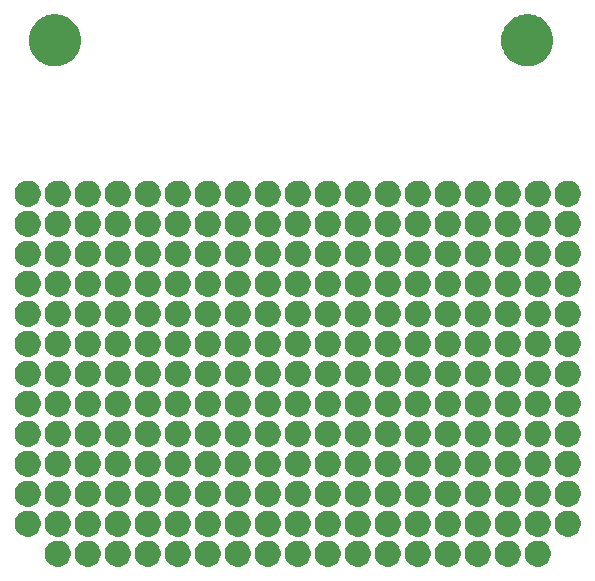
<source format=gbs>
G04 #@! TF.GenerationSoftware,KiCad,Pcbnew,5.1.2*
G04 #@! TF.CreationDate,2019-09-05T16:50:16+02:00*
G04 #@! TF.ProjectId,badge,62616467-652e-46b6-9963-61645f706362,rev?*
G04 #@! TF.SameCoordinates,Original*
G04 #@! TF.FileFunction,Soldermask,Bot*
G04 #@! TF.FilePolarity,Negative*
%FSLAX46Y46*%
G04 Gerber Fmt 4.6, Leading zero omitted, Abs format (unit mm)*
G04 Created by KiCad (PCBNEW 5.1.2) date 2019-09-05 16:50:16*
%MOMM*%
%LPD*%
G04 APERTURE LIST*
%ADD10C,0.100000*%
G04 APERTURE END LIST*
D10*
G36*
X46205956Y-42394072D02*
G01*
X46406148Y-42476994D01*
X46586308Y-42597373D01*
X46739527Y-42750592D01*
X46859906Y-42930752D01*
X46942828Y-43130944D01*
X46985100Y-43343457D01*
X46985100Y-43560143D01*
X46942828Y-43772656D01*
X46859906Y-43972848D01*
X46739527Y-44153008D01*
X46586308Y-44306227D01*
X46406148Y-44426606D01*
X46205956Y-44509528D01*
X45993443Y-44551800D01*
X45776757Y-44551800D01*
X45564244Y-44509528D01*
X45364052Y-44426606D01*
X45183892Y-44306227D01*
X45030673Y-44153008D01*
X44910294Y-43972848D01*
X44827372Y-43772656D01*
X44785100Y-43560143D01*
X44785100Y-43343457D01*
X44827372Y-43130944D01*
X44910294Y-42930752D01*
X45030673Y-42750592D01*
X45183892Y-42597373D01*
X45364052Y-42476994D01*
X45564244Y-42394072D01*
X45776757Y-42351800D01*
X45993443Y-42351800D01*
X46205956Y-42394072D01*
X46205956Y-42394072D01*
G37*
G36*
X30965956Y-42394072D02*
G01*
X31166148Y-42476994D01*
X31346308Y-42597373D01*
X31499527Y-42750592D01*
X31619906Y-42930752D01*
X31702828Y-43130944D01*
X31745100Y-43343457D01*
X31745100Y-43560143D01*
X31702828Y-43772656D01*
X31619906Y-43972848D01*
X31499527Y-44153008D01*
X31346308Y-44306227D01*
X31166148Y-44426606D01*
X30965956Y-44509528D01*
X30753443Y-44551800D01*
X30536757Y-44551800D01*
X30324244Y-44509528D01*
X30124052Y-44426606D01*
X29943892Y-44306227D01*
X29790673Y-44153008D01*
X29670294Y-43972848D01*
X29587372Y-43772656D01*
X29545100Y-43560143D01*
X29545100Y-43343457D01*
X29587372Y-43130944D01*
X29670294Y-42930752D01*
X29790673Y-42750592D01*
X29943892Y-42597373D01*
X30124052Y-42476994D01*
X30324244Y-42394072D01*
X30536757Y-42351800D01*
X30753443Y-42351800D01*
X30965956Y-42394072D01*
X30965956Y-42394072D01*
G37*
G36*
X13185956Y-42394072D02*
G01*
X13386148Y-42476994D01*
X13566308Y-42597373D01*
X13719527Y-42750592D01*
X13839906Y-42930752D01*
X13922828Y-43130944D01*
X13965100Y-43343457D01*
X13965100Y-43560143D01*
X13922828Y-43772656D01*
X13839906Y-43972848D01*
X13719527Y-44153008D01*
X13566308Y-44306227D01*
X13386148Y-44426606D01*
X13185956Y-44509528D01*
X12973443Y-44551800D01*
X12756757Y-44551800D01*
X12544244Y-44509528D01*
X12344052Y-44426606D01*
X12163892Y-44306227D01*
X12010673Y-44153008D01*
X11890294Y-43972848D01*
X11807372Y-43772656D01*
X11765100Y-43560143D01*
X11765100Y-43343457D01*
X11807372Y-43130944D01*
X11890294Y-42930752D01*
X12010673Y-42750592D01*
X12163892Y-42597373D01*
X12344052Y-42476994D01*
X12544244Y-42394072D01*
X12756757Y-42351800D01*
X12973443Y-42351800D01*
X13185956Y-42394072D01*
X13185956Y-42394072D01*
G37*
G36*
X15725956Y-42394072D02*
G01*
X15926148Y-42476994D01*
X16106308Y-42597373D01*
X16259527Y-42750592D01*
X16379906Y-42930752D01*
X16462828Y-43130944D01*
X16505100Y-43343457D01*
X16505100Y-43560143D01*
X16462828Y-43772656D01*
X16379906Y-43972848D01*
X16259527Y-44153008D01*
X16106308Y-44306227D01*
X15926148Y-44426606D01*
X15725956Y-44509528D01*
X15513443Y-44551800D01*
X15296757Y-44551800D01*
X15084244Y-44509528D01*
X14884052Y-44426606D01*
X14703892Y-44306227D01*
X14550673Y-44153008D01*
X14430294Y-43972848D01*
X14347372Y-43772656D01*
X14305100Y-43560143D01*
X14305100Y-43343457D01*
X14347372Y-43130944D01*
X14430294Y-42930752D01*
X14550673Y-42750592D01*
X14703892Y-42597373D01*
X14884052Y-42476994D01*
X15084244Y-42394072D01*
X15296757Y-42351800D01*
X15513443Y-42351800D01*
X15725956Y-42394072D01*
X15725956Y-42394072D01*
G37*
G36*
X18265956Y-42394072D02*
G01*
X18466148Y-42476994D01*
X18646308Y-42597373D01*
X18799527Y-42750592D01*
X18919906Y-42930752D01*
X19002828Y-43130944D01*
X19045100Y-43343457D01*
X19045100Y-43560143D01*
X19002828Y-43772656D01*
X18919906Y-43972848D01*
X18799527Y-44153008D01*
X18646308Y-44306227D01*
X18466148Y-44426606D01*
X18265956Y-44509528D01*
X18053443Y-44551800D01*
X17836757Y-44551800D01*
X17624244Y-44509528D01*
X17424052Y-44426606D01*
X17243892Y-44306227D01*
X17090673Y-44153008D01*
X16970294Y-43972848D01*
X16887372Y-43772656D01*
X16845100Y-43560143D01*
X16845100Y-43343457D01*
X16887372Y-43130944D01*
X16970294Y-42930752D01*
X17090673Y-42750592D01*
X17243892Y-42597373D01*
X17424052Y-42476994D01*
X17624244Y-42394072D01*
X17836757Y-42351800D01*
X18053443Y-42351800D01*
X18265956Y-42394072D01*
X18265956Y-42394072D01*
G37*
G36*
X20805956Y-42394072D02*
G01*
X21006148Y-42476994D01*
X21186308Y-42597373D01*
X21339527Y-42750592D01*
X21459906Y-42930752D01*
X21542828Y-43130944D01*
X21585100Y-43343457D01*
X21585100Y-43560143D01*
X21542828Y-43772656D01*
X21459906Y-43972848D01*
X21339527Y-44153008D01*
X21186308Y-44306227D01*
X21006148Y-44426606D01*
X20805956Y-44509528D01*
X20593443Y-44551800D01*
X20376757Y-44551800D01*
X20164244Y-44509528D01*
X19964052Y-44426606D01*
X19783892Y-44306227D01*
X19630673Y-44153008D01*
X19510294Y-43972848D01*
X19427372Y-43772656D01*
X19385100Y-43560143D01*
X19385100Y-43343457D01*
X19427372Y-43130944D01*
X19510294Y-42930752D01*
X19630673Y-42750592D01*
X19783892Y-42597373D01*
X19964052Y-42476994D01*
X20164244Y-42394072D01*
X20376757Y-42351800D01*
X20593443Y-42351800D01*
X20805956Y-42394072D01*
X20805956Y-42394072D01*
G37*
G36*
X23345956Y-42394072D02*
G01*
X23546148Y-42476994D01*
X23726308Y-42597373D01*
X23879527Y-42750592D01*
X23999906Y-42930752D01*
X24082828Y-43130944D01*
X24125100Y-43343457D01*
X24125100Y-43560143D01*
X24082828Y-43772656D01*
X23999906Y-43972848D01*
X23879527Y-44153008D01*
X23726308Y-44306227D01*
X23546148Y-44426606D01*
X23345956Y-44509528D01*
X23133443Y-44551800D01*
X22916757Y-44551800D01*
X22704244Y-44509528D01*
X22504052Y-44426606D01*
X22323892Y-44306227D01*
X22170673Y-44153008D01*
X22050294Y-43972848D01*
X21967372Y-43772656D01*
X21925100Y-43560143D01*
X21925100Y-43343457D01*
X21967372Y-43130944D01*
X22050294Y-42930752D01*
X22170673Y-42750592D01*
X22323892Y-42597373D01*
X22504052Y-42476994D01*
X22704244Y-42394072D01*
X22916757Y-42351800D01*
X23133443Y-42351800D01*
X23345956Y-42394072D01*
X23345956Y-42394072D01*
G37*
G36*
X25885956Y-42394072D02*
G01*
X26086148Y-42476994D01*
X26266308Y-42597373D01*
X26419527Y-42750592D01*
X26539906Y-42930752D01*
X26622828Y-43130944D01*
X26665100Y-43343457D01*
X26665100Y-43560143D01*
X26622828Y-43772656D01*
X26539906Y-43972848D01*
X26419527Y-44153008D01*
X26266308Y-44306227D01*
X26086148Y-44426606D01*
X25885956Y-44509528D01*
X25673443Y-44551800D01*
X25456757Y-44551800D01*
X25244244Y-44509528D01*
X25044052Y-44426606D01*
X24863892Y-44306227D01*
X24710673Y-44153008D01*
X24590294Y-43972848D01*
X24507372Y-43772656D01*
X24465100Y-43560143D01*
X24465100Y-43343457D01*
X24507372Y-43130944D01*
X24590294Y-42930752D01*
X24710673Y-42750592D01*
X24863892Y-42597373D01*
X25044052Y-42476994D01*
X25244244Y-42394072D01*
X25456757Y-42351800D01*
X25673443Y-42351800D01*
X25885956Y-42394072D01*
X25885956Y-42394072D01*
G37*
G36*
X28425956Y-42394072D02*
G01*
X28626148Y-42476994D01*
X28806308Y-42597373D01*
X28959527Y-42750592D01*
X29079906Y-42930752D01*
X29162828Y-43130944D01*
X29205100Y-43343457D01*
X29205100Y-43560143D01*
X29162828Y-43772656D01*
X29079906Y-43972848D01*
X28959527Y-44153008D01*
X28806308Y-44306227D01*
X28626148Y-44426606D01*
X28425956Y-44509528D01*
X28213443Y-44551800D01*
X27996757Y-44551800D01*
X27784244Y-44509528D01*
X27584052Y-44426606D01*
X27403892Y-44306227D01*
X27250673Y-44153008D01*
X27130294Y-43972848D01*
X27047372Y-43772656D01*
X27005100Y-43560143D01*
X27005100Y-43343457D01*
X27047372Y-43130944D01*
X27130294Y-42930752D01*
X27250673Y-42750592D01*
X27403892Y-42597373D01*
X27584052Y-42476994D01*
X27784244Y-42394072D01*
X27996757Y-42351800D01*
X28213443Y-42351800D01*
X28425956Y-42394072D01*
X28425956Y-42394072D01*
G37*
G36*
X36045956Y-42394072D02*
G01*
X36246148Y-42476994D01*
X36426308Y-42597373D01*
X36579527Y-42750592D01*
X36699906Y-42930752D01*
X36782828Y-43130944D01*
X36825100Y-43343457D01*
X36825100Y-43560143D01*
X36782828Y-43772656D01*
X36699906Y-43972848D01*
X36579527Y-44153008D01*
X36426308Y-44306227D01*
X36246148Y-44426606D01*
X36045956Y-44509528D01*
X35833443Y-44551800D01*
X35616757Y-44551800D01*
X35404244Y-44509528D01*
X35204052Y-44426606D01*
X35023892Y-44306227D01*
X34870673Y-44153008D01*
X34750294Y-43972848D01*
X34667372Y-43772656D01*
X34625100Y-43560143D01*
X34625100Y-43343457D01*
X34667372Y-43130944D01*
X34750294Y-42930752D01*
X34870673Y-42750592D01*
X35023892Y-42597373D01*
X35204052Y-42476994D01*
X35404244Y-42394072D01*
X35616757Y-42351800D01*
X35833443Y-42351800D01*
X36045956Y-42394072D01*
X36045956Y-42394072D01*
G37*
G36*
X10645956Y-42394072D02*
G01*
X10846148Y-42476994D01*
X11026308Y-42597373D01*
X11179527Y-42750592D01*
X11299906Y-42930752D01*
X11382828Y-43130944D01*
X11425100Y-43343457D01*
X11425100Y-43560143D01*
X11382828Y-43772656D01*
X11299906Y-43972848D01*
X11179527Y-44153008D01*
X11026308Y-44306227D01*
X10846148Y-44426606D01*
X10645956Y-44509528D01*
X10433443Y-44551800D01*
X10216757Y-44551800D01*
X10004244Y-44509528D01*
X9804052Y-44426606D01*
X9623892Y-44306227D01*
X9470673Y-44153008D01*
X9350294Y-43972848D01*
X9267372Y-43772656D01*
X9225100Y-43560143D01*
X9225100Y-43343457D01*
X9267372Y-43130944D01*
X9350294Y-42930752D01*
X9470673Y-42750592D01*
X9623892Y-42597373D01*
X9804052Y-42476994D01*
X10004244Y-42394072D01*
X10216757Y-42351800D01*
X10433443Y-42351800D01*
X10645956Y-42394072D01*
X10645956Y-42394072D01*
G37*
G36*
X8105956Y-42394072D02*
G01*
X8306148Y-42476994D01*
X8486308Y-42597373D01*
X8639527Y-42750592D01*
X8759906Y-42930752D01*
X8842828Y-43130944D01*
X8885100Y-43343457D01*
X8885100Y-43560143D01*
X8842828Y-43772656D01*
X8759906Y-43972848D01*
X8639527Y-44153008D01*
X8486308Y-44306227D01*
X8306148Y-44426606D01*
X8105956Y-44509528D01*
X7893443Y-44551800D01*
X7676757Y-44551800D01*
X7464244Y-44509528D01*
X7264052Y-44426606D01*
X7083892Y-44306227D01*
X6930673Y-44153008D01*
X6810294Y-43972848D01*
X6727372Y-43772656D01*
X6685100Y-43560143D01*
X6685100Y-43343457D01*
X6727372Y-43130944D01*
X6810294Y-42930752D01*
X6930673Y-42750592D01*
X7083892Y-42597373D01*
X7264052Y-42476994D01*
X7464244Y-42394072D01*
X7676757Y-42351800D01*
X7893443Y-42351800D01*
X8105956Y-42394072D01*
X8105956Y-42394072D01*
G37*
G36*
X5565956Y-42394072D02*
G01*
X5766148Y-42476994D01*
X5946308Y-42597373D01*
X6099527Y-42750592D01*
X6219906Y-42930752D01*
X6302828Y-43130944D01*
X6345100Y-43343457D01*
X6345100Y-43560143D01*
X6302828Y-43772656D01*
X6219906Y-43972848D01*
X6099527Y-44153008D01*
X5946308Y-44306227D01*
X5766148Y-44426606D01*
X5565956Y-44509528D01*
X5353443Y-44551800D01*
X5136757Y-44551800D01*
X4924244Y-44509528D01*
X4724052Y-44426606D01*
X4543892Y-44306227D01*
X4390673Y-44153008D01*
X4270294Y-43972848D01*
X4187372Y-43772656D01*
X4145100Y-43560143D01*
X4145100Y-43343457D01*
X4187372Y-43130944D01*
X4270294Y-42930752D01*
X4390673Y-42750592D01*
X4543892Y-42597373D01*
X4724052Y-42476994D01*
X4924244Y-42394072D01*
X5136757Y-42351800D01*
X5353443Y-42351800D01*
X5565956Y-42394072D01*
X5565956Y-42394072D01*
G37*
G36*
X38585956Y-42394072D02*
G01*
X38786148Y-42476994D01*
X38966308Y-42597373D01*
X39119527Y-42750592D01*
X39239906Y-42930752D01*
X39322828Y-43130944D01*
X39365100Y-43343457D01*
X39365100Y-43560143D01*
X39322828Y-43772656D01*
X39239906Y-43972848D01*
X39119527Y-44153008D01*
X38966308Y-44306227D01*
X38786148Y-44426606D01*
X38585956Y-44509528D01*
X38373443Y-44551800D01*
X38156757Y-44551800D01*
X37944244Y-44509528D01*
X37744052Y-44426606D01*
X37563892Y-44306227D01*
X37410673Y-44153008D01*
X37290294Y-43972848D01*
X37207372Y-43772656D01*
X37165100Y-43560143D01*
X37165100Y-43343457D01*
X37207372Y-43130944D01*
X37290294Y-42930752D01*
X37410673Y-42750592D01*
X37563892Y-42597373D01*
X37744052Y-42476994D01*
X37944244Y-42394072D01*
X38156757Y-42351800D01*
X38373443Y-42351800D01*
X38585956Y-42394072D01*
X38585956Y-42394072D01*
G37*
G36*
X41125956Y-42394072D02*
G01*
X41326148Y-42476994D01*
X41506308Y-42597373D01*
X41659527Y-42750592D01*
X41779906Y-42930752D01*
X41862828Y-43130944D01*
X41905100Y-43343457D01*
X41905100Y-43560143D01*
X41862828Y-43772656D01*
X41779906Y-43972848D01*
X41659527Y-44153008D01*
X41506308Y-44306227D01*
X41326148Y-44426606D01*
X41125956Y-44509528D01*
X40913443Y-44551800D01*
X40696757Y-44551800D01*
X40484244Y-44509528D01*
X40284052Y-44426606D01*
X40103892Y-44306227D01*
X39950673Y-44153008D01*
X39830294Y-43972848D01*
X39747372Y-43772656D01*
X39705100Y-43560143D01*
X39705100Y-43343457D01*
X39747372Y-43130944D01*
X39830294Y-42930752D01*
X39950673Y-42750592D01*
X40103892Y-42597373D01*
X40284052Y-42476994D01*
X40484244Y-42394072D01*
X40696757Y-42351800D01*
X40913443Y-42351800D01*
X41125956Y-42394072D01*
X41125956Y-42394072D01*
G37*
G36*
X43665956Y-42394072D02*
G01*
X43866148Y-42476994D01*
X44046308Y-42597373D01*
X44199527Y-42750592D01*
X44319906Y-42930752D01*
X44402828Y-43130944D01*
X44445100Y-43343457D01*
X44445100Y-43560143D01*
X44402828Y-43772656D01*
X44319906Y-43972848D01*
X44199527Y-44153008D01*
X44046308Y-44306227D01*
X43866148Y-44426606D01*
X43665956Y-44509528D01*
X43453443Y-44551800D01*
X43236757Y-44551800D01*
X43024244Y-44509528D01*
X42824052Y-44426606D01*
X42643892Y-44306227D01*
X42490673Y-44153008D01*
X42370294Y-43972848D01*
X42287372Y-43772656D01*
X42245100Y-43560143D01*
X42245100Y-43343457D01*
X42287372Y-43130944D01*
X42370294Y-42930752D01*
X42490673Y-42750592D01*
X42643892Y-42597373D01*
X42824052Y-42476994D01*
X43024244Y-42394072D01*
X43236757Y-42351800D01*
X43453443Y-42351800D01*
X43665956Y-42394072D01*
X43665956Y-42394072D01*
G37*
G36*
X33505956Y-42394072D02*
G01*
X33706148Y-42476994D01*
X33886308Y-42597373D01*
X34039527Y-42750592D01*
X34159906Y-42930752D01*
X34242828Y-43130944D01*
X34285100Y-43343457D01*
X34285100Y-43560143D01*
X34242828Y-43772656D01*
X34159906Y-43972848D01*
X34039527Y-44153008D01*
X33886308Y-44306227D01*
X33706148Y-44426606D01*
X33505956Y-44509528D01*
X33293443Y-44551800D01*
X33076757Y-44551800D01*
X32864244Y-44509528D01*
X32664052Y-44426606D01*
X32483892Y-44306227D01*
X32330673Y-44153008D01*
X32210294Y-43972848D01*
X32127372Y-43772656D01*
X32085100Y-43560143D01*
X32085100Y-43343457D01*
X32127372Y-43130944D01*
X32210294Y-42930752D01*
X32330673Y-42750592D01*
X32483892Y-42597373D01*
X32664052Y-42476994D01*
X32864244Y-42394072D01*
X33076757Y-42351800D01*
X33293443Y-42351800D01*
X33505956Y-42394072D01*
X33505956Y-42394072D01*
G37*
G36*
X23345956Y-39854072D02*
G01*
X23546148Y-39936994D01*
X23726308Y-40057373D01*
X23879527Y-40210592D01*
X23999906Y-40390752D01*
X24082828Y-40590944D01*
X24125100Y-40803457D01*
X24125100Y-41020143D01*
X24082828Y-41232656D01*
X23999906Y-41432848D01*
X23879527Y-41613008D01*
X23726308Y-41766227D01*
X23546148Y-41886606D01*
X23345956Y-41969528D01*
X23133443Y-42011800D01*
X22916757Y-42011800D01*
X22704244Y-41969528D01*
X22504052Y-41886606D01*
X22323892Y-41766227D01*
X22170673Y-41613008D01*
X22050294Y-41432848D01*
X21967372Y-41232656D01*
X21925100Y-41020143D01*
X21925100Y-40803457D01*
X21967372Y-40590944D01*
X22050294Y-40390752D01*
X22170673Y-40210592D01*
X22323892Y-40057373D01*
X22504052Y-39936994D01*
X22704244Y-39854072D01*
X22916757Y-39811800D01*
X23133443Y-39811800D01*
X23345956Y-39854072D01*
X23345956Y-39854072D01*
G37*
G36*
X13185956Y-39854072D02*
G01*
X13386148Y-39936994D01*
X13566308Y-40057373D01*
X13719527Y-40210592D01*
X13839906Y-40390752D01*
X13922828Y-40590944D01*
X13965100Y-40803457D01*
X13965100Y-41020143D01*
X13922828Y-41232656D01*
X13839906Y-41432848D01*
X13719527Y-41613008D01*
X13566308Y-41766227D01*
X13386148Y-41886606D01*
X13185956Y-41969528D01*
X12973443Y-42011800D01*
X12756757Y-42011800D01*
X12544244Y-41969528D01*
X12344052Y-41886606D01*
X12163892Y-41766227D01*
X12010673Y-41613008D01*
X11890294Y-41432848D01*
X11807372Y-41232656D01*
X11765100Y-41020143D01*
X11765100Y-40803457D01*
X11807372Y-40590944D01*
X11890294Y-40390752D01*
X12010673Y-40210592D01*
X12163892Y-40057373D01*
X12344052Y-39936994D01*
X12544244Y-39854072D01*
X12756757Y-39811800D01*
X12973443Y-39811800D01*
X13185956Y-39854072D01*
X13185956Y-39854072D01*
G37*
G36*
X18265956Y-39854072D02*
G01*
X18466148Y-39936994D01*
X18646308Y-40057373D01*
X18799527Y-40210592D01*
X18919906Y-40390752D01*
X19002828Y-40590944D01*
X19045100Y-40803457D01*
X19045100Y-41020143D01*
X19002828Y-41232656D01*
X18919906Y-41432848D01*
X18799527Y-41613008D01*
X18646308Y-41766227D01*
X18466148Y-41886606D01*
X18265956Y-41969528D01*
X18053443Y-42011800D01*
X17836757Y-42011800D01*
X17624244Y-41969528D01*
X17424052Y-41886606D01*
X17243892Y-41766227D01*
X17090673Y-41613008D01*
X16970294Y-41432848D01*
X16887372Y-41232656D01*
X16845100Y-41020143D01*
X16845100Y-40803457D01*
X16887372Y-40590944D01*
X16970294Y-40390752D01*
X17090673Y-40210592D01*
X17243892Y-40057373D01*
X17424052Y-39936994D01*
X17624244Y-39854072D01*
X17836757Y-39811800D01*
X18053443Y-39811800D01*
X18265956Y-39854072D01*
X18265956Y-39854072D01*
G37*
G36*
X33505956Y-39854072D02*
G01*
X33706148Y-39936994D01*
X33886308Y-40057373D01*
X34039527Y-40210592D01*
X34159906Y-40390752D01*
X34242828Y-40590944D01*
X34285100Y-40803457D01*
X34285100Y-41020143D01*
X34242828Y-41232656D01*
X34159906Y-41432848D01*
X34039527Y-41613008D01*
X33886308Y-41766227D01*
X33706148Y-41886606D01*
X33505956Y-41969528D01*
X33293443Y-42011800D01*
X33076757Y-42011800D01*
X32864244Y-41969528D01*
X32664052Y-41886606D01*
X32483892Y-41766227D01*
X32330673Y-41613008D01*
X32210294Y-41432848D01*
X32127372Y-41232656D01*
X32085100Y-41020143D01*
X32085100Y-40803457D01*
X32127372Y-40590944D01*
X32210294Y-40390752D01*
X32330673Y-40210592D01*
X32483892Y-40057373D01*
X32664052Y-39936994D01*
X32864244Y-39854072D01*
X33076757Y-39811800D01*
X33293443Y-39811800D01*
X33505956Y-39854072D01*
X33505956Y-39854072D01*
G37*
G36*
X30965956Y-39854072D02*
G01*
X31166148Y-39936994D01*
X31346308Y-40057373D01*
X31499527Y-40210592D01*
X31619906Y-40390752D01*
X31702828Y-40590944D01*
X31745100Y-40803457D01*
X31745100Y-41020143D01*
X31702828Y-41232656D01*
X31619906Y-41432848D01*
X31499527Y-41613008D01*
X31346308Y-41766227D01*
X31166148Y-41886606D01*
X30965956Y-41969528D01*
X30753443Y-42011800D01*
X30536757Y-42011800D01*
X30324244Y-41969528D01*
X30124052Y-41886606D01*
X29943892Y-41766227D01*
X29790673Y-41613008D01*
X29670294Y-41432848D01*
X29587372Y-41232656D01*
X29545100Y-41020143D01*
X29545100Y-40803457D01*
X29587372Y-40590944D01*
X29670294Y-40390752D01*
X29790673Y-40210592D01*
X29943892Y-40057373D01*
X30124052Y-39936994D01*
X30324244Y-39854072D01*
X30536757Y-39811800D01*
X30753443Y-39811800D01*
X30965956Y-39854072D01*
X30965956Y-39854072D01*
G37*
G36*
X36045956Y-39854072D02*
G01*
X36246148Y-39936994D01*
X36426308Y-40057373D01*
X36579527Y-40210592D01*
X36699906Y-40390752D01*
X36782828Y-40590944D01*
X36825100Y-40803457D01*
X36825100Y-41020143D01*
X36782828Y-41232656D01*
X36699906Y-41432848D01*
X36579527Y-41613008D01*
X36426308Y-41766227D01*
X36246148Y-41886606D01*
X36045956Y-41969528D01*
X35833443Y-42011800D01*
X35616757Y-42011800D01*
X35404244Y-41969528D01*
X35204052Y-41886606D01*
X35023892Y-41766227D01*
X34870673Y-41613008D01*
X34750294Y-41432848D01*
X34667372Y-41232656D01*
X34625100Y-41020143D01*
X34625100Y-40803457D01*
X34667372Y-40590944D01*
X34750294Y-40390752D01*
X34870673Y-40210592D01*
X35023892Y-40057373D01*
X35204052Y-39936994D01*
X35404244Y-39854072D01*
X35616757Y-39811800D01*
X35833443Y-39811800D01*
X36045956Y-39854072D01*
X36045956Y-39854072D01*
G37*
G36*
X38585956Y-39854072D02*
G01*
X38786148Y-39936994D01*
X38966308Y-40057373D01*
X39119527Y-40210592D01*
X39239906Y-40390752D01*
X39322828Y-40590944D01*
X39365100Y-40803457D01*
X39365100Y-41020143D01*
X39322828Y-41232656D01*
X39239906Y-41432848D01*
X39119527Y-41613008D01*
X38966308Y-41766227D01*
X38786148Y-41886606D01*
X38585956Y-41969528D01*
X38373443Y-42011800D01*
X38156757Y-42011800D01*
X37944244Y-41969528D01*
X37744052Y-41886606D01*
X37563892Y-41766227D01*
X37410673Y-41613008D01*
X37290294Y-41432848D01*
X37207372Y-41232656D01*
X37165100Y-41020143D01*
X37165100Y-40803457D01*
X37207372Y-40590944D01*
X37290294Y-40390752D01*
X37410673Y-40210592D01*
X37563892Y-40057373D01*
X37744052Y-39936994D01*
X37944244Y-39854072D01*
X38156757Y-39811800D01*
X38373443Y-39811800D01*
X38585956Y-39854072D01*
X38585956Y-39854072D01*
G37*
G36*
X46205956Y-39854072D02*
G01*
X46406148Y-39936994D01*
X46586308Y-40057373D01*
X46739527Y-40210592D01*
X46859906Y-40390752D01*
X46942828Y-40590944D01*
X46985100Y-40803457D01*
X46985100Y-41020143D01*
X46942828Y-41232656D01*
X46859906Y-41432848D01*
X46739527Y-41613008D01*
X46586308Y-41766227D01*
X46406148Y-41886606D01*
X46205956Y-41969528D01*
X45993443Y-42011800D01*
X45776757Y-42011800D01*
X45564244Y-41969528D01*
X45364052Y-41886606D01*
X45183892Y-41766227D01*
X45030673Y-41613008D01*
X44910294Y-41432848D01*
X44827372Y-41232656D01*
X44785100Y-41020143D01*
X44785100Y-40803457D01*
X44827372Y-40590944D01*
X44910294Y-40390752D01*
X45030673Y-40210592D01*
X45183892Y-40057373D01*
X45364052Y-39936994D01*
X45564244Y-39854072D01*
X45776757Y-39811800D01*
X45993443Y-39811800D01*
X46205956Y-39854072D01*
X46205956Y-39854072D01*
G37*
G36*
X43665956Y-39854072D02*
G01*
X43866148Y-39936994D01*
X44046308Y-40057373D01*
X44199527Y-40210592D01*
X44319906Y-40390752D01*
X44402828Y-40590944D01*
X44445100Y-40803457D01*
X44445100Y-41020143D01*
X44402828Y-41232656D01*
X44319906Y-41432848D01*
X44199527Y-41613008D01*
X44046308Y-41766227D01*
X43866148Y-41886606D01*
X43665956Y-41969528D01*
X43453443Y-42011800D01*
X43236757Y-42011800D01*
X43024244Y-41969528D01*
X42824052Y-41886606D01*
X42643892Y-41766227D01*
X42490673Y-41613008D01*
X42370294Y-41432848D01*
X42287372Y-41232656D01*
X42245100Y-41020143D01*
X42245100Y-40803457D01*
X42287372Y-40590944D01*
X42370294Y-40390752D01*
X42490673Y-40210592D01*
X42643892Y-40057373D01*
X42824052Y-39936994D01*
X43024244Y-39854072D01*
X43236757Y-39811800D01*
X43453443Y-39811800D01*
X43665956Y-39854072D01*
X43665956Y-39854072D01*
G37*
G36*
X10645956Y-39854072D02*
G01*
X10846148Y-39936994D01*
X11026308Y-40057373D01*
X11179527Y-40210592D01*
X11299906Y-40390752D01*
X11382828Y-40590944D01*
X11425100Y-40803457D01*
X11425100Y-41020143D01*
X11382828Y-41232656D01*
X11299906Y-41432848D01*
X11179527Y-41613008D01*
X11026308Y-41766227D01*
X10846148Y-41886606D01*
X10645956Y-41969528D01*
X10433443Y-42011800D01*
X10216757Y-42011800D01*
X10004244Y-41969528D01*
X9804052Y-41886606D01*
X9623892Y-41766227D01*
X9470673Y-41613008D01*
X9350294Y-41432848D01*
X9267372Y-41232656D01*
X9225100Y-41020143D01*
X9225100Y-40803457D01*
X9267372Y-40590944D01*
X9350294Y-40390752D01*
X9470673Y-40210592D01*
X9623892Y-40057373D01*
X9804052Y-39936994D01*
X10004244Y-39854072D01*
X10216757Y-39811800D01*
X10433443Y-39811800D01*
X10645956Y-39854072D01*
X10645956Y-39854072D01*
G37*
G36*
X20805956Y-39854072D02*
G01*
X21006148Y-39936994D01*
X21186308Y-40057373D01*
X21339527Y-40210592D01*
X21459906Y-40390752D01*
X21542828Y-40590944D01*
X21585100Y-40803457D01*
X21585100Y-41020143D01*
X21542828Y-41232656D01*
X21459906Y-41432848D01*
X21339527Y-41613008D01*
X21186308Y-41766227D01*
X21006148Y-41886606D01*
X20805956Y-41969528D01*
X20593443Y-42011800D01*
X20376757Y-42011800D01*
X20164244Y-41969528D01*
X19964052Y-41886606D01*
X19783892Y-41766227D01*
X19630673Y-41613008D01*
X19510294Y-41432848D01*
X19427372Y-41232656D01*
X19385100Y-41020143D01*
X19385100Y-40803457D01*
X19427372Y-40590944D01*
X19510294Y-40390752D01*
X19630673Y-40210592D01*
X19783892Y-40057373D01*
X19964052Y-39936994D01*
X20164244Y-39854072D01*
X20376757Y-39811800D01*
X20593443Y-39811800D01*
X20805956Y-39854072D01*
X20805956Y-39854072D01*
G37*
G36*
X28425956Y-39854072D02*
G01*
X28626148Y-39936994D01*
X28806308Y-40057373D01*
X28959527Y-40210592D01*
X29079906Y-40390752D01*
X29162828Y-40590944D01*
X29205100Y-40803457D01*
X29205100Y-41020143D01*
X29162828Y-41232656D01*
X29079906Y-41432848D01*
X28959527Y-41613008D01*
X28806308Y-41766227D01*
X28626148Y-41886606D01*
X28425956Y-41969528D01*
X28213443Y-42011800D01*
X27996757Y-42011800D01*
X27784244Y-41969528D01*
X27584052Y-41886606D01*
X27403892Y-41766227D01*
X27250673Y-41613008D01*
X27130294Y-41432848D01*
X27047372Y-41232656D01*
X27005100Y-41020143D01*
X27005100Y-40803457D01*
X27047372Y-40590944D01*
X27130294Y-40390752D01*
X27250673Y-40210592D01*
X27403892Y-40057373D01*
X27584052Y-39936994D01*
X27784244Y-39854072D01*
X27996757Y-39811800D01*
X28213443Y-39811800D01*
X28425956Y-39854072D01*
X28425956Y-39854072D01*
G37*
G36*
X48745956Y-39854072D02*
G01*
X48946148Y-39936994D01*
X49126308Y-40057373D01*
X49279527Y-40210592D01*
X49399906Y-40390752D01*
X49482828Y-40590944D01*
X49525100Y-40803457D01*
X49525100Y-41020143D01*
X49482828Y-41232656D01*
X49399906Y-41432848D01*
X49279527Y-41613008D01*
X49126308Y-41766227D01*
X48946148Y-41886606D01*
X48745956Y-41969528D01*
X48533443Y-42011800D01*
X48316757Y-42011800D01*
X48104244Y-41969528D01*
X47904052Y-41886606D01*
X47723892Y-41766227D01*
X47570673Y-41613008D01*
X47450294Y-41432848D01*
X47367372Y-41232656D01*
X47325100Y-41020143D01*
X47325100Y-40803457D01*
X47367372Y-40590944D01*
X47450294Y-40390752D01*
X47570673Y-40210592D01*
X47723892Y-40057373D01*
X47904052Y-39936994D01*
X48104244Y-39854072D01*
X48316757Y-39811800D01*
X48533443Y-39811800D01*
X48745956Y-39854072D01*
X48745956Y-39854072D01*
G37*
G36*
X3025956Y-39854072D02*
G01*
X3226148Y-39936994D01*
X3406308Y-40057373D01*
X3559527Y-40210592D01*
X3679906Y-40390752D01*
X3762828Y-40590944D01*
X3805100Y-40803457D01*
X3805100Y-41020143D01*
X3762828Y-41232656D01*
X3679906Y-41432848D01*
X3559527Y-41613008D01*
X3406308Y-41766227D01*
X3226148Y-41886606D01*
X3025956Y-41969528D01*
X2813443Y-42011800D01*
X2596757Y-42011800D01*
X2384244Y-41969528D01*
X2184052Y-41886606D01*
X2003892Y-41766227D01*
X1850673Y-41613008D01*
X1730294Y-41432848D01*
X1647372Y-41232656D01*
X1605100Y-41020143D01*
X1605100Y-40803457D01*
X1647372Y-40590944D01*
X1730294Y-40390752D01*
X1850673Y-40210592D01*
X2003892Y-40057373D01*
X2184052Y-39936994D01*
X2384244Y-39854072D01*
X2596757Y-39811800D01*
X2813443Y-39811800D01*
X3025956Y-39854072D01*
X3025956Y-39854072D01*
G37*
G36*
X41125956Y-39854072D02*
G01*
X41326148Y-39936994D01*
X41506308Y-40057373D01*
X41659527Y-40210592D01*
X41779906Y-40390752D01*
X41862828Y-40590944D01*
X41905100Y-40803457D01*
X41905100Y-41020143D01*
X41862828Y-41232656D01*
X41779906Y-41432848D01*
X41659527Y-41613008D01*
X41506308Y-41766227D01*
X41326148Y-41886606D01*
X41125956Y-41969528D01*
X40913443Y-42011800D01*
X40696757Y-42011800D01*
X40484244Y-41969528D01*
X40284052Y-41886606D01*
X40103892Y-41766227D01*
X39950673Y-41613008D01*
X39830294Y-41432848D01*
X39747372Y-41232656D01*
X39705100Y-41020143D01*
X39705100Y-40803457D01*
X39747372Y-40590944D01*
X39830294Y-40390752D01*
X39950673Y-40210592D01*
X40103892Y-40057373D01*
X40284052Y-39936994D01*
X40484244Y-39854072D01*
X40696757Y-39811800D01*
X40913443Y-39811800D01*
X41125956Y-39854072D01*
X41125956Y-39854072D01*
G37*
G36*
X8105956Y-39854072D02*
G01*
X8306148Y-39936994D01*
X8486308Y-40057373D01*
X8639527Y-40210592D01*
X8759906Y-40390752D01*
X8842828Y-40590944D01*
X8885100Y-40803457D01*
X8885100Y-41020143D01*
X8842828Y-41232656D01*
X8759906Y-41432848D01*
X8639527Y-41613008D01*
X8486308Y-41766227D01*
X8306148Y-41886606D01*
X8105956Y-41969528D01*
X7893443Y-42011800D01*
X7676757Y-42011800D01*
X7464244Y-41969528D01*
X7264052Y-41886606D01*
X7083892Y-41766227D01*
X6930673Y-41613008D01*
X6810294Y-41432848D01*
X6727372Y-41232656D01*
X6685100Y-41020143D01*
X6685100Y-40803457D01*
X6727372Y-40590944D01*
X6810294Y-40390752D01*
X6930673Y-40210592D01*
X7083892Y-40057373D01*
X7264052Y-39936994D01*
X7464244Y-39854072D01*
X7676757Y-39811800D01*
X7893443Y-39811800D01*
X8105956Y-39854072D01*
X8105956Y-39854072D01*
G37*
G36*
X5565956Y-39854072D02*
G01*
X5766148Y-39936994D01*
X5946308Y-40057373D01*
X6099527Y-40210592D01*
X6219906Y-40390752D01*
X6302828Y-40590944D01*
X6345100Y-40803457D01*
X6345100Y-41020143D01*
X6302828Y-41232656D01*
X6219906Y-41432848D01*
X6099527Y-41613008D01*
X5946308Y-41766227D01*
X5766148Y-41886606D01*
X5565956Y-41969528D01*
X5353443Y-42011800D01*
X5136757Y-42011800D01*
X4924244Y-41969528D01*
X4724052Y-41886606D01*
X4543892Y-41766227D01*
X4390673Y-41613008D01*
X4270294Y-41432848D01*
X4187372Y-41232656D01*
X4145100Y-41020143D01*
X4145100Y-40803457D01*
X4187372Y-40590944D01*
X4270294Y-40390752D01*
X4390673Y-40210592D01*
X4543892Y-40057373D01*
X4724052Y-39936994D01*
X4924244Y-39854072D01*
X5136757Y-39811800D01*
X5353443Y-39811800D01*
X5565956Y-39854072D01*
X5565956Y-39854072D01*
G37*
G36*
X25885956Y-39854072D02*
G01*
X26086148Y-39936994D01*
X26266308Y-40057373D01*
X26419527Y-40210592D01*
X26539906Y-40390752D01*
X26622828Y-40590944D01*
X26665100Y-40803457D01*
X26665100Y-41020143D01*
X26622828Y-41232656D01*
X26539906Y-41432848D01*
X26419527Y-41613008D01*
X26266308Y-41766227D01*
X26086148Y-41886606D01*
X25885956Y-41969528D01*
X25673443Y-42011800D01*
X25456757Y-42011800D01*
X25244244Y-41969528D01*
X25044052Y-41886606D01*
X24863892Y-41766227D01*
X24710673Y-41613008D01*
X24590294Y-41432848D01*
X24507372Y-41232656D01*
X24465100Y-41020143D01*
X24465100Y-40803457D01*
X24507372Y-40590944D01*
X24590294Y-40390752D01*
X24710673Y-40210592D01*
X24863892Y-40057373D01*
X25044052Y-39936994D01*
X25244244Y-39854072D01*
X25456757Y-39811800D01*
X25673443Y-39811800D01*
X25885956Y-39854072D01*
X25885956Y-39854072D01*
G37*
G36*
X15725956Y-39854072D02*
G01*
X15926148Y-39936994D01*
X16106308Y-40057373D01*
X16259527Y-40210592D01*
X16379906Y-40390752D01*
X16462828Y-40590944D01*
X16505100Y-40803457D01*
X16505100Y-41020143D01*
X16462828Y-41232656D01*
X16379906Y-41432848D01*
X16259527Y-41613008D01*
X16106308Y-41766227D01*
X15926148Y-41886606D01*
X15725956Y-41969528D01*
X15513443Y-42011800D01*
X15296757Y-42011800D01*
X15084244Y-41969528D01*
X14884052Y-41886606D01*
X14703892Y-41766227D01*
X14550673Y-41613008D01*
X14430294Y-41432848D01*
X14347372Y-41232656D01*
X14305100Y-41020143D01*
X14305100Y-40803457D01*
X14347372Y-40590944D01*
X14430294Y-40390752D01*
X14550673Y-40210592D01*
X14703892Y-40057373D01*
X14884052Y-39936994D01*
X15084244Y-39854072D01*
X15296757Y-39811800D01*
X15513443Y-39811800D01*
X15725956Y-39854072D01*
X15725956Y-39854072D01*
G37*
G36*
X3025956Y-37314072D02*
G01*
X3226148Y-37396994D01*
X3406308Y-37517373D01*
X3559527Y-37670592D01*
X3679906Y-37850752D01*
X3762828Y-38050944D01*
X3805100Y-38263457D01*
X3805100Y-38480143D01*
X3762828Y-38692656D01*
X3679906Y-38892848D01*
X3559527Y-39073008D01*
X3406308Y-39226227D01*
X3226148Y-39346606D01*
X3025956Y-39429528D01*
X2813443Y-39471800D01*
X2596757Y-39471800D01*
X2384244Y-39429528D01*
X2184052Y-39346606D01*
X2003892Y-39226227D01*
X1850673Y-39073008D01*
X1730294Y-38892848D01*
X1647372Y-38692656D01*
X1605100Y-38480143D01*
X1605100Y-38263457D01*
X1647372Y-38050944D01*
X1730294Y-37850752D01*
X1850673Y-37670592D01*
X2003892Y-37517373D01*
X2184052Y-37396994D01*
X2384244Y-37314072D01*
X2596757Y-37271800D01*
X2813443Y-37271800D01*
X3025956Y-37314072D01*
X3025956Y-37314072D01*
G37*
G36*
X28425956Y-37314072D02*
G01*
X28626148Y-37396994D01*
X28806308Y-37517373D01*
X28959527Y-37670592D01*
X29079906Y-37850752D01*
X29162828Y-38050944D01*
X29205100Y-38263457D01*
X29205100Y-38480143D01*
X29162828Y-38692656D01*
X29079906Y-38892848D01*
X28959527Y-39073008D01*
X28806308Y-39226227D01*
X28626148Y-39346606D01*
X28425956Y-39429528D01*
X28213443Y-39471800D01*
X27996757Y-39471800D01*
X27784244Y-39429528D01*
X27584052Y-39346606D01*
X27403892Y-39226227D01*
X27250673Y-39073008D01*
X27130294Y-38892848D01*
X27047372Y-38692656D01*
X27005100Y-38480143D01*
X27005100Y-38263457D01*
X27047372Y-38050944D01*
X27130294Y-37850752D01*
X27250673Y-37670592D01*
X27403892Y-37517373D01*
X27584052Y-37396994D01*
X27784244Y-37314072D01*
X27996757Y-37271800D01*
X28213443Y-37271800D01*
X28425956Y-37314072D01*
X28425956Y-37314072D01*
G37*
G36*
X25885956Y-37314072D02*
G01*
X26086148Y-37396994D01*
X26266308Y-37517373D01*
X26419527Y-37670592D01*
X26539906Y-37850752D01*
X26622828Y-38050944D01*
X26665100Y-38263457D01*
X26665100Y-38480143D01*
X26622828Y-38692656D01*
X26539906Y-38892848D01*
X26419527Y-39073008D01*
X26266308Y-39226227D01*
X26086148Y-39346606D01*
X25885956Y-39429528D01*
X25673443Y-39471800D01*
X25456757Y-39471800D01*
X25244244Y-39429528D01*
X25044052Y-39346606D01*
X24863892Y-39226227D01*
X24710673Y-39073008D01*
X24590294Y-38892848D01*
X24507372Y-38692656D01*
X24465100Y-38480143D01*
X24465100Y-38263457D01*
X24507372Y-38050944D01*
X24590294Y-37850752D01*
X24710673Y-37670592D01*
X24863892Y-37517373D01*
X25044052Y-37396994D01*
X25244244Y-37314072D01*
X25456757Y-37271800D01*
X25673443Y-37271800D01*
X25885956Y-37314072D01*
X25885956Y-37314072D01*
G37*
G36*
X8105956Y-37314072D02*
G01*
X8306148Y-37396994D01*
X8486308Y-37517373D01*
X8639527Y-37670592D01*
X8759906Y-37850752D01*
X8842828Y-38050944D01*
X8885100Y-38263457D01*
X8885100Y-38480143D01*
X8842828Y-38692656D01*
X8759906Y-38892848D01*
X8639527Y-39073008D01*
X8486308Y-39226227D01*
X8306148Y-39346606D01*
X8105956Y-39429528D01*
X7893443Y-39471800D01*
X7676757Y-39471800D01*
X7464244Y-39429528D01*
X7264052Y-39346606D01*
X7083892Y-39226227D01*
X6930673Y-39073008D01*
X6810294Y-38892848D01*
X6727372Y-38692656D01*
X6685100Y-38480143D01*
X6685100Y-38263457D01*
X6727372Y-38050944D01*
X6810294Y-37850752D01*
X6930673Y-37670592D01*
X7083892Y-37517373D01*
X7264052Y-37396994D01*
X7464244Y-37314072D01*
X7676757Y-37271800D01*
X7893443Y-37271800D01*
X8105956Y-37314072D01*
X8105956Y-37314072D01*
G37*
G36*
X23345956Y-37314072D02*
G01*
X23546148Y-37396994D01*
X23726308Y-37517373D01*
X23879527Y-37670592D01*
X23999906Y-37850752D01*
X24082828Y-38050944D01*
X24125100Y-38263457D01*
X24125100Y-38480143D01*
X24082828Y-38692656D01*
X23999906Y-38892848D01*
X23879527Y-39073008D01*
X23726308Y-39226227D01*
X23546148Y-39346606D01*
X23345956Y-39429528D01*
X23133443Y-39471800D01*
X22916757Y-39471800D01*
X22704244Y-39429528D01*
X22504052Y-39346606D01*
X22323892Y-39226227D01*
X22170673Y-39073008D01*
X22050294Y-38892848D01*
X21967372Y-38692656D01*
X21925100Y-38480143D01*
X21925100Y-38263457D01*
X21967372Y-38050944D01*
X22050294Y-37850752D01*
X22170673Y-37670592D01*
X22323892Y-37517373D01*
X22504052Y-37396994D01*
X22704244Y-37314072D01*
X22916757Y-37271800D01*
X23133443Y-37271800D01*
X23345956Y-37314072D01*
X23345956Y-37314072D01*
G37*
G36*
X5565956Y-37314072D02*
G01*
X5766148Y-37396994D01*
X5946308Y-37517373D01*
X6099527Y-37670592D01*
X6219906Y-37850752D01*
X6302828Y-38050944D01*
X6345100Y-38263457D01*
X6345100Y-38480143D01*
X6302828Y-38692656D01*
X6219906Y-38892848D01*
X6099527Y-39073008D01*
X5946308Y-39226227D01*
X5766148Y-39346606D01*
X5565956Y-39429528D01*
X5353443Y-39471800D01*
X5136757Y-39471800D01*
X4924244Y-39429528D01*
X4724052Y-39346606D01*
X4543892Y-39226227D01*
X4390673Y-39073008D01*
X4270294Y-38892848D01*
X4187372Y-38692656D01*
X4145100Y-38480143D01*
X4145100Y-38263457D01*
X4187372Y-38050944D01*
X4270294Y-37850752D01*
X4390673Y-37670592D01*
X4543892Y-37517373D01*
X4724052Y-37396994D01*
X4924244Y-37314072D01*
X5136757Y-37271800D01*
X5353443Y-37271800D01*
X5565956Y-37314072D01*
X5565956Y-37314072D01*
G37*
G36*
X20805956Y-37314072D02*
G01*
X21006148Y-37396994D01*
X21186308Y-37517373D01*
X21339527Y-37670592D01*
X21459906Y-37850752D01*
X21542828Y-38050944D01*
X21585100Y-38263457D01*
X21585100Y-38480143D01*
X21542828Y-38692656D01*
X21459906Y-38892848D01*
X21339527Y-39073008D01*
X21186308Y-39226227D01*
X21006148Y-39346606D01*
X20805956Y-39429528D01*
X20593443Y-39471800D01*
X20376757Y-39471800D01*
X20164244Y-39429528D01*
X19964052Y-39346606D01*
X19783892Y-39226227D01*
X19630673Y-39073008D01*
X19510294Y-38892848D01*
X19427372Y-38692656D01*
X19385100Y-38480143D01*
X19385100Y-38263457D01*
X19427372Y-38050944D01*
X19510294Y-37850752D01*
X19630673Y-37670592D01*
X19783892Y-37517373D01*
X19964052Y-37396994D01*
X20164244Y-37314072D01*
X20376757Y-37271800D01*
X20593443Y-37271800D01*
X20805956Y-37314072D01*
X20805956Y-37314072D01*
G37*
G36*
X46205956Y-37314072D02*
G01*
X46406148Y-37396994D01*
X46586308Y-37517373D01*
X46739527Y-37670592D01*
X46859906Y-37850752D01*
X46942828Y-38050944D01*
X46985100Y-38263457D01*
X46985100Y-38480143D01*
X46942828Y-38692656D01*
X46859906Y-38892848D01*
X46739527Y-39073008D01*
X46586308Y-39226227D01*
X46406148Y-39346606D01*
X46205956Y-39429528D01*
X45993443Y-39471800D01*
X45776757Y-39471800D01*
X45564244Y-39429528D01*
X45364052Y-39346606D01*
X45183892Y-39226227D01*
X45030673Y-39073008D01*
X44910294Y-38892848D01*
X44827372Y-38692656D01*
X44785100Y-38480143D01*
X44785100Y-38263457D01*
X44827372Y-38050944D01*
X44910294Y-37850752D01*
X45030673Y-37670592D01*
X45183892Y-37517373D01*
X45364052Y-37396994D01*
X45564244Y-37314072D01*
X45776757Y-37271800D01*
X45993443Y-37271800D01*
X46205956Y-37314072D01*
X46205956Y-37314072D01*
G37*
G36*
X36045956Y-37314072D02*
G01*
X36246148Y-37396994D01*
X36426308Y-37517373D01*
X36579527Y-37670592D01*
X36699906Y-37850752D01*
X36782828Y-38050944D01*
X36825100Y-38263457D01*
X36825100Y-38480143D01*
X36782828Y-38692656D01*
X36699906Y-38892848D01*
X36579527Y-39073008D01*
X36426308Y-39226227D01*
X36246148Y-39346606D01*
X36045956Y-39429528D01*
X35833443Y-39471800D01*
X35616757Y-39471800D01*
X35404244Y-39429528D01*
X35204052Y-39346606D01*
X35023892Y-39226227D01*
X34870673Y-39073008D01*
X34750294Y-38892848D01*
X34667372Y-38692656D01*
X34625100Y-38480143D01*
X34625100Y-38263457D01*
X34667372Y-38050944D01*
X34750294Y-37850752D01*
X34870673Y-37670592D01*
X35023892Y-37517373D01*
X35204052Y-37396994D01*
X35404244Y-37314072D01*
X35616757Y-37271800D01*
X35833443Y-37271800D01*
X36045956Y-37314072D01*
X36045956Y-37314072D01*
G37*
G36*
X10645956Y-37314072D02*
G01*
X10846148Y-37396994D01*
X11026308Y-37517373D01*
X11179527Y-37670592D01*
X11299906Y-37850752D01*
X11382828Y-38050944D01*
X11425100Y-38263457D01*
X11425100Y-38480143D01*
X11382828Y-38692656D01*
X11299906Y-38892848D01*
X11179527Y-39073008D01*
X11026308Y-39226227D01*
X10846148Y-39346606D01*
X10645956Y-39429528D01*
X10433443Y-39471800D01*
X10216757Y-39471800D01*
X10004244Y-39429528D01*
X9804052Y-39346606D01*
X9623892Y-39226227D01*
X9470673Y-39073008D01*
X9350294Y-38892848D01*
X9267372Y-38692656D01*
X9225100Y-38480143D01*
X9225100Y-38263457D01*
X9267372Y-38050944D01*
X9350294Y-37850752D01*
X9470673Y-37670592D01*
X9623892Y-37517373D01*
X9804052Y-37396994D01*
X10004244Y-37314072D01*
X10216757Y-37271800D01*
X10433443Y-37271800D01*
X10645956Y-37314072D01*
X10645956Y-37314072D01*
G37*
G36*
X18265956Y-37314072D02*
G01*
X18466148Y-37396994D01*
X18646308Y-37517373D01*
X18799527Y-37670592D01*
X18919906Y-37850752D01*
X19002828Y-38050944D01*
X19045100Y-38263457D01*
X19045100Y-38480143D01*
X19002828Y-38692656D01*
X18919906Y-38892848D01*
X18799527Y-39073008D01*
X18646308Y-39226227D01*
X18466148Y-39346606D01*
X18265956Y-39429528D01*
X18053443Y-39471800D01*
X17836757Y-39471800D01*
X17624244Y-39429528D01*
X17424052Y-39346606D01*
X17243892Y-39226227D01*
X17090673Y-39073008D01*
X16970294Y-38892848D01*
X16887372Y-38692656D01*
X16845100Y-38480143D01*
X16845100Y-38263457D01*
X16887372Y-38050944D01*
X16970294Y-37850752D01*
X17090673Y-37670592D01*
X17243892Y-37517373D01*
X17424052Y-37396994D01*
X17624244Y-37314072D01*
X17836757Y-37271800D01*
X18053443Y-37271800D01*
X18265956Y-37314072D01*
X18265956Y-37314072D01*
G37*
G36*
X15725956Y-37314072D02*
G01*
X15926148Y-37396994D01*
X16106308Y-37517373D01*
X16259527Y-37670592D01*
X16379906Y-37850752D01*
X16462828Y-38050944D01*
X16505100Y-38263457D01*
X16505100Y-38480143D01*
X16462828Y-38692656D01*
X16379906Y-38892848D01*
X16259527Y-39073008D01*
X16106308Y-39226227D01*
X15926148Y-39346606D01*
X15725956Y-39429528D01*
X15513443Y-39471800D01*
X15296757Y-39471800D01*
X15084244Y-39429528D01*
X14884052Y-39346606D01*
X14703892Y-39226227D01*
X14550673Y-39073008D01*
X14430294Y-38892848D01*
X14347372Y-38692656D01*
X14305100Y-38480143D01*
X14305100Y-38263457D01*
X14347372Y-38050944D01*
X14430294Y-37850752D01*
X14550673Y-37670592D01*
X14703892Y-37517373D01*
X14884052Y-37396994D01*
X15084244Y-37314072D01*
X15296757Y-37271800D01*
X15513443Y-37271800D01*
X15725956Y-37314072D01*
X15725956Y-37314072D01*
G37*
G36*
X43665956Y-37314072D02*
G01*
X43866148Y-37396994D01*
X44046308Y-37517373D01*
X44199527Y-37670592D01*
X44319906Y-37850752D01*
X44402828Y-38050944D01*
X44445100Y-38263457D01*
X44445100Y-38480143D01*
X44402828Y-38692656D01*
X44319906Y-38892848D01*
X44199527Y-39073008D01*
X44046308Y-39226227D01*
X43866148Y-39346606D01*
X43665956Y-39429528D01*
X43453443Y-39471800D01*
X43236757Y-39471800D01*
X43024244Y-39429528D01*
X42824052Y-39346606D01*
X42643892Y-39226227D01*
X42490673Y-39073008D01*
X42370294Y-38892848D01*
X42287372Y-38692656D01*
X42245100Y-38480143D01*
X42245100Y-38263457D01*
X42287372Y-38050944D01*
X42370294Y-37850752D01*
X42490673Y-37670592D01*
X42643892Y-37517373D01*
X42824052Y-37396994D01*
X43024244Y-37314072D01*
X43236757Y-37271800D01*
X43453443Y-37271800D01*
X43665956Y-37314072D01*
X43665956Y-37314072D01*
G37*
G36*
X38585956Y-37314072D02*
G01*
X38786148Y-37396994D01*
X38966308Y-37517373D01*
X39119527Y-37670592D01*
X39239906Y-37850752D01*
X39322828Y-38050944D01*
X39365100Y-38263457D01*
X39365100Y-38480143D01*
X39322828Y-38692656D01*
X39239906Y-38892848D01*
X39119527Y-39073008D01*
X38966308Y-39226227D01*
X38786148Y-39346606D01*
X38585956Y-39429528D01*
X38373443Y-39471800D01*
X38156757Y-39471800D01*
X37944244Y-39429528D01*
X37744052Y-39346606D01*
X37563892Y-39226227D01*
X37410673Y-39073008D01*
X37290294Y-38892848D01*
X37207372Y-38692656D01*
X37165100Y-38480143D01*
X37165100Y-38263457D01*
X37207372Y-38050944D01*
X37290294Y-37850752D01*
X37410673Y-37670592D01*
X37563892Y-37517373D01*
X37744052Y-37396994D01*
X37944244Y-37314072D01*
X38156757Y-37271800D01*
X38373443Y-37271800D01*
X38585956Y-37314072D01*
X38585956Y-37314072D01*
G37*
G36*
X41125956Y-37314072D02*
G01*
X41326148Y-37396994D01*
X41506308Y-37517373D01*
X41659527Y-37670592D01*
X41779906Y-37850752D01*
X41862828Y-38050944D01*
X41905100Y-38263457D01*
X41905100Y-38480143D01*
X41862828Y-38692656D01*
X41779906Y-38892848D01*
X41659527Y-39073008D01*
X41506308Y-39226227D01*
X41326148Y-39346606D01*
X41125956Y-39429528D01*
X40913443Y-39471800D01*
X40696757Y-39471800D01*
X40484244Y-39429528D01*
X40284052Y-39346606D01*
X40103892Y-39226227D01*
X39950673Y-39073008D01*
X39830294Y-38892848D01*
X39747372Y-38692656D01*
X39705100Y-38480143D01*
X39705100Y-38263457D01*
X39747372Y-38050944D01*
X39830294Y-37850752D01*
X39950673Y-37670592D01*
X40103892Y-37517373D01*
X40284052Y-37396994D01*
X40484244Y-37314072D01*
X40696757Y-37271800D01*
X40913443Y-37271800D01*
X41125956Y-37314072D01*
X41125956Y-37314072D01*
G37*
G36*
X33505956Y-37314072D02*
G01*
X33706148Y-37396994D01*
X33886308Y-37517373D01*
X34039527Y-37670592D01*
X34159906Y-37850752D01*
X34242828Y-38050944D01*
X34285100Y-38263457D01*
X34285100Y-38480143D01*
X34242828Y-38692656D01*
X34159906Y-38892848D01*
X34039527Y-39073008D01*
X33886308Y-39226227D01*
X33706148Y-39346606D01*
X33505956Y-39429528D01*
X33293443Y-39471800D01*
X33076757Y-39471800D01*
X32864244Y-39429528D01*
X32664052Y-39346606D01*
X32483892Y-39226227D01*
X32330673Y-39073008D01*
X32210294Y-38892848D01*
X32127372Y-38692656D01*
X32085100Y-38480143D01*
X32085100Y-38263457D01*
X32127372Y-38050944D01*
X32210294Y-37850752D01*
X32330673Y-37670592D01*
X32483892Y-37517373D01*
X32664052Y-37396994D01*
X32864244Y-37314072D01*
X33076757Y-37271800D01*
X33293443Y-37271800D01*
X33505956Y-37314072D01*
X33505956Y-37314072D01*
G37*
G36*
X30965956Y-37314072D02*
G01*
X31166148Y-37396994D01*
X31346308Y-37517373D01*
X31499527Y-37670592D01*
X31619906Y-37850752D01*
X31702828Y-38050944D01*
X31745100Y-38263457D01*
X31745100Y-38480143D01*
X31702828Y-38692656D01*
X31619906Y-38892848D01*
X31499527Y-39073008D01*
X31346308Y-39226227D01*
X31166148Y-39346606D01*
X30965956Y-39429528D01*
X30753443Y-39471800D01*
X30536757Y-39471800D01*
X30324244Y-39429528D01*
X30124052Y-39346606D01*
X29943892Y-39226227D01*
X29790673Y-39073008D01*
X29670294Y-38892848D01*
X29587372Y-38692656D01*
X29545100Y-38480143D01*
X29545100Y-38263457D01*
X29587372Y-38050944D01*
X29670294Y-37850752D01*
X29790673Y-37670592D01*
X29943892Y-37517373D01*
X30124052Y-37396994D01*
X30324244Y-37314072D01*
X30536757Y-37271800D01*
X30753443Y-37271800D01*
X30965956Y-37314072D01*
X30965956Y-37314072D01*
G37*
G36*
X48745956Y-37314072D02*
G01*
X48946148Y-37396994D01*
X49126308Y-37517373D01*
X49279527Y-37670592D01*
X49399906Y-37850752D01*
X49482828Y-38050944D01*
X49525100Y-38263457D01*
X49525100Y-38480143D01*
X49482828Y-38692656D01*
X49399906Y-38892848D01*
X49279527Y-39073008D01*
X49126308Y-39226227D01*
X48946148Y-39346606D01*
X48745956Y-39429528D01*
X48533443Y-39471800D01*
X48316757Y-39471800D01*
X48104244Y-39429528D01*
X47904052Y-39346606D01*
X47723892Y-39226227D01*
X47570673Y-39073008D01*
X47450294Y-38892848D01*
X47367372Y-38692656D01*
X47325100Y-38480143D01*
X47325100Y-38263457D01*
X47367372Y-38050944D01*
X47450294Y-37850752D01*
X47570673Y-37670592D01*
X47723892Y-37517373D01*
X47904052Y-37396994D01*
X48104244Y-37314072D01*
X48316757Y-37271800D01*
X48533443Y-37271800D01*
X48745956Y-37314072D01*
X48745956Y-37314072D01*
G37*
G36*
X13185956Y-37314072D02*
G01*
X13386148Y-37396994D01*
X13566308Y-37517373D01*
X13719527Y-37670592D01*
X13839906Y-37850752D01*
X13922828Y-38050944D01*
X13965100Y-38263457D01*
X13965100Y-38480143D01*
X13922828Y-38692656D01*
X13839906Y-38892848D01*
X13719527Y-39073008D01*
X13566308Y-39226227D01*
X13386148Y-39346606D01*
X13185956Y-39429528D01*
X12973443Y-39471800D01*
X12756757Y-39471800D01*
X12544244Y-39429528D01*
X12344052Y-39346606D01*
X12163892Y-39226227D01*
X12010673Y-39073008D01*
X11890294Y-38892848D01*
X11807372Y-38692656D01*
X11765100Y-38480143D01*
X11765100Y-38263457D01*
X11807372Y-38050944D01*
X11890294Y-37850752D01*
X12010673Y-37670592D01*
X12163892Y-37517373D01*
X12344052Y-37396994D01*
X12544244Y-37314072D01*
X12756757Y-37271800D01*
X12973443Y-37271800D01*
X13185956Y-37314072D01*
X13185956Y-37314072D01*
G37*
G36*
X20805956Y-34774072D02*
G01*
X21006148Y-34856994D01*
X21186308Y-34977373D01*
X21339527Y-35130592D01*
X21459906Y-35310752D01*
X21542828Y-35510944D01*
X21585100Y-35723457D01*
X21585100Y-35940143D01*
X21542828Y-36152656D01*
X21459906Y-36352848D01*
X21339527Y-36533008D01*
X21186308Y-36686227D01*
X21006148Y-36806606D01*
X20805956Y-36889528D01*
X20593443Y-36931800D01*
X20376757Y-36931800D01*
X20164244Y-36889528D01*
X19964052Y-36806606D01*
X19783892Y-36686227D01*
X19630673Y-36533008D01*
X19510294Y-36352848D01*
X19427372Y-36152656D01*
X19385100Y-35940143D01*
X19385100Y-35723457D01*
X19427372Y-35510944D01*
X19510294Y-35310752D01*
X19630673Y-35130592D01*
X19783892Y-34977373D01*
X19964052Y-34856994D01*
X20164244Y-34774072D01*
X20376757Y-34731800D01*
X20593443Y-34731800D01*
X20805956Y-34774072D01*
X20805956Y-34774072D01*
G37*
G36*
X10645956Y-34774072D02*
G01*
X10846148Y-34856994D01*
X11026308Y-34977373D01*
X11179527Y-35130592D01*
X11299906Y-35310752D01*
X11382828Y-35510944D01*
X11425100Y-35723457D01*
X11425100Y-35940143D01*
X11382828Y-36152656D01*
X11299906Y-36352848D01*
X11179527Y-36533008D01*
X11026308Y-36686227D01*
X10846148Y-36806606D01*
X10645956Y-36889528D01*
X10433443Y-36931800D01*
X10216757Y-36931800D01*
X10004244Y-36889528D01*
X9804052Y-36806606D01*
X9623892Y-36686227D01*
X9470673Y-36533008D01*
X9350294Y-36352848D01*
X9267372Y-36152656D01*
X9225100Y-35940143D01*
X9225100Y-35723457D01*
X9267372Y-35510944D01*
X9350294Y-35310752D01*
X9470673Y-35130592D01*
X9623892Y-34977373D01*
X9804052Y-34856994D01*
X10004244Y-34774072D01*
X10216757Y-34731800D01*
X10433443Y-34731800D01*
X10645956Y-34774072D01*
X10645956Y-34774072D01*
G37*
G36*
X13185956Y-34774072D02*
G01*
X13386148Y-34856994D01*
X13566308Y-34977373D01*
X13719527Y-35130592D01*
X13839906Y-35310752D01*
X13922828Y-35510944D01*
X13965100Y-35723457D01*
X13965100Y-35940143D01*
X13922828Y-36152656D01*
X13839906Y-36352848D01*
X13719527Y-36533008D01*
X13566308Y-36686227D01*
X13386148Y-36806606D01*
X13185956Y-36889528D01*
X12973443Y-36931800D01*
X12756757Y-36931800D01*
X12544244Y-36889528D01*
X12344052Y-36806606D01*
X12163892Y-36686227D01*
X12010673Y-36533008D01*
X11890294Y-36352848D01*
X11807372Y-36152656D01*
X11765100Y-35940143D01*
X11765100Y-35723457D01*
X11807372Y-35510944D01*
X11890294Y-35310752D01*
X12010673Y-35130592D01*
X12163892Y-34977373D01*
X12344052Y-34856994D01*
X12544244Y-34774072D01*
X12756757Y-34731800D01*
X12973443Y-34731800D01*
X13185956Y-34774072D01*
X13185956Y-34774072D01*
G37*
G36*
X23345956Y-34774072D02*
G01*
X23546148Y-34856994D01*
X23726308Y-34977373D01*
X23879527Y-35130592D01*
X23999906Y-35310752D01*
X24082828Y-35510944D01*
X24125100Y-35723457D01*
X24125100Y-35940143D01*
X24082828Y-36152656D01*
X23999906Y-36352848D01*
X23879527Y-36533008D01*
X23726308Y-36686227D01*
X23546148Y-36806606D01*
X23345956Y-36889528D01*
X23133443Y-36931800D01*
X22916757Y-36931800D01*
X22704244Y-36889528D01*
X22504052Y-36806606D01*
X22323892Y-36686227D01*
X22170673Y-36533008D01*
X22050294Y-36352848D01*
X21967372Y-36152656D01*
X21925100Y-35940143D01*
X21925100Y-35723457D01*
X21967372Y-35510944D01*
X22050294Y-35310752D01*
X22170673Y-35130592D01*
X22323892Y-34977373D01*
X22504052Y-34856994D01*
X22704244Y-34774072D01*
X22916757Y-34731800D01*
X23133443Y-34731800D01*
X23345956Y-34774072D01*
X23345956Y-34774072D01*
G37*
G36*
X28425956Y-34774072D02*
G01*
X28626148Y-34856994D01*
X28806308Y-34977373D01*
X28959527Y-35130592D01*
X29079906Y-35310752D01*
X29162828Y-35510944D01*
X29205100Y-35723457D01*
X29205100Y-35940143D01*
X29162828Y-36152656D01*
X29079906Y-36352848D01*
X28959527Y-36533008D01*
X28806308Y-36686227D01*
X28626148Y-36806606D01*
X28425956Y-36889528D01*
X28213443Y-36931800D01*
X27996757Y-36931800D01*
X27784244Y-36889528D01*
X27584052Y-36806606D01*
X27403892Y-36686227D01*
X27250673Y-36533008D01*
X27130294Y-36352848D01*
X27047372Y-36152656D01*
X27005100Y-35940143D01*
X27005100Y-35723457D01*
X27047372Y-35510944D01*
X27130294Y-35310752D01*
X27250673Y-35130592D01*
X27403892Y-34977373D01*
X27584052Y-34856994D01*
X27784244Y-34774072D01*
X27996757Y-34731800D01*
X28213443Y-34731800D01*
X28425956Y-34774072D01*
X28425956Y-34774072D01*
G37*
G36*
X25885956Y-34774072D02*
G01*
X26086148Y-34856994D01*
X26266308Y-34977373D01*
X26419527Y-35130592D01*
X26539906Y-35310752D01*
X26622828Y-35510944D01*
X26665100Y-35723457D01*
X26665100Y-35940143D01*
X26622828Y-36152656D01*
X26539906Y-36352848D01*
X26419527Y-36533008D01*
X26266308Y-36686227D01*
X26086148Y-36806606D01*
X25885956Y-36889528D01*
X25673443Y-36931800D01*
X25456757Y-36931800D01*
X25244244Y-36889528D01*
X25044052Y-36806606D01*
X24863892Y-36686227D01*
X24710673Y-36533008D01*
X24590294Y-36352848D01*
X24507372Y-36152656D01*
X24465100Y-35940143D01*
X24465100Y-35723457D01*
X24507372Y-35510944D01*
X24590294Y-35310752D01*
X24710673Y-35130592D01*
X24863892Y-34977373D01*
X25044052Y-34856994D01*
X25244244Y-34774072D01*
X25456757Y-34731800D01*
X25673443Y-34731800D01*
X25885956Y-34774072D01*
X25885956Y-34774072D01*
G37*
G36*
X3025956Y-34774072D02*
G01*
X3226148Y-34856994D01*
X3406308Y-34977373D01*
X3559527Y-35130592D01*
X3679906Y-35310752D01*
X3762828Y-35510944D01*
X3805100Y-35723457D01*
X3805100Y-35940143D01*
X3762828Y-36152656D01*
X3679906Y-36352848D01*
X3559527Y-36533008D01*
X3406308Y-36686227D01*
X3226148Y-36806606D01*
X3025956Y-36889528D01*
X2813443Y-36931800D01*
X2596757Y-36931800D01*
X2384244Y-36889528D01*
X2184052Y-36806606D01*
X2003892Y-36686227D01*
X1850673Y-36533008D01*
X1730294Y-36352848D01*
X1647372Y-36152656D01*
X1605100Y-35940143D01*
X1605100Y-35723457D01*
X1647372Y-35510944D01*
X1730294Y-35310752D01*
X1850673Y-35130592D01*
X2003892Y-34977373D01*
X2184052Y-34856994D01*
X2384244Y-34774072D01*
X2596757Y-34731800D01*
X2813443Y-34731800D01*
X3025956Y-34774072D01*
X3025956Y-34774072D01*
G37*
G36*
X8105956Y-34774072D02*
G01*
X8306148Y-34856994D01*
X8486308Y-34977373D01*
X8639527Y-35130592D01*
X8759906Y-35310752D01*
X8842828Y-35510944D01*
X8885100Y-35723457D01*
X8885100Y-35940143D01*
X8842828Y-36152656D01*
X8759906Y-36352848D01*
X8639527Y-36533008D01*
X8486308Y-36686227D01*
X8306148Y-36806606D01*
X8105956Y-36889528D01*
X7893443Y-36931800D01*
X7676757Y-36931800D01*
X7464244Y-36889528D01*
X7264052Y-36806606D01*
X7083892Y-36686227D01*
X6930673Y-36533008D01*
X6810294Y-36352848D01*
X6727372Y-36152656D01*
X6685100Y-35940143D01*
X6685100Y-35723457D01*
X6727372Y-35510944D01*
X6810294Y-35310752D01*
X6930673Y-35130592D01*
X7083892Y-34977373D01*
X7264052Y-34856994D01*
X7464244Y-34774072D01*
X7676757Y-34731800D01*
X7893443Y-34731800D01*
X8105956Y-34774072D01*
X8105956Y-34774072D01*
G37*
G36*
X5565956Y-34774072D02*
G01*
X5766148Y-34856994D01*
X5946308Y-34977373D01*
X6099527Y-35130592D01*
X6219906Y-35310752D01*
X6302828Y-35510944D01*
X6345100Y-35723457D01*
X6345100Y-35940143D01*
X6302828Y-36152656D01*
X6219906Y-36352848D01*
X6099527Y-36533008D01*
X5946308Y-36686227D01*
X5766148Y-36806606D01*
X5565956Y-36889528D01*
X5353443Y-36931800D01*
X5136757Y-36931800D01*
X4924244Y-36889528D01*
X4724052Y-36806606D01*
X4543892Y-36686227D01*
X4390673Y-36533008D01*
X4270294Y-36352848D01*
X4187372Y-36152656D01*
X4145100Y-35940143D01*
X4145100Y-35723457D01*
X4187372Y-35510944D01*
X4270294Y-35310752D01*
X4390673Y-35130592D01*
X4543892Y-34977373D01*
X4724052Y-34856994D01*
X4924244Y-34774072D01*
X5136757Y-34731800D01*
X5353443Y-34731800D01*
X5565956Y-34774072D01*
X5565956Y-34774072D01*
G37*
G36*
X48745956Y-34774072D02*
G01*
X48946148Y-34856994D01*
X49126308Y-34977373D01*
X49279527Y-35130592D01*
X49399906Y-35310752D01*
X49482828Y-35510944D01*
X49525100Y-35723457D01*
X49525100Y-35940143D01*
X49482828Y-36152656D01*
X49399906Y-36352848D01*
X49279527Y-36533008D01*
X49126308Y-36686227D01*
X48946148Y-36806606D01*
X48745956Y-36889528D01*
X48533443Y-36931800D01*
X48316757Y-36931800D01*
X48104244Y-36889528D01*
X47904052Y-36806606D01*
X47723892Y-36686227D01*
X47570673Y-36533008D01*
X47450294Y-36352848D01*
X47367372Y-36152656D01*
X47325100Y-35940143D01*
X47325100Y-35723457D01*
X47367372Y-35510944D01*
X47450294Y-35310752D01*
X47570673Y-35130592D01*
X47723892Y-34977373D01*
X47904052Y-34856994D01*
X48104244Y-34774072D01*
X48316757Y-34731800D01*
X48533443Y-34731800D01*
X48745956Y-34774072D01*
X48745956Y-34774072D01*
G37*
G36*
X33505956Y-34774072D02*
G01*
X33706148Y-34856994D01*
X33886308Y-34977373D01*
X34039527Y-35130592D01*
X34159906Y-35310752D01*
X34242828Y-35510944D01*
X34285100Y-35723457D01*
X34285100Y-35940143D01*
X34242828Y-36152656D01*
X34159906Y-36352848D01*
X34039527Y-36533008D01*
X33886308Y-36686227D01*
X33706148Y-36806606D01*
X33505956Y-36889528D01*
X33293443Y-36931800D01*
X33076757Y-36931800D01*
X32864244Y-36889528D01*
X32664052Y-36806606D01*
X32483892Y-36686227D01*
X32330673Y-36533008D01*
X32210294Y-36352848D01*
X32127372Y-36152656D01*
X32085100Y-35940143D01*
X32085100Y-35723457D01*
X32127372Y-35510944D01*
X32210294Y-35310752D01*
X32330673Y-35130592D01*
X32483892Y-34977373D01*
X32664052Y-34856994D01*
X32864244Y-34774072D01*
X33076757Y-34731800D01*
X33293443Y-34731800D01*
X33505956Y-34774072D01*
X33505956Y-34774072D01*
G37*
G36*
X18265956Y-34774072D02*
G01*
X18466148Y-34856994D01*
X18646308Y-34977373D01*
X18799527Y-35130592D01*
X18919906Y-35310752D01*
X19002828Y-35510944D01*
X19045100Y-35723457D01*
X19045100Y-35940143D01*
X19002828Y-36152656D01*
X18919906Y-36352848D01*
X18799527Y-36533008D01*
X18646308Y-36686227D01*
X18466148Y-36806606D01*
X18265956Y-36889528D01*
X18053443Y-36931800D01*
X17836757Y-36931800D01*
X17624244Y-36889528D01*
X17424052Y-36806606D01*
X17243892Y-36686227D01*
X17090673Y-36533008D01*
X16970294Y-36352848D01*
X16887372Y-36152656D01*
X16845100Y-35940143D01*
X16845100Y-35723457D01*
X16887372Y-35510944D01*
X16970294Y-35310752D01*
X17090673Y-35130592D01*
X17243892Y-34977373D01*
X17424052Y-34856994D01*
X17624244Y-34774072D01*
X17836757Y-34731800D01*
X18053443Y-34731800D01*
X18265956Y-34774072D01*
X18265956Y-34774072D01*
G37*
G36*
X41125956Y-34774072D02*
G01*
X41326148Y-34856994D01*
X41506308Y-34977373D01*
X41659527Y-35130592D01*
X41779906Y-35310752D01*
X41862828Y-35510944D01*
X41905100Y-35723457D01*
X41905100Y-35940143D01*
X41862828Y-36152656D01*
X41779906Y-36352848D01*
X41659527Y-36533008D01*
X41506308Y-36686227D01*
X41326148Y-36806606D01*
X41125956Y-36889528D01*
X40913443Y-36931800D01*
X40696757Y-36931800D01*
X40484244Y-36889528D01*
X40284052Y-36806606D01*
X40103892Y-36686227D01*
X39950673Y-36533008D01*
X39830294Y-36352848D01*
X39747372Y-36152656D01*
X39705100Y-35940143D01*
X39705100Y-35723457D01*
X39747372Y-35510944D01*
X39830294Y-35310752D01*
X39950673Y-35130592D01*
X40103892Y-34977373D01*
X40284052Y-34856994D01*
X40484244Y-34774072D01*
X40696757Y-34731800D01*
X40913443Y-34731800D01*
X41125956Y-34774072D01*
X41125956Y-34774072D01*
G37*
G36*
X38585956Y-34774072D02*
G01*
X38786148Y-34856994D01*
X38966308Y-34977373D01*
X39119527Y-35130592D01*
X39239906Y-35310752D01*
X39322828Y-35510944D01*
X39365100Y-35723457D01*
X39365100Y-35940143D01*
X39322828Y-36152656D01*
X39239906Y-36352848D01*
X39119527Y-36533008D01*
X38966308Y-36686227D01*
X38786148Y-36806606D01*
X38585956Y-36889528D01*
X38373443Y-36931800D01*
X38156757Y-36931800D01*
X37944244Y-36889528D01*
X37744052Y-36806606D01*
X37563892Y-36686227D01*
X37410673Y-36533008D01*
X37290294Y-36352848D01*
X37207372Y-36152656D01*
X37165100Y-35940143D01*
X37165100Y-35723457D01*
X37207372Y-35510944D01*
X37290294Y-35310752D01*
X37410673Y-35130592D01*
X37563892Y-34977373D01*
X37744052Y-34856994D01*
X37944244Y-34774072D01*
X38156757Y-34731800D01*
X38373443Y-34731800D01*
X38585956Y-34774072D01*
X38585956Y-34774072D01*
G37*
G36*
X43665956Y-34774072D02*
G01*
X43866148Y-34856994D01*
X44046308Y-34977373D01*
X44199527Y-35130592D01*
X44319906Y-35310752D01*
X44402828Y-35510944D01*
X44445100Y-35723457D01*
X44445100Y-35940143D01*
X44402828Y-36152656D01*
X44319906Y-36352848D01*
X44199527Y-36533008D01*
X44046308Y-36686227D01*
X43866148Y-36806606D01*
X43665956Y-36889528D01*
X43453443Y-36931800D01*
X43236757Y-36931800D01*
X43024244Y-36889528D01*
X42824052Y-36806606D01*
X42643892Y-36686227D01*
X42490673Y-36533008D01*
X42370294Y-36352848D01*
X42287372Y-36152656D01*
X42245100Y-35940143D01*
X42245100Y-35723457D01*
X42287372Y-35510944D01*
X42370294Y-35310752D01*
X42490673Y-35130592D01*
X42643892Y-34977373D01*
X42824052Y-34856994D01*
X43024244Y-34774072D01*
X43236757Y-34731800D01*
X43453443Y-34731800D01*
X43665956Y-34774072D01*
X43665956Y-34774072D01*
G37*
G36*
X46205956Y-34774072D02*
G01*
X46406148Y-34856994D01*
X46586308Y-34977373D01*
X46739527Y-35130592D01*
X46859906Y-35310752D01*
X46942828Y-35510944D01*
X46985100Y-35723457D01*
X46985100Y-35940143D01*
X46942828Y-36152656D01*
X46859906Y-36352848D01*
X46739527Y-36533008D01*
X46586308Y-36686227D01*
X46406148Y-36806606D01*
X46205956Y-36889528D01*
X45993443Y-36931800D01*
X45776757Y-36931800D01*
X45564244Y-36889528D01*
X45364052Y-36806606D01*
X45183892Y-36686227D01*
X45030673Y-36533008D01*
X44910294Y-36352848D01*
X44827372Y-36152656D01*
X44785100Y-35940143D01*
X44785100Y-35723457D01*
X44827372Y-35510944D01*
X44910294Y-35310752D01*
X45030673Y-35130592D01*
X45183892Y-34977373D01*
X45364052Y-34856994D01*
X45564244Y-34774072D01*
X45776757Y-34731800D01*
X45993443Y-34731800D01*
X46205956Y-34774072D01*
X46205956Y-34774072D01*
G37*
G36*
X15725956Y-34774072D02*
G01*
X15926148Y-34856994D01*
X16106308Y-34977373D01*
X16259527Y-35130592D01*
X16379906Y-35310752D01*
X16462828Y-35510944D01*
X16505100Y-35723457D01*
X16505100Y-35940143D01*
X16462828Y-36152656D01*
X16379906Y-36352848D01*
X16259527Y-36533008D01*
X16106308Y-36686227D01*
X15926148Y-36806606D01*
X15725956Y-36889528D01*
X15513443Y-36931800D01*
X15296757Y-36931800D01*
X15084244Y-36889528D01*
X14884052Y-36806606D01*
X14703892Y-36686227D01*
X14550673Y-36533008D01*
X14430294Y-36352848D01*
X14347372Y-36152656D01*
X14305100Y-35940143D01*
X14305100Y-35723457D01*
X14347372Y-35510944D01*
X14430294Y-35310752D01*
X14550673Y-35130592D01*
X14703892Y-34977373D01*
X14884052Y-34856994D01*
X15084244Y-34774072D01*
X15296757Y-34731800D01*
X15513443Y-34731800D01*
X15725956Y-34774072D01*
X15725956Y-34774072D01*
G37*
G36*
X36045956Y-34774072D02*
G01*
X36246148Y-34856994D01*
X36426308Y-34977373D01*
X36579527Y-35130592D01*
X36699906Y-35310752D01*
X36782828Y-35510944D01*
X36825100Y-35723457D01*
X36825100Y-35940143D01*
X36782828Y-36152656D01*
X36699906Y-36352848D01*
X36579527Y-36533008D01*
X36426308Y-36686227D01*
X36246148Y-36806606D01*
X36045956Y-36889528D01*
X35833443Y-36931800D01*
X35616757Y-36931800D01*
X35404244Y-36889528D01*
X35204052Y-36806606D01*
X35023892Y-36686227D01*
X34870673Y-36533008D01*
X34750294Y-36352848D01*
X34667372Y-36152656D01*
X34625100Y-35940143D01*
X34625100Y-35723457D01*
X34667372Y-35510944D01*
X34750294Y-35310752D01*
X34870673Y-35130592D01*
X35023892Y-34977373D01*
X35204052Y-34856994D01*
X35404244Y-34774072D01*
X35616757Y-34731800D01*
X35833443Y-34731800D01*
X36045956Y-34774072D01*
X36045956Y-34774072D01*
G37*
G36*
X30965956Y-34774072D02*
G01*
X31166148Y-34856994D01*
X31346308Y-34977373D01*
X31499527Y-35130592D01*
X31619906Y-35310752D01*
X31702828Y-35510944D01*
X31745100Y-35723457D01*
X31745100Y-35940143D01*
X31702828Y-36152656D01*
X31619906Y-36352848D01*
X31499527Y-36533008D01*
X31346308Y-36686227D01*
X31166148Y-36806606D01*
X30965956Y-36889528D01*
X30753443Y-36931800D01*
X30536757Y-36931800D01*
X30324244Y-36889528D01*
X30124052Y-36806606D01*
X29943892Y-36686227D01*
X29790673Y-36533008D01*
X29670294Y-36352848D01*
X29587372Y-36152656D01*
X29545100Y-35940143D01*
X29545100Y-35723457D01*
X29587372Y-35510944D01*
X29670294Y-35310752D01*
X29790673Y-35130592D01*
X29943892Y-34977373D01*
X30124052Y-34856994D01*
X30324244Y-34774072D01*
X30536757Y-34731800D01*
X30753443Y-34731800D01*
X30965956Y-34774072D01*
X30965956Y-34774072D01*
G37*
G36*
X36045956Y-32234072D02*
G01*
X36246148Y-32316994D01*
X36426308Y-32437373D01*
X36579527Y-32590592D01*
X36699906Y-32770752D01*
X36782828Y-32970944D01*
X36825100Y-33183457D01*
X36825100Y-33400143D01*
X36782828Y-33612656D01*
X36699906Y-33812848D01*
X36579527Y-33993008D01*
X36426308Y-34146227D01*
X36246148Y-34266606D01*
X36045956Y-34349528D01*
X35833443Y-34391800D01*
X35616757Y-34391800D01*
X35404244Y-34349528D01*
X35204052Y-34266606D01*
X35023892Y-34146227D01*
X34870673Y-33993008D01*
X34750294Y-33812848D01*
X34667372Y-33612656D01*
X34625100Y-33400143D01*
X34625100Y-33183457D01*
X34667372Y-32970944D01*
X34750294Y-32770752D01*
X34870673Y-32590592D01*
X35023892Y-32437373D01*
X35204052Y-32316994D01*
X35404244Y-32234072D01*
X35616757Y-32191800D01*
X35833443Y-32191800D01*
X36045956Y-32234072D01*
X36045956Y-32234072D01*
G37*
G36*
X46205956Y-32234072D02*
G01*
X46406148Y-32316994D01*
X46586308Y-32437373D01*
X46739527Y-32590592D01*
X46859906Y-32770752D01*
X46942828Y-32970944D01*
X46985100Y-33183457D01*
X46985100Y-33400143D01*
X46942828Y-33612656D01*
X46859906Y-33812848D01*
X46739527Y-33993008D01*
X46586308Y-34146227D01*
X46406148Y-34266606D01*
X46205956Y-34349528D01*
X45993443Y-34391800D01*
X45776757Y-34391800D01*
X45564244Y-34349528D01*
X45364052Y-34266606D01*
X45183892Y-34146227D01*
X45030673Y-33993008D01*
X44910294Y-33812848D01*
X44827372Y-33612656D01*
X44785100Y-33400143D01*
X44785100Y-33183457D01*
X44827372Y-32970944D01*
X44910294Y-32770752D01*
X45030673Y-32590592D01*
X45183892Y-32437373D01*
X45364052Y-32316994D01*
X45564244Y-32234072D01*
X45776757Y-32191800D01*
X45993443Y-32191800D01*
X46205956Y-32234072D01*
X46205956Y-32234072D01*
G37*
G36*
X41125956Y-32234072D02*
G01*
X41326148Y-32316994D01*
X41506308Y-32437373D01*
X41659527Y-32590592D01*
X41779906Y-32770752D01*
X41862828Y-32970944D01*
X41905100Y-33183457D01*
X41905100Y-33400143D01*
X41862828Y-33612656D01*
X41779906Y-33812848D01*
X41659527Y-33993008D01*
X41506308Y-34146227D01*
X41326148Y-34266606D01*
X41125956Y-34349528D01*
X40913443Y-34391800D01*
X40696757Y-34391800D01*
X40484244Y-34349528D01*
X40284052Y-34266606D01*
X40103892Y-34146227D01*
X39950673Y-33993008D01*
X39830294Y-33812848D01*
X39747372Y-33612656D01*
X39705100Y-33400143D01*
X39705100Y-33183457D01*
X39747372Y-32970944D01*
X39830294Y-32770752D01*
X39950673Y-32590592D01*
X40103892Y-32437373D01*
X40284052Y-32316994D01*
X40484244Y-32234072D01*
X40696757Y-32191800D01*
X40913443Y-32191800D01*
X41125956Y-32234072D01*
X41125956Y-32234072D01*
G37*
G36*
X43665956Y-32234072D02*
G01*
X43866148Y-32316994D01*
X44046308Y-32437373D01*
X44199527Y-32590592D01*
X44319906Y-32770752D01*
X44402828Y-32970944D01*
X44445100Y-33183457D01*
X44445100Y-33400143D01*
X44402828Y-33612656D01*
X44319906Y-33812848D01*
X44199527Y-33993008D01*
X44046308Y-34146227D01*
X43866148Y-34266606D01*
X43665956Y-34349528D01*
X43453443Y-34391800D01*
X43236757Y-34391800D01*
X43024244Y-34349528D01*
X42824052Y-34266606D01*
X42643892Y-34146227D01*
X42490673Y-33993008D01*
X42370294Y-33812848D01*
X42287372Y-33612656D01*
X42245100Y-33400143D01*
X42245100Y-33183457D01*
X42287372Y-32970944D01*
X42370294Y-32770752D01*
X42490673Y-32590592D01*
X42643892Y-32437373D01*
X42824052Y-32316994D01*
X43024244Y-32234072D01*
X43236757Y-32191800D01*
X43453443Y-32191800D01*
X43665956Y-32234072D01*
X43665956Y-32234072D01*
G37*
G36*
X38585956Y-32234072D02*
G01*
X38786148Y-32316994D01*
X38966308Y-32437373D01*
X39119527Y-32590592D01*
X39239906Y-32770752D01*
X39322828Y-32970944D01*
X39365100Y-33183457D01*
X39365100Y-33400143D01*
X39322828Y-33612656D01*
X39239906Y-33812848D01*
X39119527Y-33993008D01*
X38966308Y-34146227D01*
X38786148Y-34266606D01*
X38585956Y-34349528D01*
X38373443Y-34391800D01*
X38156757Y-34391800D01*
X37944244Y-34349528D01*
X37744052Y-34266606D01*
X37563892Y-34146227D01*
X37410673Y-33993008D01*
X37290294Y-33812848D01*
X37207372Y-33612656D01*
X37165100Y-33400143D01*
X37165100Y-33183457D01*
X37207372Y-32970944D01*
X37290294Y-32770752D01*
X37410673Y-32590592D01*
X37563892Y-32437373D01*
X37744052Y-32316994D01*
X37944244Y-32234072D01*
X38156757Y-32191800D01*
X38373443Y-32191800D01*
X38585956Y-32234072D01*
X38585956Y-32234072D01*
G37*
G36*
X5565956Y-32234072D02*
G01*
X5766148Y-32316994D01*
X5946308Y-32437373D01*
X6099527Y-32590592D01*
X6219906Y-32770752D01*
X6302828Y-32970944D01*
X6345100Y-33183457D01*
X6345100Y-33400143D01*
X6302828Y-33612656D01*
X6219906Y-33812848D01*
X6099527Y-33993008D01*
X5946308Y-34146227D01*
X5766148Y-34266606D01*
X5565956Y-34349528D01*
X5353443Y-34391800D01*
X5136757Y-34391800D01*
X4924244Y-34349528D01*
X4724052Y-34266606D01*
X4543892Y-34146227D01*
X4390673Y-33993008D01*
X4270294Y-33812848D01*
X4187372Y-33612656D01*
X4145100Y-33400143D01*
X4145100Y-33183457D01*
X4187372Y-32970944D01*
X4270294Y-32770752D01*
X4390673Y-32590592D01*
X4543892Y-32437373D01*
X4724052Y-32316994D01*
X4924244Y-32234072D01*
X5136757Y-32191800D01*
X5353443Y-32191800D01*
X5565956Y-32234072D01*
X5565956Y-32234072D01*
G37*
G36*
X8105956Y-32234072D02*
G01*
X8306148Y-32316994D01*
X8486308Y-32437373D01*
X8639527Y-32590592D01*
X8759906Y-32770752D01*
X8842828Y-32970944D01*
X8885100Y-33183457D01*
X8885100Y-33400143D01*
X8842828Y-33612656D01*
X8759906Y-33812848D01*
X8639527Y-33993008D01*
X8486308Y-34146227D01*
X8306148Y-34266606D01*
X8105956Y-34349528D01*
X7893443Y-34391800D01*
X7676757Y-34391800D01*
X7464244Y-34349528D01*
X7264052Y-34266606D01*
X7083892Y-34146227D01*
X6930673Y-33993008D01*
X6810294Y-33812848D01*
X6727372Y-33612656D01*
X6685100Y-33400143D01*
X6685100Y-33183457D01*
X6727372Y-32970944D01*
X6810294Y-32770752D01*
X6930673Y-32590592D01*
X7083892Y-32437373D01*
X7264052Y-32316994D01*
X7464244Y-32234072D01*
X7676757Y-32191800D01*
X7893443Y-32191800D01*
X8105956Y-32234072D01*
X8105956Y-32234072D01*
G37*
G36*
X10645956Y-32234072D02*
G01*
X10846148Y-32316994D01*
X11026308Y-32437373D01*
X11179527Y-32590592D01*
X11299906Y-32770752D01*
X11382828Y-32970944D01*
X11425100Y-33183457D01*
X11425100Y-33400143D01*
X11382828Y-33612656D01*
X11299906Y-33812848D01*
X11179527Y-33993008D01*
X11026308Y-34146227D01*
X10846148Y-34266606D01*
X10645956Y-34349528D01*
X10433443Y-34391800D01*
X10216757Y-34391800D01*
X10004244Y-34349528D01*
X9804052Y-34266606D01*
X9623892Y-34146227D01*
X9470673Y-33993008D01*
X9350294Y-33812848D01*
X9267372Y-33612656D01*
X9225100Y-33400143D01*
X9225100Y-33183457D01*
X9267372Y-32970944D01*
X9350294Y-32770752D01*
X9470673Y-32590592D01*
X9623892Y-32437373D01*
X9804052Y-32316994D01*
X10004244Y-32234072D01*
X10216757Y-32191800D01*
X10433443Y-32191800D01*
X10645956Y-32234072D01*
X10645956Y-32234072D01*
G37*
G36*
X48745956Y-32234072D02*
G01*
X48946148Y-32316994D01*
X49126308Y-32437373D01*
X49279527Y-32590592D01*
X49399906Y-32770752D01*
X49482828Y-32970944D01*
X49525100Y-33183457D01*
X49525100Y-33400143D01*
X49482828Y-33612656D01*
X49399906Y-33812848D01*
X49279527Y-33993008D01*
X49126308Y-34146227D01*
X48946148Y-34266606D01*
X48745956Y-34349528D01*
X48533443Y-34391800D01*
X48316757Y-34391800D01*
X48104244Y-34349528D01*
X47904052Y-34266606D01*
X47723892Y-34146227D01*
X47570673Y-33993008D01*
X47450294Y-33812848D01*
X47367372Y-33612656D01*
X47325100Y-33400143D01*
X47325100Y-33183457D01*
X47367372Y-32970944D01*
X47450294Y-32770752D01*
X47570673Y-32590592D01*
X47723892Y-32437373D01*
X47904052Y-32316994D01*
X48104244Y-32234072D01*
X48316757Y-32191800D01*
X48533443Y-32191800D01*
X48745956Y-32234072D01*
X48745956Y-32234072D01*
G37*
G36*
X33505956Y-32234072D02*
G01*
X33706148Y-32316994D01*
X33886308Y-32437373D01*
X34039527Y-32590592D01*
X34159906Y-32770752D01*
X34242828Y-32970944D01*
X34285100Y-33183457D01*
X34285100Y-33400143D01*
X34242828Y-33612656D01*
X34159906Y-33812848D01*
X34039527Y-33993008D01*
X33886308Y-34146227D01*
X33706148Y-34266606D01*
X33505956Y-34349528D01*
X33293443Y-34391800D01*
X33076757Y-34391800D01*
X32864244Y-34349528D01*
X32664052Y-34266606D01*
X32483892Y-34146227D01*
X32330673Y-33993008D01*
X32210294Y-33812848D01*
X32127372Y-33612656D01*
X32085100Y-33400143D01*
X32085100Y-33183457D01*
X32127372Y-32970944D01*
X32210294Y-32770752D01*
X32330673Y-32590592D01*
X32483892Y-32437373D01*
X32664052Y-32316994D01*
X32864244Y-32234072D01*
X33076757Y-32191800D01*
X33293443Y-32191800D01*
X33505956Y-32234072D01*
X33505956Y-32234072D01*
G37*
G36*
X30965956Y-32234072D02*
G01*
X31166148Y-32316994D01*
X31346308Y-32437373D01*
X31499527Y-32590592D01*
X31619906Y-32770752D01*
X31702828Y-32970944D01*
X31745100Y-33183457D01*
X31745100Y-33400143D01*
X31702828Y-33612656D01*
X31619906Y-33812848D01*
X31499527Y-33993008D01*
X31346308Y-34146227D01*
X31166148Y-34266606D01*
X30965956Y-34349528D01*
X30753443Y-34391800D01*
X30536757Y-34391800D01*
X30324244Y-34349528D01*
X30124052Y-34266606D01*
X29943892Y-34146227D01*
X29790673Y-33993008D01*
X29670294Y-33812848D01*
X29587372Y-33612656D01*
X29545100Y-33400143D01*
X29545100Y-33183457D01*
X29587372Y-32970944D01*
X29670294Y-32770752D01*
X29790673Y-32590592D01*
X29943892Y-32437373D01*
X30124052Y-32316994D01*
X30324244Y-32234072D01*
X30536757Y-32191800D01*
X30753443Y-32191800D01*
X30965956Y-32234072D01*
X30965956Y-32234072D01*
G37*
G36*
X28425956Y-32234072D02*
G01*
X28626148Y-32316994D01*
X28806308Y-32437373D01*
X28959527Y-32590592D01*
X29079906Y-32770752D01*
X29162828Y-32970944D01*
X29205100Y-33183457D01*
X29205100Y-33400143D01*
X29162828Y-33612656D01*
X29079906Y-33812848D01*
X28959527Y-33993008D01*
X28806308Y-34146227D01*
X28626148Y-34266606D01*
X28425956Y-34349528D01*
X28213443Y-34391800D01*
X27996757Y-34391800D01*
X27784244Y-34349528D01*
X27584052Y-34266606D01*
X27403892Y-34146227D01*
X27250673Y-33993008D01*
X27130294Y-33812848D01*
X27047372Y-33612656D01*
X27005100Y-33400143D01*
X27005100Y-33183457D01*
X27047372Y-32970944D01*
X27130294Y-32770752D01*
X27250673Y-32590592D01*
X27403892Y-32437373D01*
X27584052Y-32316994D01*
X27784244Y-32234072D01*
X27996757Y-32191800D01*
X28213443Y-32191800D01*
X28425956Y-32234072D01*
X28425956Y-32234072D01*
G37*
G36*
X25885956Y-32234072D02*
G01*
X26086148Y-32316994D01*
X26266308Y-32437373D01*
X26419527Y-32590592D01*
X26539906Y-32770752D01*
X26622828Y-32970944D01*
X26665100Y-33183457D01*
X26665100Y-33400143D01*
X26622828Y-33612656D01*
X26539906Y-33812848D01*
X26419527Y-33993008D01*
X26266308Y-34146227D01*
X26086148Y-34266606D01*
X25885956Y-34349528D01*
X25673443Y-34391800D01*
X25456757Y-34391800D01*
X25244244Y-34349528D01*
X25044052Y-34266606D01*
X24863892Y-34146227D01*
X24710673Y-33993008D01*
X24590294Y-33812848D01*
X24507372Y-33612656D01*
X24465100Y-33400143D01*
X24465100Y-33183457D01*
X24507372Y-32970944D01*
X24590294Y-32770752D01*
X24710673Y-32590592D01*
X24863892Y-32437373D01*
X25044052Y-32316994D01*
X25244244Y-32234072D01*
X25456757Y-32191800D01*
X25673443Y-32191800D01*
X25885956Y-32234072D01*
X25885956Y-32234072D01*
G37*
G36*
X3025956Y-32234072D02*
G01*
X3226148Y-32316994D01*
X3406308Y-32437373D01*
X3559527Y-32590592D01*
X3679906Y-32770752D01*
X3762828Y-32970944D01*
X3805100Y-33183457D01*
X3805100Y-33400143D01*
X3762828Y-33612656D01*
X3679906Y-33812848D01*
X3559527Y-33993008D01*
X3406308Y-34146227D01*
X3226148Y-34266606D01*
X3025956Y-34349528D01*
X2813443Y-34391800D01*
X2596757Y-34391800D01*
X2384244Y-34349528D01*
X2184052Y-34266606D01*
X2003892Y-34146227D01*
X1850673Y-33993008D01*
X1730294Y-33812848D01*
X1647372Y-33612656D01*
X1605100Y-33400143D01*
X1605100Y-33183457D01*
X1647372Y-32970944D01*
X1730294Y-32770752D01*
X1850673Y-32590592D01*
X2003892Y-32437373D01*
X2184052Y-32316994D01*
X2384244Y-32234072D01*
X2596757Y-32191800D01*
X2813443Y-32191800D01*
X3025956Y-32234072D01*
X3025956Y-32234072D01*
G37*
G36*
X20805956Y-32234072D02*
G01*
X21006148Y-32316994D01*
X21186308Y-32437373D01*
X21339527Y-32590592D01*
X21459906Y-32770752D01*
X21542828Y-32970944D01*
X21585100Y-33183457D01*
X21585100Y-33400143D01*
X21542828Y-33612656D01*
X21459906Y-33812848D01*
X21339527Y-33993008D01*
X21186308Y-34146227D01*
X21006148Y-34266606D01*
X20805956Y-34349528D01*
X20593443Y-34391800D01*
X20376757Y-34391800D01*
X20164244Y-34349528D01*
X19964052Y-34266606D01*
X19783892Y-34146227D01*
X19630673Y-33993008D01*
X19510294Y-33812848D01*
X19427372Y-33612656D01*
X19385100Y-33400143D01*
X19385100Y-33183457D01*
X19427372Y-32970944D01*
X19510294Y-32770752D01*
X19630673Y-32590592D01*
X19783892Y-32437373D01*
X19964052Y-32316994D01*
X20164244Y-32234072D01*
X20376757Y-32191800D01*
X20593443Y-32191800D01*
X20805956Y-32234072D01*
X20805956Y-32234072D01*
G37*
G36*
X18265956Y-32234072D02*
G01*
X18466148Y-32316994D01*
X18646308Y-32437373D01*
X18799527Y-32590592D01*
X18919906Y-32770752D01*
X19002828Y-32970944D01*
X19045100Y-33183457D01*
X19045100Y-33400143D01*
X19002828Y-33612656D01*
X18919906Y-33812848D01*
X18799527Y-33993008D01*
X18646308Y-34146227D01*
X18466148Y-34266606D01*
X18265956Y-34349528D01*
X18053443Y-34391800D01*
X17836757Y-34391800D01*
X17624244Y-34349528D01*
X17424052Y-34266606D01*
X17243892Y-34146227D01*
X17090673Y-33993008D01*
X16970294Y-33812848D01*
X16887372Y-33612656D01*
X16845100Y-33400143D01*
X16845100Y-33183457D01*
X16887372Y-32970944D01*
X16970294Y-32770752D01*
X17090673Y-32590592D01*
X17243892Y-32437373D01*
X17424052Y-32316994D01*
X17624244Y-32234072D01*
X17836757Y-32191800D01*
X18053443Y-32191800D01*
X18265956Y-32234072D01*
X18265956Y-32234072D01*
G37*
G36*
X15725956Y-32234072D02*
G01*
X15926148Y-32316994D01*
X16106308Y-32437373D01*
X16259527Y-32590592D01*
X16379906Y-32770752D01*
X16462828Y-32970944D01*
X16505100Y-33183457D01*
X16505100Y-33400143D01*
X16462828Y-33612656D01*
X16379906Y-33812848D01*
X16259527Y-33993008D01*
X16106308Y-34146227D01*
X15926148Y-34266606D01*
X15725956Y-34349528D01*
X15513443Y-34391800D01*
X15296757Y-34391800D01*
X15084244Y-34349528D01*
X14884052Y-34266606D01*
X14703892Y-34146227D01*
X14550673Y-33993008D01*
X14430294Y-33812848D01*
X14347372Y-33612656D01*
X14305100Y-33400143D01*
X14305100Y-33183457D01*
X14347372Y-32970944D01*
X14430294Y-32770752D01*
X14550673Y-32590592D01*
X14703892Y-32437373D01*
X14884052Y-32316994D01*
X15084244Y-32234072D01*
X15296757Y-32191800D01*
X15513443Y-32191800D01*
X15725956Y-32234072D01*
X15725956Y-32234072D01*
G37*
G36*
X13185956Y-32234072D02*
G01*
X13386148Y-32316994D01*
X13566308Y-32437373D01*
X13719527Y-32590592D01*
X13839906Y-32770752D01*
X13922828Y-32970944D01*
X13965100Y-33183457D01*
X13965100Y-33400143D01*
X13922828Y-33612656D01*
X13839906Y-33812848D01*
X13719527Y-33993008D01*
X13566308Y-34146227D01*
X13386148Y-34266606D01*
X13185956Y-34349528D01*
X12973443Y-34391800D01*
X12756757Y-34391800D01*
X12544244Y-34349528D01*
X12344052Y-34266606D01*
X12163892Y-34146227D01*
X12010673Y-33993008D01*
X11890294Y-33812848D01*
X11807372Y-33612656D01*
X11765100Y-33400143D01*
X11765100Y-33183457D01*
X11807372Y-32970944D01*
X11890294Y-32770752D01*
X12010673Y-32590592D01*
X12163892Y-32437373D01*
X12344052Y-32316994D01*
X12544244Y-32234072D01*
X12756757Y-32191800D01*
X12973443Y-32191800D01*
X13185956Y-32234072D01*
X13185956Y-32234072D01*
G37*
G36*
X23345956Y-32234072D02*
G01*
X23546148Y-32316994D01*
X23726308Y-32437373D01*
X23879527Y-32590592D01*
X23999906Y-32770752D01*
X24082828Y-32970944D01*
X24125100Y-33183457D01*
X24125100Y-33400143D01*
X24082828Y-33612656D01*
X23999906Y-33812848D01*
X23879527Y-33993008D01*
X23726308Y-34146227D01*
X23546148Y-34266606D01*
X23345956Y-34349528D01*
X23133443Y-34391800D01*
X22916757Y-34391800D01*
X22704244Y-34349528D01*
X22504052Y-34266606D01*
X22323892Y-34146227D01*
X22170673Y-33993008D01*
X22050294Y-33812848D01*
X21967372Y-33612656D01*
X21925100Y-33400143D01*
X21925100Y-33183457D01*
X21967372Y-32970944D01*
X22050294Y-32770752D01*
X22170673Y-32590592D01*
X22323892Y-32437373D01*
X22504052Y-32316994D01*
X22704244Y-32234072D01*
X22916757Y-32191800D01*
X23133443Y-32191800D01*
X23345956Y-32234072D01*
X23345956Y-32234072D01*
G37*
G36*
X25885956Y-29694072D02*
G01*
X26086148Y-29776994D01*
X26266308Y-29897373D01*
X26419527Y-30050592D01*
X26539906Y-30230752D01*
X26622828Y-30430944D01*
X26665100Y-30643457D01*
X26665100Y-30860143D01*
X26622828Y-31072656D01*
X26539906Y-31272848D01*
X26419527Y-31453008D01*
X26266308Y-31606227D01*
X26086148Y-31726606D01*
X25885956Y-31809528D01*
X25673443Y-31851800D01*
X25456757Y-31851800D01*
X25244244Y-31809528D01*
X25044052Y-31726606D01*
X24863892Y-31606227D01*
X24710673Y-31453008D01*
X24590294Y-31272848D01*
X24507372Y-31072656D01*
X24465100Y-30860143D01*
X24465100Y-30643457D01*
X24507372Y-30430944D01*
X24590294Y-30230752D01*
X24710673Y-30050592D01*
X24863892Y-29897373D01*
X25044052Y-29776994D01*
X25244244Y-29694072D01*
X25456757Y-29651800D01*
X25673443Y-29651800D01*
X25885956Y-29694072D01*
X25885956Y-29694072D01*
G37*
G36*
X28425956Y-29694072D02*
G01*
X28626148Y-29776994D01*
X28806308Y-29897373D01*
X28959527Y-30050592D01*
X29079906Y-30230752D01*
X29162828Y-30430944D01*
X29205100Y-30643457D01*
X29205100Y-30860143D01*
X29162828Y-31072656D01*
X29079906Y-31272848D01*
X28959527Y-31453008D01*
X28806308Y-31606227D01*
X28626148Y-31726606D01*
X28425956Y-31809528D01*
X28213443Y-31851800D01*
X27996757Y-31851800D01*
X27784244Y-31809528D01*
X27584052Y-31726606D01*
X27403892Y-31606227D01*
X27250673Y-31453008D01*
X27130294Y-31272848D01*
X27047372Y-31072656D01*
X27005100Y-30860143D01*
X27005100Y-30643457D01*
X27047372Y-30430944D01*
X27130294Y-30230752D01*
X27250673Y-30050592D01*
X27403892Y-29897373D01*
X27584052Y-29776994D01*
X27784244Y-29694072D01*
X27996757Y-29651800D01*
X28213443Y-29651800D01*
X28425956Y-29694072D01*
X28425956Y-29694072D01*
G37*
G36*
X48745956Y-29694072D02*
G01*
X48946148Y-29776994D01*
X49126308Y-29897373D01*
X49279527Y-30050592D01*
X49399906Y-30230752D01*
X49482828Y-30430944D01*
X49525100Y-30643457D01*
X49525100Y-30860143D01*
X49482828Y-31072656D01*
X49399906Y-31272848D01*
X49279527Y-31453008D01*
X49126308Y-31606227D01*
X48946148Y-31726606D01*
X48745956Y-31809528D01*
X48533443Y-31851800D01*
X48316757Y-31851800D01*
X48104244Y-31809528D01*
X47904052Y-31726606D01*
X47723892Y-31606227D01*
X47570673Y-31453008D01*
X47450294Y-31272848D01*
X47367372Y-31072656D01*
X47325100Y-30860143D01*
X47325100Y-30643457D01*
X47367372Y-30430944D01*
X47450294Y-30230752D01*
X47570673Y-30050592D01*
X47723892Y-29897373D01*
X47904052Y-29776994D01*
X48104244Y-29694072D01*
X48316757Y-29651800D01*
X48533443Y-29651800D01*
X48745956Y-29694072D01*
X48745956Y-29694072D01*
G37*
G36*
X33505956Y-29694072D02*
G01*
X33706148Y-29776994D01*
X33886308Y-29897373D01*
X34039527Y-30050592D01*
X34159906Y-30230752D01*
X34242828Y-30430944D01*
X34285100Y-30643457D01*
X34285100Y-30860143D01*
X34242828Y-31072656D01*
X34159906Y-31272848D01*
X34039527Y-31453008D01*
X33886308Y-31606227D01*
X33706148Y-31726606D01*
X33505956Y-31809528D01*
X33293443Y-31851800D01*
X33076757Y-31851800D01*
X32864244Y-31809528D01*
X32664052Y-31726606D01*
X32483892Y-31606227D01*
X32330673Y-31453008D01*
X32210294Y-31272848D01*
X32127372Y-31072656D01*
X32085100Y-30860143D01*
X32085100Y-30643457D01*
X32127372Y-30430944D01*
X32210294Y-30230752D01*
X32330673Y-30050592D01*
X32483892Y-29897373D01*
X32664052Y-29776994D01*
X32864244Y-29694072D01*
X33076757Y-29651800D01*
X33293443Y-29651800D01*
X33505956Y-29694072D01*
X33505956Y-29694072D01*
G37*
G36*
X43665956Y-29694072D02*
G01*
X43866148Y-29776994D01*
X44046308Y-29897373D01*
X44199527Y-30050592D01*
X44319906Y-30230752D01*
X44402828Y-30430944D01*
X44445100Y-30643457D01*
X44445100Y-30860143D01*
X44402828Y-31072656D01*
X44319906Y-31272848D01*
X44199527Y-31453008D01*
X44046308Y-31606227D01*
X43866148Y-31726606D01*
X43665956Y-31809528D01*
X43453443Y-31851800D01*
X43236757Y-31851800D01*
X43024244Y-31809528D01*
X42824052Y-31726606D01*
X42643892Y-31606227D01*
X42490673Y-31453008D01*
X42370294Y-31272848D01*
X42287372Y-31072656D01*
X42245100Y-30860143D01*
X42245100Y-30643457D01*
X42287372Y-30430944D01*
X42370294Y-30230752D01*
X42490673Y-30050592D01*
X42643892Y-29897373D01*
X42824052Y-29776994D01*
X43024244Y-29694072D01*
X43236757Y-29651800D01*
X43453443Y-29651800D01*
X43665956Y-29694072D01*
X43665956Y-29694072D01*
G37*
G36*
X41125956Y-29694072D02*
G01*
X41326148Y-29776994D01*
X41506308Y-29897373D01*
X41659527Y-30050592D01*
X41779906Y-30230752D01*
X41862828Y-30430944D01*
X41905100Y-30643457D01*
X41905100Y-30860143D01*
X41862828Y-31072656D01*
X41779906Y-31272848D01*
X41659527Y-31453008D01*
X41506308Y-31606227D01*
X41326148Y-31726606D01*
X41125956Y-31809528D01*
X40913443Y-31851800D01*
X40696757Y-31851800D01*
X40484244Y-31809528D01*
X40284052Y-31726606D01*
X40103892Y-31606227D01*
X39950673Y-31453008D01*
X39830294Y-31272848D01*
X39747372Y-31072656D01*
X39705100Y-30860143D01*
X39705100Y-30643457D01*
X39747372Y-30430944D01*
X39830294Y-30230752D01*
X39950673Y-30050592D01*
X40103892Y-29897373D01*
X40284052Y-29776994D01*
X40484244Y-29694072D01*
X40696757Y-29651800D01*
X40913443Y-29651800D01*
X41125956Y-29694072D01*
X41125956Y-29694072D01*
G37*
G36*
X38585956Y-29694072D02*
G01*
X38786148Y-29776994D01*
X38966308Y-29897373D01*
X39119527Y-30050592D01*
X39239906Y-30230752D01*
X39322828Y-30430944D01*
X39365100Y-30643457D01*
X39365100Y-30860143D01*
X39322828Y-31072656D01*
X39239906Y-31272848D01*
X39119527Y-31453008D01*
X38966308Y-31606227D01*
X38786148Y-31726606D01*
X38585956Y-31809528D01*
X38373443Y-31851800D01*
X38156757Y-31851800D01*
X37944244Y-31809528D01*
X37744052Y-31726606D01*
X37563892Y-31606227D01*
X37410673Y-31453008D01*
X37290294Y-31272848D01*
X37207372Y-31072656D01*
X37165100Y-30860143D01*
X37165100Y-30643457D01*
X37207372Y-30430944D01*
X37290294Y-30230752D01*
X37410673Y-30050592D01*
X37563892Y-29897373D01*
X37744052Y-29776994D01*
X37944244Y-29694072D01*
X38156757Y-29651800D01*
X38373443Y-29651800D01*
X38585956Y-29694072D01*
X38585956Y-29694072D01*
G37*
G36*
X36045956Y-29694072D02*
G01*
X36246148Y-29776994D01*
X36426308Y-29897373D01*
X36579527Y-30050592D01*
X36699906Y-30230752D01*
X36782828Y-30430944D01*
X36825100Y-30643457D01*
X36825100Y-30860143D01*
X36782828Y-31072656D01*
X36699906Y-31272848D01*
X36579527Y-31453008D01*
X36426308Y-31606227D01*
X36246148Y-31726606D01*
X36045956Y-31809528D01*
X35833443Y-31851800D01*
X35616757Y-31851800D01*
X35404244Y-31809528D01*
X35204052Y-31726606D01*
X35023892Y-31606227D01*
X34870673Y-31453008D01*
X34750294Y-31272848D01*
X34667372Y-31072656D01*
X34625100Y-30860143D01*
X34625100Y-30643457D01*
X34667372Y-30430944D01*
X34750294Y-30230752D01*
X34870673Y-30050592D01*
X35023892Y-29897373D01*
X35204052Y-29776994D01*
X35404244Y-29694072D01*
X35616757Y-29651800D01*
X35833443Y-29651800D01*
X36045956Y-29694072D01*
X36045956Y-29694072D01*
G37*
G36*
X30965956Y-29694072D02*
G01*
X31166148Y-29776994D01*
X31346308Y-29897373D01*
X31499527Y-30050592D01*
X31619906Y-30230752D01*
X31702828Y-30430944D01*
X31745100Y-30643457D01*
X31745100Y-30860143D01*
X31702828Y-31072656D01*
X31619906Y-31272848D01*
X31499527Y-31453008D01*
X31346308Y-31606227D01*
X31166148Y-31726606D01*
X30965956Y-31809528D01*
X30753443Y-31851800D01*
X30536757Y-31851800D01*
X30324244Y-31809528D01*
X30124052Y-31726606D01*
X29943892Y-31606227D01*
X29790673Y-31453008D01*
X29670294Y-31272848D01*
X29587372Y-31072656D01*
X29545100Y-30860143D01*
X29545100Y-30643457D01*
X29587372Y-30430944D01*
X29670294Y-30230752D01*
X29790673Y-30050592D01*
X29943892Y-29897373D01*
X30124052Y-29776994D01*
X30324244Y-29694072D01*
X30536757Y-29651800D01*
X30753443Y-29651800D01*
X30965956Y-29694072D01*
X30965956Y-29694072D01*
G37*
G36*
X13185956Y-29694072D02*
G01*
X13386148Y-29776994D01*
X13566308Y-29897373D01*
X13719527Y-30050592D01*
X13839906Y-30230752D01*
X13922828Y-30430944D01*
X13965100Y-30643457D01*
X13965100Y-30860143D01*
X13922828Y-31072656D01*
X13839906Y-31272848D01*
X13719527Y-31453008D01*
X13566308Y-31606227D01*
X13386148Y-31726606D01*
X13185956Y-31809528D01*
X12973443Y-31851800D01*
X12756757Y-31851800D01*
X12544244Y-31809528D01*
X12344052Y-31726606D01*
X12163892Y-31606227D01*
X12010673Y-31453008D01*
X11890294Y-31272848D01*
X11807372Y-31072656D01*
X11765100Y-30860143D01*
X11765100Y-30643457D01*
X11807372Y-30430944D01*
X11890294Y-30230752D01*
X12010673Y-30050592D01*
X12163892Y-29897373D01*
X12344052Y-29776994D01*
X12544244Y-29694072D01*
X12756757Y-29651800D01*
X12973443Y-29651800D01*
X13185956Y-29694072D01*
X13185956Y-29694072D01*
G37*
G36*
X20805956Y-29694072D02*
G01*
X21006148Y-29776994D01*
X21186308Y-29897373D01*
X21339527Y-30050592D01*
X21459906Y-30230752D01*
X21542828Y-30430944D01*
X21585100Y-30643457D01*
X21585100Y-30860143D01*
X21542828Y-31072656D01*
X21459906Y-31272848D01*
X21339527Y-31453008D01*
X21186308Y-31606227D01*
X21006148Y-31726606D01*
X20805956Y-31809528D01*
X20593443Y-31851800D01*
X20376757Y-31851800D01*
X20164244Y-31809528D01*
X19964052Y-31726606D01*
X19783892Y-31606227D01*
X19630673Y-31453008D01*
X19510294Y-31272848D01*
X19427372Y-31072656D01*
X19385100Y-30860143D01*
X19385100Y-30643457D01*
X19427372Y-30430944D01*
X19510294Y-30230752D01*
X19630673Y-30050592D01*
X19783892Y-29897373D01*
X19964052Y-29776994D01*
X20164244Y-29694072D01*
X20376757Y-29651800D01*
X20593443Y-29651800D01*
X20805956Y-29694072D01*
X20805956Y-29694072D01*
G37*
G36*
X46205956Y-29694072D02*
G01*
X46406148Y-29776994D01*
X46586308Y-29897373D01*
X46739527Y-30050592D01*
X46859906Y-30230752D01*
X46942828Y-30430944D01*
X46985100Y-30643457D01*
X46985100Y-30860143D01*
X46942828Y-31072656D01*
X46859906Y-31272848D01*
X46739527Y-31453008D01*
X46586308Y-31606227D01*
X46406148Y-31726606D01*
X46205956Y-31809528D01*
X45993443Y-31851800D01*
X45776757Y-31851800D01*
X45564244Y-31809528D01*
X45364052Y-31726606D01*
X45183892Y-31606227D01*
X45030673Y-31453008D01*
X44910294Y-31272848D01*
X44827372Y-31072656D01*
X44785100Y-30860143D01*
X44785100Y-30643457D01*
X44827372Y-30430944D01*
X44910294Y-30230752D01*
X45030673Y-30050592D01*
X45183892Y-29897373D01*
X45364052Y-29776994D01*
X45564244Y-29694072D01*
X45776757Y-29651800D01*
X45993443Y-29651800D01*
X46205956Y-29694072D01*
X46205956Y-29694072D01*
G37*
G36*
X3025956Y-29694072D02*
G01*
X3226148Y-29776994D01*
X3406308Y-29897373D01*
X3559527Y-30050592D01*
X3679906Y-30230752D01*
X3762828Y-30430944D01*
X3805100Y-30643457D01*
X3805100Y-30860143D01*
X3762828Y-31072656D01*
X3679906Y-31272848D01*
X3559527Y-31453008D01*
X3406308Y-31606227D01*
X3226148Y-31726606D01*
X3025956Y-31809528D01*
X2813443Y-31851800D01*
X2596757Y-31851800D01*
X2384244Y-31809528D01*
X2184052Y-31726606D01*
X2003892Y-31606227D01*
X1850673Y-31453008D01*
X1730294Y-31272848D01*
X1647372Y-31072656D01*
X1605100Y-30860143D01*
X1605100Y-30643457D01*
X1647372Y-30430944D01*
X1730294Y-30230752D01*
X1850673Y-30050592D01*
X2003892Y-29897373D01*
X2184052Y-29776994D01*
X2384244Y-29694072D01*
X2596757Y-29651800D01*
X2813443Y-29651800D01*
X3025956Y-29694072D01*
X3025956Y-29694072D01*
G37*
G36*
X5565956Y-29694072D02*
G01*
X5766148Y-29776994D01*
X5946308Y-29897373D01*
X6099527Y-30050592D01*
X6219906Y-30230752D01*
X6302828Y-30430944D01*
X6345100Y-30643457D01*
X6345100Y-30860143D01*
X6302828Y-31072656D01*
X6219906Y-31272848D01*
X6099527Y-31453008D01*
X5946308Y-31606227D01*
X5766148Y-31726606D01*
X5565956Y-31809528D01*
X5353443Y-31851800D01*
X5136757Y-31851800D01*
X4924244Y-31809528D01*
X4724052Y-31726606D01*
X4543892Y-31606227D01*
X4390673Y-31453008D01*
X4270294Y-31272848D01*
X4187372Y-31072656D01*
X4145100Y-30860143D01*
X4145100Y-30643457D01*
X4187372Y-30430944D01*
X4270294Y-30230752D01*
X4390673Y-30050592D01*
X4543892Y-29897373D01*
X4724052Y-29776994D01*
X4924244Y-29694072D01*
X5136757Y-29651800D01*
X5353443Y-29651800D01*
X5565956Y-29694072D01*
X5565956Y-29694072D01*
G37*
G36*
X8105956Y-29694072D02*
G01*
X8306148Y-29776994D01*
X8486308Y-29897373D01*
X8639527Y-30050592D01*
X8759906Y-30230752D01*
X8842828Y-30430944D01*
X8885100Y-30643457D01*
X8885100Y-30860143D01*
X8842828Y-31072656D01*
X8759906Y-31272848D01*
X8639527Y-31453008D01*
X8486308Y-31606227D01*
X8306148Y-31726606D01*
X8105956Y-31809528D01*
X7893443Y-31851800D01*
X7676757Y-31851800D01*
X7464244Y-31809528D01*
X7264052Y-31726606D01*
X7083892Y-31606227D01*
X6930673Y-31453008D01*
X6810294Y-31272848D01*
X6727372Y-31072656D01*
X6685100Y-30860143D01*
X6685100Y-30643457D01*
X6727372Y-30430944D01*
X6810294Y-30230752D01*
X6930673Y-30050592D01*
X7083892Y-29897373D01*
X7264052Y-29776994D01*
X7464244Y-29694072D01*
X7676757Y-29651800D01*
X7893443Y-29651800D01*
X8105956Y-29694072D01*
X8105956Y-29694072D01*
G37*
G36*
X10645956Y-29694072D02*
G01*
X10846148Y-29776994D01*
X11026308Y-29897373D01*
X11179527Y-30050592D01*
X11299906Y-30230752D01*
X11382828Y-30430944D01*
X11425100Y-30643457D01*
X11425100Y-30860143D01*
X11382828Y-31072656D01*
X11299906Y-31272848D01*
X11179527Y-31453008D01*
X11026308Y-31606227D01*
X10846148Y-31726606D01*
X10645956Y-31809528D01*
X10433443Y-31851800D01*
X10216757Y-31851800D01*
X10004244Y-31809528D01*
X9804052Y-31726606D01*
X9623892Y-31606227D01*
X9470673Y-31453008D01*
X9350294Y-31272848D01*
X9267372Y-31072656D01*
X9225100Y-30860143D01*
X9225100Y-30643457D01*
X9267372Y-30430944D01*
X9350294Y-30230752D01*
X9470673Y-30050592D01*
X9623892Y-29897373D01*
X9804052Y-29776994D01*
X10004244Y-29694072D01*
X10216757Y-29651800D01*
X10433443Y-29651800D01*
X10645956Y-29694072D01*
X10645956Y-29694072D01*
G37*
G36*
X18265956Y-29694072D02*
G01*
X18466148Y-29776994D01*
X18646308Y-29897373D01*
X18799527Y-30050592D01*
X18919906Y-30230752D01*
X19002828Y-30430944D01*
X19045100Y-30643457D01*
X19045100Y-30860143D01*
X19002828Y-31072656D01*
X18919906Y-31272848D01*
X18799527Y-31453008D01*
X18646308Y-31606227D01*
X18466148Y-31726606D01*
X18265956Y-31809528D01*
X18053443Y-31851800D01*
X17836757Y-31851800D01*
X17624244Y-31809528D01*
X17424052Y-31726606D01*
X17243892Y-31606227D01*
X17090673Y-31453008D01*
X16970294Y-31272848D01*
X16887372Y-31072656D01*
X16845100Y-30860143D01*
X16845100Y-30643457D01*
X16887372Y-30430944D01*
X16970294Y-30230752D01*
X17090673Y-30050592D01*
X17243892Y-29897373D01*
X17424052Y-29776994D01*
X17624244Y-29694072D01*
X17836757Y-29651800D01*
X18053443Y-29651800D01*
X18265956Y-29694072D01*
X18265956Y-29694072D01*
G37*
G36*
X15725956Y-29694072D02*
G01*
X15926148Y-29776994D01*
X16106308Y-29897373D01*
X16259527Y-30050592D01*
X16379906Y-30230752D01*
X16462828Y-30430944D01*
X16505100Y-30643457D01*
X16505100Y-30860143D01*
X16462828Y-31072656D01*
X16379906Y-31272848D01*
X16259527Y-31453008D01*
X16106308Y-31606227D01*
X15926148Y-31726606D01*
X15725956Y-31809528D01*
X15513443Y-31851800D01*
X15296757Y-31851800D01*
X15084244Y-31809528D01*
X14884052Y-31726606D01*
X14703892Y-31606227D01*
X14550673Y-31453008D01*
X14430294Y-31272848D01*
X14347372Y-31072656D01*
X14305100Y-30860143D01*
X14305100Y-30643457D01*
X14347372Y-30430944D01*
X14430294Y-30230752D01*
X14550673Y-30050592D01*
X14703892Y-29897373D01*
X14884052Y-29776994D01*
X15084244Y-29694072D01*
X15296757Y-29651800D01*
X15513443Y-29651800D01*
X15725956Y-29694072D01*
X15725956Y-29694072D01*
G37*
G36*
X23345956Y-29694072D02*
G01*
X23546148Y-29776994D01*
X23726308Y-29897373D01*
X23879527Y-30050592D01*
X23999906Y-30230752D01*
X24082828Y-30430944D01*
X24125100Y-30643457D01*
X24125100Y-30860143D01*
X24082828Y-31072656D01*
X23999906Y-31272848D01*
X23879527Y-31453008D01*
X23726308Y-31606227D01*
X23546148Y-31726606D01*
X23345956Y-31809528D01*
X23133443Y-31851800D01*
X22916757Y-31851800D01*
X22704244Y-31809528D01*
X22504052Y-31726606D01*
X22323892Y-31606227D01*
X22170673Y-31453008D01*
X22050294Y-31272848D01*
X21967372Y-31072656D01*
X21925100Y-30860143D01*
X21925100Y-30643457D01*
X21967372Y-30430944D01*
X22050294Y-30230752D01*
X22170673Y-30050592D01*
X22323892Y-29897373D01*
X22504052Y-29776994D01*
X22704244Y-29694072D01*
X22916757Y-29651800D01*
X23133443Y-29651800D01*
X23345956Y-29694072D01*
X23345956Y-29694072D01*
G37*
G36*
X36045956Y-27154072D02*
G01*
X36246148Y-27236994D01*
X36426308Y-27357373D01*
X36579527Y-27510592D01*
X36699906Y-27690752D01*
X36782828Y-27890944D01*
X36825100Y-28103457D01*
X36825100Y-28320143D01*
X36782828Y-28532656D01*
X36699906Y-28732848D01*
X36579527Y-28913008D01*
X36426308Y-29066227D01*
X36246148Y-29186606D01*
X36045956Y-29269528D01*
X35833443Y-29311800D01*
X35616757Y-29311800D01*
X35404244Y-29269528D01*
X35204052Y-29186606D01*
X35023892Y-29066227D01*
X34870673Y-28913008D01*
X34750294Y-28732848D01*
X34667372Y-28532656D01*
X34625100Y-28320143D01*
X34625100Y-28103457D01*
X34667372Y-27890944D01*
X34750294Y-27690752D01*
X34870673Y-27510592D01*
X35023892Y-27357373D01*
X35204052Y-27236994D01*
X35404244Y-27154072D01*
X35616757Y-27111800D01*
X35833443Y-27111800D01*
X36045956Y-27154072D01*
X36045956Y-27154072D01*
G37*
G36*
X30965956Y-27154072D02*
G01*
X31166148Y-27236994D01*
X31346308Y-27357373D01*
X31499527Y-27510592D01*
X31619906Y-27690752D01*
X31702828Y-27890944D01*
X31745100Y-28103457D01*
X31745100Y-28320143D01*
X31702828Y-28532656D01*
X31619906Y-28732848D01*
X31499527Y-28913008D01*
X31346308Y-29066227D01*
X31166148Y-29186606D01*
X30965956Y-29269528D01*
X30753443Y-29311800D01*
X30536757Y-29311800D01*
X30324244Y-29269528D01*
X30124052Y-29186606D01*
X29943892Y-29066227D01*
X29790673Y-28913008D01*
X29670294Y-28732848D01*
X29587372Y-28532656D01*
X29545100Y-28320143D01*
X29545100Y-28103457D01*
X29587372Y-27890944D01*
X29670294Y-27690752D01*
X29790673Y-27510592D01*
X29943892Y-27357373D01*
X30124052Y-27236994D01*
X30324244Y-27154072D01*
X30536757Y-27111800D01*
X30753443Y-27111800D01*
X30965956Y-27154072D01*
X30965956Y-27154072D01*
G37*
G36*
X28425956Y-27154072D02*
G01*
X28626148Y-27236994D01*
X28806308Y-27357373D01*
X28959527Y-27510592D01*
X29079906Y-27690752D01*
X29162828Y-27890944D01*
X29205100Y-28103457D01*
X29205100Y-28320143D01*
X29162828Y-28532656D01*
X29079906Y-28732848D01*
X28959527Y-28913008D01*
X28806308Y-29066227D01*
X28626148Y-29186606D01*
X28425956Y-29269528D01*
X28213443Y-29311800D01*
X27996757Y-29311800D01*
X27784244Y-29269528D01*
X27584052Y-29186606D01*
X27403892Y-29066227D01*
X27250673Y-28913008D01*
X27130294Y-28732848D01*
X27047372Y-28532656D01*
X27005100Y-28320143D01*
X27005100Y-28103457D01*
X27047372Y-27890944D01*
X27130294Y-27690752D01*
X27250673Y-27510592D01*
X27403892Y-27357373D01*
X27584052Y-27236994D01*
X27784244Y-27154072D01*
X27996757Y-27111800D01*
X28213443Y-27111800D01*
X28425956Y-27154072D01*
X28425956Y-27154072D01*
G37*
G36*
X41125956Y-27154072D02*
G01*
X41326148Y-27236994D01*
X41506308Y-27357373D01*
X41659527Y-27510592D01*
X41779906Y-27690752D01*
X41862828Y-27890944D01*
X41905100Y-28103457D01*
X41905100Y-28320143D01*
X41862828Y-28532656D01*
X41779906Y-28732848D01*
X41659527Y-28913008D01*
X41506308Y-29066227D01*
X41326148Y-29186606D01*
X41125956Y-29269528D01*
X40913443Y-29311800D01*
X40696757Y-29311800D01*
X40484244Y-29269528D01*
X40284052Y-29186606D01*
X40103892Y-29066227D01*
X39950673Y-28913008D01*
X39830294Y-28732848D01*
X39747372Y-28532656D01*
X39705100Y-28320143D01*
X39705100Y-28103457D01*
X39747372Y-27890944D01*
X39830294Y-27690752D01*
X39950673Y-27510592D01*
X40103892Y-27357373D01*
X40284052Y-27236994D01*
X40484244Y-27154072D01*
X40696757Y-27111800D01*
X40913443Y-27111800D01*
X41125956Y-27154072D01*
X41125956Y-27154072D01*
G37*
G36*
X43665956Y-27154072D02*
G01*
X43866148Y-27236994D01*
X44046308Y-27357373D01*
X44199527Y-27510592D01*
X44319906Y-27690752D01*
X44402828Y-27890944D01*
X44445100Y-28103457D01*
X44445100Y-28320143D01*
X44402828Y-28532656D01*
X44319906Y-28732848D01*
X44199527Y-28913008D01*
X44046308Y-29066227D01*
X43866148Y-29186606D01*
X43665956Y-29269528D01*
X43453443Y-29311800D01*
X43236757Y-29311800D01*
X43024244Y-29269528D01*
X42824052Y-29186606D01*
X42643892Y-29066227D01*
X42490673Y-28913008D01*
X42370294Y-28732848D01*
X42287372Y-28532656D01*
X42245100Y-28320143D01*
X42245100Y-28103457D01*
X42287372Y-27890944D01*
X42370294Y-27690752D01*
X42490673Y-27510592D01*
X42643892Y-27357373D01*
X42824052Y-27236994D01*
X43024244Y-27154072D01*
X43236757Y-27111800D01*
X43453443Y-27111800D01*
X43665956Y-27154072D01*
X43665956Y-27154072D01*
G37*
G36*
X25885956Y-27154072D02*
G01*
X26086148Y-27236994D01*
X26266308Y-27357373D01*
X26419527Y-27510592D01*
X26539906Y-27690752D01*
X26622828Y-27890944D01*
X26665100Y-28103457D01*
X26665100Y-28320143D01*
X26622828Y-28532656D01*
X26539906Y-28732848D01*
X26419527Y-28913008D01*
X26266308Y-29066227D01*
X26086148Y-29186606D01*
X25885956Y-29269528D01*
X25673443Y-29311800D01*
X25456757Y-29311800D01*
X25244244Y-29269528D01*
X25044052Y-29186606D01*
X24863892Y-29066227D01*
X24710673Y-28913008D01*
X24590294Y-28732848D01*
X24507372Y-28532656D01*
X24465100Y-28320143D01*
X24465100Y-28103457D01*
X24507372Y-27890944D01*
X24590294Y-27690752D01*
X24710673Y-27510592D01*
X24863892Y-27357373D01*
X25044052Y-27236994D01*
X25244244Y-27154072D01*
X25456757Y-27111800D01*
X25673443Y-27111800D01*
X25885956Y-27154072D01*
X25885956Y-27154072D01*
G37*
G36*
X46205956Y-27154072D02*
G01*
X46406148Y-27236994D01*
X46586308Y-27357373D01*
X46739527Y-27510592D01*
X46859906Y-27690752D01*
X46942828Y-27890944D01*
X46985100Y-28103457D01*
X46985100Y-28320143D01*
X46942828Y-28532656D01*
X46859906Y-28732848D01*
X46739527Y-28913008D01*
X46586308Y-29066227D01*
X46406148Y-29186606D01*
X46205956Y-29269528D01*
X45993443Y-29311800D01*
X45776757Y-29311800D01*
X45564244Y-29269528D01*
X45364052Y-29186606D01*
X45183892Y-29066227D01*
X45030673Y-28913008D01*
X44910294Y-28732848D01*
X44827372Y-28532656D01*
X44785100Y-28320143D01*
X44785100Y-28103457D01*
X44827372Y-27890944D01*
X44910294Y-27690752D01*
X45030673Y-27510592D01*
X45183892Y-27357373D01*
X45364052Y-27236994D01*
X45564244Y-27154072D01*
X45776757Y-27111800D01*
X45993443Y-27111800D01*
X46205956Y-27154072D01*
X46205956Y-27154072D01*
G37*
G36*
X33505956Y-27154072D02*
G01*
X33706148Y-27236994D01*
X33886308Y-27357373D01*
X34039527Y-27510592D01*
X34159906Y-27690752D01*
X34242828Y-27890944D01*
X34285100Y-28103457D01*
X34285100Y-28320143D01*
X34242828Y-28532656D01*
X34159906Y-28732848D01*
X34039527Y-28913008D01*
X33886308Y-29066227D01*
X33706148Y-29186606D01*
X33505956Y-29269528D01*
X33293443Y-29311800D01*
X33076757Y-29311800D01*
X32864244Y-29269528D01*
X32664052Y-29186606D01*
X32483892Y-29066227D01*
X32330673Y-28913008D01*
X32210294Y-28732848D01*
X32127372Y-28532656D01*
X32085100Y-28320143D01*
X32085100Y-28103457D01*
X32127372Y-27890944D01*
X32210294Y-27690752D01*
X32330673Y-27510592D01*
X32483892Y-27357373D01*
X32664052Y-27236994D01*
X32864244Y-27154072D01*
X33076757Y-27111800D01*
X33293443Y-27111800D01*
X33505956Y-27154072D01*
X33505956Y-27154072D01*
G37*
G36*
X48745956Y-27154072D02*
G01*
X48946148Y-27236994D01*
X49126308Y-27357373D01*
X49279527Y-27510592D01*
X49399906Y-27690752D01*
X49482828Y-27890944D01*
X49525100Y-28103457D01*
X49525100Y-28320143D01*
X49482828Y-28532656D01*
X49399906Y-28732848D01*
X49279527Y-28913008D01*
X49126308Y-29066227D01*
X48946148Y-29186606D01*
X48745956Y-29269528D01*
X48533443Y-29311800D01*
X48316757Y-29311800D01*
X48104244Y-29269528D01*
X47904052Y-29186606D01*
X47723892Y-29066227D01*
X47570673Y-28913008D01*
X47450294Y-28732848D01*
X47367372Y-28532656D01*
X47325100Y-28320143D01*
X47325100Y-28103457D01*
X47367372Y-27890944D01*
X47450294Y-27690752D01*
X47570673Y-27510592D01*
X47723892Y-27357373D01*
X47904052Y-27236994D01*
X48104244Y-27154072D01*
X48316757Y-27111800D01*
X48533443Y-27111800D01*
X48745956Y-27154072D01*
X48745956Y-27154072D01*
G37*
G36*
X23345956Y-27154072D02*
G01*
X23546148Y-27236994D01*
X23726308Y-27357373D01*
X23879527Y-27510592D01*
X23999906Y-27690752D01*
X24082828Y-27890944D01*
X24125100Y-28103457D01*
X24125100Y-28320143D01*
X24082828Y-28532656D01*
X23999906Y-28732848D01*
X23879527Y-28913008D01*
X23726308Y-29066227D01*
X23546148Y-29186606D01*
X23345956Y-29269528D01*
X23133443Y-29311800D01*
X22916757Y-29311800D01*
X22704244Y-29269528D01*
X22504052Y-29186606D01*
X22323892Y-29066227D01*
X22170673Y-28913008D01*
X22050294Y-28732848D01*
X21967372Y-28532656D01*
X21925100Y-28320143D01*
X21925100Y-28103457D01*
X21967372Y-27890944D01*
X22050294Y-27690752D01*
X22170673Y-27510592D01*
X22323892Y-27357373D01*
X22504052Y-27236994D01*
X22704244Y-27154072D01*
X22916757Y-27111800D01*
X23133443Y-27111800D01*
X23345956Y-27154072D01*
X23345956Y-27154072D01*
G37*
G36*
X5565956Y-27154072D02*
G01*
X5766148Y-27236994D01*
X5946308Y-27357373D01*
X6099527Y-27510592D01*
X6219906Y-27690752D01*
X6302828Y-27890944D01*
X6345100Y-28103457D01*
X6345100Y-28320143D01*
X6302828Y-28532656D01*
X6219906Y-28732848D01*
X6099527Y-28913008D01*
X5946308Y-29066227D01*
X5766148Y-29186606D01*
X5565956Y-29269528D01*
X5353443Y-29311800D01*
X5136757Y-29311800D01*
X4924244Y-29269528D01*
X4724052Y-29186606D01*
X4543892Y-29066227D01*
X4390673Y-28913008D01*
X4270294Y-28732848D01*
X4187372Y-28532656D01*
X4145100Y-28320143D01*
X4145100Y-28103457D01*
X4187372Y-27890944D01*
X4270294Y-27690752D01*
X4390673Y-27510592D01*
X4543892Y-27357373D01*
X4724052Y-27236994D01*
X4924244Y-27154072D01*
X5136757Y-27111800D01*
X5353443Y-27111800D01*
X5565956Y-27154072D01*
X5565956Y-27154072D01*
G37*
G36*
X18265956Y-27154072D02*
G01*
X18466148Y-27236994D01*
X18646308Y-27357373D01*
X18799527Y-27510592D01*
X18919906Y-27690752D01*
X19002828Y-27890944D01*
X19045100Y-28103457D01*
X19045100Y-28320143D01*
X19002828Y-28532656D01*
X18919906Y-28732848D01*
X18799527Y-28913008D01*
X18646308Y-29066227D01*
X18466148Y-29186606D01*
X18265956Y-29269528D01*
X18053443Y-29311800D01*
X17836757Y-29311800D01*
X17624244Y-29269528D01*
X17424052Y-29186606D01*
X17243892Y-29066227D01*
X17090673Y-28913008D01*
X16970294Y-28732848D01*
X16887372Y-28532656D01*
X16845100Y-28320143D01*
X16845100Y-28103457D01*
X16887372Y-27890944D01*
X16970294Y-27690752D01*
X17090673Y-27510592D01*
X17243892Y-27357373D01*
X17424052Y-27236994D01*
X17624244Y-27154072D01*
X17836757Y-27111800D01*
X18053443Y-27111800D01*
X18265956Y-27154072D01*
X18265956Y-27154072D01*
G37*
G36*
X8105956Y-27154072D02*
G01*
X8306148Y-27236994D01*
X8486308Y-27357373D01*
X8639527Y-27510592D01*
X8759906Y-27690752D01*
X8842828Y-27890944D01*
X8885100Y-28103457D01*
X8885100Y-28320143D01*
X8842828Y-28532656D01*
X8759906Y-28732848D01*
X8639527Y-28913008D01*
X8486308Y-29066227D01*
X8306148Y-29186606D01*
X8105956Y-29269528D01*
X7893443Y-29311800D01*
X7676757Y-29311800D01*
X7464244Y-29269528D01*
X7264052Y-29186606D01*
X7083892Y-29066227D01*
X6930673Y-28913008D01*
X6810294Y-28732848D01*
X6727372Y-28532656D01*
X6685100Y-28320143D01*
X6685100Y-28103457D01*
X6727372Y-27890944D01*
X6810294Y-27690752D01*
X6930673Y-27510592D01*
X7083892Y-27357373D01*
X7264052Y-27236994D01*
X7464244Y-27154072D01*
X7676757Y-27111800D01*
X7893443Y-27111800D01*
X8105956Y-27154072D01*
X8105956Y-27154072D01*
G37*
G36*
X10645956Y-27154072D02*
G01*
X10846148Y-27236994D01*
X11026308Y-27357373D01*
X11179527Y-27510592D01*
X11299906Y-27690752D01*
X11382828Y-27890944D01*
X11425100Y-28103457D01*
X11425100Y-28320143D01*
X11382828Y-28532656D01*
X11299906Y-28732848D01*
X11179527Y-28913008D01*
X11026308Y-29066227D01*
X10846148Y-29186606D01*
X10645956Y-29269528D01*
X10433443Y-29311800D01*
X10216757Y-29311800D01*
X10004244Y-29269528D01*
X9804052Y-29186606D01*
X9623892Y-29066227D01*
X9470673Y-28913008D01*
X9350294Y-28732848D01*
X9267372Y-28532656D01*
X9225100Y-28320143D01*
X9225100Y-28103457D01*
X9267372Y-27890944D01*
X9350294Y-27690752D01*
X9470673Y-27510592D01*
X9623892Y-27357373D01*
X9804052Y-27236994D01*
X10004244Y-27154072D01*
X10216757Y-27111800D01*
X10433443Y-27111800D01*
X10645956Y-27154072D01*
X10645956Y-27154072D01*
G37*
G36*
X13185956Y-27154072D02*
G01*
X13386148Y-27236994D01*
X13566308Y-27357373D01*
X13719527Y-27510592D01*
X13839906Y-27690752D01*
X13922828Y-27890944D01*
X13965100Y-28103457D01*
X13965100Y-28320143D01*
X13922828Y-28532656D01*
X13839906Y-28732848D01*
X13719527Y-28913008D01*
X13566308Y-29066227D01*
X13386148Y-29186606D01*
X13185956Y-29269528D01*
X12973443Y-29311800D01*
X12756757Y-29311800D01*
X12544244Y-29269528D01*
X12344052Y-29186606D01*
X12163892Y-29066227D01*
X12010673Y-28913008D01*
X11890294Y-28732848D01*
X11807372Y-28532656D01*
X11765100Y-28320143D01*
X11765100Y-28103457D01*
X11807372Y-27890944D01*
X11890294Y-27690752D01*
X12010673Y-27510592D01*
X12163892Y-27357373D01*
X12344052Y-27236994D01*
X12544244Y-27154072D01*
X12756757Y-27111800D01*
X12973443Y-27111800D01*
X13185956Y-27154072D01*
X13185956Y-27154072D01*
G37*
G36*
X15725956Y-27154072D02*
G01*
X15926148Y-27236994D01*
X16106308Y-27357373D01*
X16259527Y-27510592D01*
X16379906Y-27690752D01*
X16462828Y-27890944D01*
X16505100Y-28103457D01*
X16505100Y-28320143D01*
X16462828Y-28532656D01*
X16379906Y-28732848D01*
X16259527Y-28913008D01*
X16106308Y-29066227D01*
X15926148Y-29186606D01*
X15725956Y-29269528D01*
X15513443Y-29311800D01*
X15296757Y-29311800D01*
X15084244Y-29269528D01*
X14884052Y-29186606D01*
X14703892Y-29066227D01*
X14550673Y-28913008D01*
X14430294Y-28732848D01*
X14347372Y-28532656D01*
X14305100Y-28320143D01*
X14305100Y-28103457D01*
X14347372Y-27890944D01*
X14430294Y-27690752D01*
X14550673Y-27510592D01*
X14703892Y-27357373D01*
X14884052Y-27236994D01*
X15084244Y-27154072D01*
X15296757Y-27111800D01*
X15513443Y-27111800D01*
X15725956Y-27154072D01*
X15725956Y-27154072D01*
G37*
G36*
X3025956Y-27154072D02*
G01*
X3226148Y-27236994D01*
X3406308Y-27357373D01*
X3559527Y-27510592D01*
X3679906Y-27690752D01*
X3762828Y-27890944D01*
X3805100Y-28103457D01*
X3805100Y-28320143D01*
X3762828Y-28532656D01*
X3679906Y-28732848D01*
X3559527Y-28913008D01*
X3406308Y-29066227D01*
X3226148Y-29186606D01*
X3025956Y-29269528D01*
X2813443Y-29311800D01*
X2596757Y-29311800D01*
X2384244Y-29269528D01*
X2184052Y-29186606D01*
X2003892Y-29066227D01*
X1850673Y-28913008D01*
X1730294Y-28732848D01*
X1647372Y-28532656D01*
X1605100Y-28320143D01*
X1605100Y-28103457D01*
X1647372Y-27890944D01*
X1730294Y-27690752D01*
X1850673Y-27510592D01*
X2003892Y-27357373D01*
X2184052Y-27236994D01*
X2384244Y-27154072D01*
X2596757Y-27111800D01*
X2813443Y-27111800D01*
X3025956Y-27154072D01*
X3025956Y-27154072D01*
G37*
G36*
X38585956Y-27154072D02*
G01*
X38786148Y-27236994D01*
X38966308Y-27357373D01*
X39119527Y-27510592D01*
X39239906Y-27690752D01*
X39322828Y-27890944D01*
X39365100Y-28103457D01*
X39365100Y-28320143D01*
X39322828Y-28532656D01*
X39239906Y-28732848D01*
X39119527Y-28913008D01*
X38966308Y-29066227D01*
X38786148Y-29186606D01*
X38585956Y-29269528D01*
X38373443Y-29311800D01*
X38156757Y-29311800D01*
X37944244Y-29269528D01*
X37744052Y-29186606D01*
X37563892Y-29066227D01*
X37410673Y-28913008D01*
X37290294Y-28732848D01*
X37207372Y-28532656D01*
X37165100Y-28320143D01*
X37165100Y-28103457D01*
X37207372Y-27890944D01*
X37290294Y-27690752D01*
X37410673Y-27510592D01*
X37563892Y-27357373D01*
X37744052Y-27236994D01*
X37944244Y-27154072D01*
X38156757Y-27111800D01*
X38373443Y-27111800D01*
X38585956Y-27154072D01*
X38585956Y-27154072D01*
G37*
G36*
X20805956Y-27154072D02*
G01*
X21006148Y-27236994D01*
X21186308Y-27357373D01*
X21339527Y-27510592D01*
X21459906Y-27690752D01*
X21542828Y-27890944D01*
X21585100Y-28103457D01*
X21585100Y-28320143D01*
X21542828Y-28532656D01*
X21459906Y-28732848D01*
X21339527Y-28913008D01*
X21186308Y-29066227D01*
X21006148Y-29186606D01*
X20805956Y-29269528D01*
X20593443Y-29311800D01*
X20376757Y-29311800D01*
X20164244Y-29269528D01*
X19964052Y-29186606D01*
X19783892Y-29066227D01*
X19630673Y-28913008D01*
X19510294Y-28732848D01*
X19427372Y-28532656D01*
X19385100Y-28320143D01*
X19385100Y-28103457D01*
X19427372Y-27890944D01*
X19510294Y-27690752D01*
X19630673Y-27510592D01*
X19783892Y-27357373D01*
X19964052Y-27236994D01*
X20164244Y-27154072D01*
X20376757Y-27111800D01*
X20593443Y-27111800D01*
X20805956Y-27154072D01*
X20805956Y-27154072D01*
G37*
G36*
X30965956Y-24614072D02*
G01*
X31166148Y-24696994D01*
X31346308Y-24817373D01*
X31499527Y-24970592D01*
X31619906Y-25150752D01*
X31702828Y-25350944D01*
X31745100Y-25563457D01*
X31745100Y-25780143D01*
X31702828Y-25992656D01*
X31619906Y-26192848D01*
X31499527Y-26373008D01*
X31346308Y-26526227D01*
X31166148Y-26646606D01*
X30965956Y-26729528D01*
X30753443Y-26771800D01*
X30536757Y-26771800D01*
X30324244Y-26729528D01*
X30124052Y-26646606D01*
X29943892Y-26526227D01*
X29790673Y-26373008D01*
X29670294Y-26192848D01*
X29587372Y-25992656D01*
X29545100Y-25780143D01*
X29545100Y-25563457D01*
X29587372Y-25350944D01*
X29670294Y-25150752D01*
X29790673Y-24970592D01*
X29943892Y-24817373D01*
X30124052Y-24696994D01*
X30324244Y-24614072D01*
X30536757Y-24571800D01*
X30753443Y-24571800D01*
X30965956Y-24614072D01*
X30965956Y-24614072D01*
G37*
G36*
X33505956Y-24614072D02*
G01*
X33706148Y-24696994D01*
X33886308Y-24817373D01*
X34039527Y-24970592D01*
X34159906Y-25150752D01*
X34242828Y-25350944D01*
X34285100Y-25563457D01*
X34285100Y-25780143D01*
X34242828Y-25992656D01*
X34159906Y-26192848D01*
X34039527Y-26373008D01*
X33886308Y-26526227D01*
X33706148Y-26646606D01*
X33505956Y-26729528D01*
X33293443Y-26771800D01*
X33076757Y-26771800D01*
X32864244Y-26729528D01*
X32664052Y-26646606D01*
X32483892Y-26526227D01*
X32330673Y-26373008D01*
X32210294Y-26192848D01*
X32127372Y-25992656D01*
X32085100Y-25780143D01*
X32085100Y-25563457D01*
X32127372Y-25350944D01*
X32210294Y-25150752D01*
X32330673Y-24970592D01*
X32483892Y-24817373D01*
X32664052Y-24696994D01*
X32864244Y-24614072D01*
X33076757Y-24571800D01*
X33293443Y-24571800D01*
X33505956Y-24614072D01*
X33505956Y-24614072D01*
G37*
G36*
X43665956Y-24614072D02*
G01*
X43866148Y-24696994D01*
X44046308Y-24817373D01*
X44199527Y-24970592D01*
X44319906Y-25150752D01*
X44402828Y-25350944D01*
X44445100Y-25563457D01*
X44445100Y-25780143D01*
X44402828Y-25992656D01*
X44319906Y-26192848D01*
X44199527Y-26373008D01*
X44046308Y-26526227D01*
X43866148Y-26646606D01*
X43665956Y-26729528D01*
X43453443Y-26771800D01*
X43236757Y-26771800D01*
X43024244Y-26729528D01*
X42824052Y-26646606D01*
X42643892Y-26526227D01*
X42490673Y-26373008D01*
X42370294Y-26192848D01*
X42287372Y-25992656D01*
X42245100Y-25780143D01*
X42245100Y-25563457D01*
X42287372Y-25350944D01*
X42370294Y-25150752D01*
X42490673Y-24970592D01*
X42643892Y-24817373D01*
X42824052Y-24696994D01*
X43024244Y-24614072D01*
X43236757Y-24571800D01*
X43453443Y-24571800D01*
X43665956Y-24614072D01*
X43665956Y-24614072D01*
G37*
G36*
X46205956Y-24614072D02*
G01*
X46406148Y-24696994D01*
X46586308Y-24817373D01*
X46739527Y-24970592D01*
X46859906Y-25150752D01*
X46942828Y-25350944D01*
X46985100Y-25563457D01*
X46985100Y-25780143D01*
X46942828Y-25992656D01*
X46859906Y-26192848D01*
X46739527Y-26373008D01*
X46586308Y-26526227D01*
X46406148Y-26646606D01*
X46205956Y-26729528D01*
X45993443Y-26771800D01*
X45776757Y-26771800D01*
X45564244Y-26729528D01*
X45364052Y-26646606D01*
X45183892Y-26526227D01*
X45030673Y-26373008D01*
X44910294Y-26192848D01*
X44827372Y-25992656D01*
X44785100Y-25780143D01*
X44785100Y-25563457D01*
X44827372Y-25350944D01*
X44910294Y-25150752D01*
X45030673Y-24970592D01*
X45183892Y-24817373D01*
X45364052Y-24696994D01*
X45564244Y-24614072D01*
X45776757Y-24571800D01*
X45993443Y-24571800D01*
X46205956Y-24614072D01*
X46205956Y-24614072D01*
G37*
G36*
X48745956Y-24614072D02*
G01*
X48946148Y-24696994D01*
X49126308Y-24817373D01*
X49279527Y-24970592D01*
X49399906Y-25150752D01*
X49482828Y-25350944D01*
X49525100Y-25563457D01*
X49525100Y-25780143D01*
X49482828Y-25992656D01*
X49399906Y-26192848D01*
X49279527Y-26373008D01*
X49126308Y-26526227D01*
X48946148Y-26646606D01*
X48745956Y-26729528D01*
X48533443Y-26771800D01*
X48316757Y-26771800D01*
X48104244Y-26729528D01*
X47904052Y-26646606D01*
X47723892Y-26526227D01*
X47570673Y-26373008D01*
X47450294Y-26192848D01*
X47367372Y-25992656D01*
X47325100Y-25780143D01*
X47325100Y-25563457D01*
X47367372Y-25350944D01*
X47450294Y-25150752D01*
X47570673Y-24970592D01*
X47723892Y-24817373D01*
X47904052Y-24696994D01*
X48104244Y-24614072D01*
X48316757Y-24571800D01*
X48533443Y-24571800D01*
X48745956Y-24614072D01*
X48745956Y-24614072D01*
G37*
G36*
X13185956Y-24614072D02*
G01*
X13386148Y-24696994D01*
X13566308Y-24817373D01*
X13719527Y-24970592D01*
X13839906Y-25150752D01*
X13922828Y-25350944D01*
X13965100Y-25563457D01*
X13965100Y-25780143D01*
X13922828Y-25992656D01*
X13839906Y-26192848D01*
X13719527Y-26373008D01*
X13566308Y-26526227D01*
X13386148Y-26646606D01*
X13185956Y-26729528D01*
X12973443Y-26771800D01*
X12756757Y-26771800D01*
X12544244Y-26729528D01*
X12344052Y-26646606D01*
X12163892Y-26526227D01*
X12010673Y-26373008D01*
X11890294Y-26192848D01*
X11807372Y-25992656D01*
X11765100Y-25780143D01*
X11765100Y-25563457D01*
X11807372Y-25350944D01*
X11890294Y-25150752D01*
X12010673Y-24970592D01*
X12163892Y-24817373D01*
X12344052Y-24696994D01*
X12544244Y-24614072D01*
X12756757Y-24571800D01*
X12973443Y-24571800D01*
X13185956Y-24614072D01*
X13185956Y-24614072D01*
G37*
G36*
X10645956Y-24614072D02*
G01*
X10846148Y-24696994D01*
X11026308Y-24817373D01*
X11179527Y-24970592D01*
X11299906Y-25150752D01*
X11382828Y-25350944D01*
X11425100Y-25563457D01*
X11425100Y-25780143D01*
X11382828Y-25992656D01*
X11299906Y-26192848D01*
X11179527Y-26373008D01*
X11026308Y-26526227D01*
X10846148Y-26646606D01*
X10645956Y-26729528D01*
X10433443Y-26771800D01*
X10216757Y-26771800D01*
X10004244Y-26729528D01*
X9804052Y-26646606D01*
X9623892Y-26526227D01*
X9470673Y-26373008D01*
X9350294Y-26192848D01*
X9267372Y-25992656D01*
X9225100Y-25780143D01*
X9225100Y-25563457D01*
X9267372Y-25350944D01*
X9350294Y-25150752D01*
X9470673Y-24970592D01*
X9623892Y-24817373D01*
X9804052Y-24696994D01*
X10004244Y-24614072D01*
X10216757Y-24571800D01*
X10433443Y-24571800D01*
X10645956Y-24614072D01*
X10645956Y-24614072D01*
G37*
G36*
X41125956Y-24614072D02*
G01*
X41326148Y-24696994D01*
X41506308Y-24817373D01*
X41659527Y-24970592D01*
X41779906Y-25150752D01*
X41862828Y-25350944D01*
X41905100Y-25563457D01*
X41905100Y-25780143D01*
X41862828Y-25992656D01*
X41779906Y-26192848D01*
X41659527Y-26373008D01*
X41506308Y-26526227D01*
X41326148Y-26646606D01*
X41125956Y-26729528D01*
X40913443Y-26771800D01*
X40696757Y-26771800D01*
X40484244Y-26729528D01*
X40284052Y-26646606D01*
X40103892Y-26526227D01*
X39950673Y-26373008D01*
X39830294Y-26192848D01*
X39747372Y-25992656D01*
X39705100Y-25780143D01*
X39705100Y-25563457D01*
X39747372Y-25350944D01*
X39830294Y-25150752D01*
X39950673Y-24970592D01*
X40103892Y-24817373D01*
X40284052Y-24696994D01*
X40484244Y-24614072D01*
X40696757Y-24571800D01*
X40913443Y-24571800D01*
X41125956Y-24614072D01*
X41125956Y-24614072D01*
G37*
G36*
X5565956Y-24614072D02*
G01*
X5766148Y-24696994D01*
X5946308Y-24817373D01*
X6099527Y-24970592D01*
X6219906Y-25150752D01*
X6302828Y-25350944D01*
X6345100Y-25563457D01*
X6345100Y-25780143D01*
X6302828Y-25992656D01*
X6219906Y-26192848D01*
X6099527Y-26373008D01*
X5946308Y-26526227D01*
X5766148Y-26646606D01*
X5565956Y-26729528D01*
X5353443Y-26771800D01*
X5136757Y-26771800D01*
X4924244Y-26729528D01*
X4724052Y-26646606D01*
X4543892Y-26526227D01*
X4390673Y-26373008D01*
X4270294Y-26192848D01*
X4187372Y-25992656D01*
X4145100Y-25780143D01*
X4145100Y-25563457D01*
X4187372Y-25350944D01*
X4270294Y-25150752D01*
X4390673Y-24970592D01*
X4543892Y-24817373D01*
X4724052Y-24696994D01*
X4924244Y-24614072D01*
X5136757Y-24571800D01*
X5353443Y-24571800D01*
X5565956Y-24614072D01*
X5565956Y-24614072D01*
G37*
G36*
X20805956Y-24614072D02*
G01*
X21006148Y-24696994D01*
X21186308Y-24817373D01*
X21339527Y-24970592D01*
X21459906Y-25150752D01*
X21542828Y-25350944D01*
X21585100Y-25563457D01*
X21585100Y-25780143D01*
X21542828Y-25992656D01*
X21459906Y-26192848D01*
X21339527Y-26373008D01*
X21186308Y-26526227D01*
X21006148Y-26646606D01*
X20805956Y-26729528D01*
X20593443Y-26771800D01*
X20376757Y-26771800D01*
X20164244Y-26729528D01*
X19964052Y-26646606D01*
X19783892Y-26526227D01*
X19630673Y-26373008D01*
X19510294Y-26192848D01*
X19427372Y-25992656D01*
X19385100Y-25780143D01*
X19385100Y-25563457D01*
X19427372Y-25350944D01*
X19510294Y-25150752D01*
X19630673Y-24970592D01*
X19783892Y-24817373D01*
X19964052Y-24696994D01*
X20164244Y-24614072D01*
X20376757Y-24571800D01*
X20593443Y-24571800D01*
X20805956Y-24614072D01*
X20805956Y-24614072D01*
G37*
G36*
X8105956Y-24614072D02*
G01*
X8306148Y-24696994D01*
X8486308Y-24817373D01*
X8639527Y-24970592D01*
X8759906Y-25150752D01*
X8842828Y-25350944D01*
X8885100Y-25563457D01*
X8885100Y-25780143D01*
X8842828Y-25992656D01*
X8759906Y-26192848D01*
X8639527Y-26373008D01*
X8486308Y-26526227D01*
X8306148Y-26646606D01*
X8105956Y-26729528D01*
X7893443Y-26771800D01*
X7676757Y-26771800D01*
X7464244Y-26729528D01*
X7264052Y-26646606D01*
X7083892Y-26526227D01*
X6930673Y-26373008D01*
X6810294Y-26192848D01*
X6727372Y-25992656D01*
X6685100Y-25780143D01*
X6685100Y-25563457D01*
X6727372Y-25350944D01*
X6810294Y-25150752D01*
X6930673Y-24970592D01*
X7083892Y-24817373D01*
X7264052Y-24696994D01*
X7464244Y-24614072D01*
X7676757Y-24571800D01*
X7893443Y-24571800D01*
X8105956Y-24614072D01*
X8105956Y-24614072D01*
G37*
G36*
X23345956Y-24614072D02*
G01*
X23546148Y-24696994D01*
X23726308Y-24817373D01*
X23879527Y-24970592D01*
X23999906Y-25150752D01*
X24082828Y-25350944D01*
X24125100Y-25563457D01*
X24125100Y-25780143D01*
X24082828Y-25992656D01*
X23999906Y-26192848D01*
X23879527Y-26373008D01*
X23726308Y-26526227D01*
X23546148Y-26646606D01*
X23345956Y-26729528D01*
X23133443Y-26771800D01*
X22916757Y-26771800D01*
X22704244Y-26729528D01*
X22504052Y-26646606D01*
X22323892Y-26526227D01*
X22170673Y-26373008D01*
X22050294Y-26192848D01*
X21967372Y-25992656D01*
X21925100Y-25780143D01*
X21925100Y-25563457D01*
X21967372Y-25350944D01*
X22050294Y-25150752D01*
X22170673Y-24970592D01*
X22323892Y-24817373D01*
X22504052Y-24696994D01*
X22704244Y-24614072D01*
X22916757Y-24571800D01*
X23133443Y-24571800D01*
X23345956Y-24614072D01*
X23345956Y-24614072D01*
G37*
G36*
X28425956Y-24614072D02*
G01*
X28626148Y-24696994D01*
X28806308Y-24817373D01*
X28959527Y-24970592D01*
X29079906Y-25150752D01*
X29162828Y-25350944D01*
X29205100Y-25563457D01*
X29205100Y-25780143D01*
X29162828Y-25992656D01*
X29079906Y-26192848D01*
X28959527Y-26373008D01*
X28806308Y-26526227D01*
X28626148Y-26646606D01*
X28425956Y-26729528D01*
X28213443Y-26771800D01*
X27996757Y-26771800D01*
X27784244Y-26729528D01*
X27584052Y-26646606D01*
X27403892Y-26526227D01*
X27250673Y-26373008D01*
X27130294Y-26192848D01*
X27047372Y-25992656D01*
X27005100Y-25780143D01*
X27005100Y-25563457D01*
X27047372Y-25350944D01*
X27130294Y-25150752D01*
X27250673Y-24970592D01*
X27403892Y-24817373D01*
X27584052Y-24696994D01*
X27784244Y-24614072D01*
X27996757Y-24571800D01*
X28213443Y-24571800D01*
X28425956Y-24614072D01*
X28425956Y-24614072D01*
G37*
G36*
X25885956Y-24614072D02*
G01*
X26086148Y-24696994D01*
X26266308Y-24817373D01*
X26419527Y-24970592D01*
X26539906Y-25150752D01*
X26622828Y-25350944D01*
X26665100Y-25563457D01*
X26665100Y-25780143D01*
X26622828Y-25992656D01*
X26539906Y-26192848D01*
X26419527Y-26373008D01*
X26266308Y-26526227D01*
X26086148Y-26646606D01*
X25885956Y-26729528D01*
X25673443Y-26771800D01*
X25456757Y-26771800D01*
X25244244Y-26729528D01*
X25044052Y-26646606D01*
X24863892Y-26526227D01*
X24710673Y-26373008D01*
X24590294Y-26192848D01*
X24507372Y-25992656D01*
X24465100Y-25780143D01*
X24465100Y-25563457D01*
X24507372Y-25350944D01*
X24590294Y-25150752D01*
X24710673Y-24970592D01*
X24863892Y-24817373D01*
X25044052Y-24696994D01*
X25244244Y-24614072D01*
X25456757Y-24571800D01*
X25673443Y-24571800D01*
X25885956Y-24614072D01*
X25885956Y-24614072D01*
G37*
G36*
X38585956Y-24614072D02*
G01*
X38786148Y-24696994D01*
X38966308Y-24817373D01*
X39119527Y-24970592D01*
X39239906Y-25150752D01*
X39322828Y-25350944D01*
X39365100Y-25563457D01*
X39365100Y-25780143D01*
X39322828Y-25992656D01*
X39239906Y-26192848D01*
X39119527Y-26373008D01*
X38966308Y-26526227D01*
X38786148Y-26646606D01*
X38585956Y-26729528D01*
X38373443Y-26771800D01*
X38156757Y-26771800D01*
X37944244Y-26729528D01*
X37744052Y-26646606D01*
X37563892Y-26526227D01*
X37410673Y-26373008D01*
X37290294Y-26192848D01*
X37207372Y-25992656D01*
X37165100Y-25780143D01*
X37165100Y-25563457D01*
X37207372Y-25350944D01*
X37290294Y-25150752D01*
X37410673Y-24970592D01*
X37563892Y-24817373D01*
X37744052Y-24696994D01*
X37944244Y-24614072D01*
X38156757Y-24571800D01*
X38373443Y-24571800D01*
X38585956Y-24614072D01*
X38585956Y-24614072D01*
G37*
G36*
X36045956Y-24614072D02*
G01*
X36246148Y-24696994D01*
X36426308Y-24817373D01*
X36579527Y-24970592D01*
X36699906Y-25150752D01*
X36782828Y-25350944D01*
X36825100Y-25563457D01*
X36825100Y-25780143D01*
X36782828Y-25992656D01*
X36699906Y-26192848D01*
X36579527Y-26373008D01*
X36426308Y-26526227D01*
X36246148Y-26646606D01*
X36045956Y-26729528D01*
X35833443Y-26771800D01*
X35616757Y-26771800D01*
X35404244Y-26729528D01*
X35204052Y-26646606D01*
X35023892Y-26526227D01*
X34870673Y-26373008D01*
X34750294Y-26192848D01*
X34667372Y-25992656D01*
X34625100Y-25780143D01*
X34625100Y-25563457D01*
X34667372Y-25350944D01*
X34750294Y-25150752D01*
X34870673Y-24970592D01*
X35023892Y-24817373D01*
X35204052Y-24696994D01*
X35404244Y-24614072D01*
X35616757Y-24571800D01*
X35833443Y-24571800D01*
X36045956Y-24614072D01*
X36045956Y-24614072D01*
G37*
G36*
X3025956Y-24614072D02*
G01*
X3226148Y-24696994D01*
X3406308Y-24817373D01*
X3559527Y-24970592D01*
X3679906Y-25150752D01*
X3762828Y-25350944D01*
X3805100Y-25563457D01*
X3805100Y-25780143D01*
X3762828Y-25992656D01*
X3679906Y-26192848D01*
X3559527Y-26373008D01*
X3406308Y-26526227D01*
X3226148Y-26646606D01*
X3025956Y-26729528D01*
X2813443Y-26771800D01*
X2596757Y-26771800D01*
X2384244Y-26729528D01*
X2184052Y-26646606D01*
X2003892Y-26526227D01*
X1850673Y-26373008D01*
X1730294Y-26192848D01*
X1647372Y-25992656D01*
X1605100Y-25780143D01*
X1605100Y-25563457D01*
X1647372Y-25350944D01*
X1730294Y-25150752D01*
X1850673Y-24970592D01*
X2003892Y-24817373D01*
X2184052Y-24696994D01*
X2384244Y-24614072D01*
X2596757Y-24571800D01*
X2813443Y-24571800D01*
X3025956Y-24614072D01*
X3025956Y-24614072D01*
G37*
G36*
X15725956Y-24614072D02*
G01*
X15926148Y-24696994D01*
X16106308Y-24817373D01*
X16259527Y-24970592D01*
X16379906Y-25150752D01*
X16462828Y-25350944D01*
X16505100Y-25563457D01*
X16505100Y-25780143D01*
X16462828Y-25992656D01*
X16379906Y-26192848D01*
X16259527Y-26373008D01*
X16106308Y-26526227D01*
X15926148Y-26646606D01*
X15725956Y-26729528D01*
X15513443Y-26771800D01*
X15296757Y-26771800D01*
X15084244Y-26729528D01*
X14884052Y-26646606D01*
X14703892Y-26526227D01*
X14550673Y-26373008D01*
X14430294Y-26192848D01*
X14347372Y-25992656D01*
X14305100Y-25780143D01*
X14305100Y-25563457D01*
X14347372Y-25350944D01*
X14430294Y-25150752D01*
X14550673Y-24970592D01*
X14703892Y-24817373D01*
X14884052Y-24696994D01*
X15084244Y-24614072D01*
X15296757Y-24571800D01*
X15513443Y-24571800D01*
X15725956Y-24614072D01*
X15725956Y-24614072D01*
G37*
G36*
X18265956Y-24614072D02*
G01*
X18466148Y-24696994D01*
X18646308Y-24817373D01*
X18799527Y-24970592D01*
X18919906Y-25150752D01*
X19002828Y-25350944D01*
X19045100Y-25563457D01*
X19045100Y-25780143D01*
X19002828Y-25992656D01*
X18919906Y-26192848D01*
X18799527Y-26373008D01*
X18646308Y-26526227D01*
X18466148Y-26646606D01*
X18265956Y-26729528D01*
X18053443Y-26771800D01*
X17836757Y-26771800D01*
X17624244Y-26729528D01*
X17424052Y-26646606D01*
X17243892Y-26526227D01*
X17090673Y-26373008D01*
X16970294Y-26192848D01*
X16887372Y-25992656D01*
X16845100Y-25780143D01*
X16845100Y-25563457D01*
X16887372Y-25350944D01*
X16970294Y-25150752D01*
X17090673Y-24970592D01*
X17243892Y-24817373D01*
X17424052Y-24696994D01*
X17624244Y-24614072D01*
X17836757Y-24571800D01*
X18053443Y-24571800D01*
X18265956Y-24614072D01*
X18265956Y-24614072D01*
G37*
G36*
X3025956Y-22074072D02*
G01*
X3226148Y-22156994D01*
X3406308Y-22277373D01*
X3559527Y-22430592D01*
X3679906Y-22610752D01*
X3762828Y-22810944D01*
X3805100Y-23023457D01*
X3805100Y-23240143D01*
X3762828Y-23452656D01*
X3679906Y-23652848D01*
X3559527Y-23833008D01*
X3406308Y-23986227D01*
X3226148Y-24106606D01*
X3025956Y-24189528D01*
X2813443Y-24231800D01*
X2596757Y-24231800D01*
X2384244Y-24189528D01*
X2184052Y-24106606D01*
X2003892Y-23986227D01*
X1850673Y-23833008D01*
X1730294Y-23652848D01*
X1647372Y-23452656D01*
X1605100Y-23240143D01*
X1605100Y-23023457D01*
X1647372Y-22810944D01*
X1730294Y-22610752D01*
X1850673Y-22430592D01*
X2003892Y-22277373D01*
X2184052Y-22156994D01*
X2384244Y-22074072D01*
X2596757Y-22031800D01*
X2813443Y-22031800D01*
X3025956Y-22074072D01*
X3025956Y-22074072D01*
G37*
G36*
X5565956Y-22074072D02*
G01*
X5766148Y-22156994D01*
X5946308Y-22277373D01*
X6099527Y-22430592D01*
X6219906Y-22610752D01*
X6302828Y-22810944D01*
X6345100Y-23023457D01*
X6345100Y-23240143D01*
X6302828Y-23452656D01*
X6219906Y-23652848D01*
X6099527Y-23833008D01*
X5946308Y-23986227D01*
X5766148Y-24106606D01*
X5565956Y-24189528D01*
X5353443Y-24231800D01*
X5136757Y-24231800D01*
X4924244Y-24189528D01*
X4724052Y-24106606D01*
X4543892Y-23986227D01*
X4390673Y-23833008D01*
X4270294Y-23652848D01*
X4187372Y-23452656D01*
X4145100Y-23240143D01*
X4145100Y-23023457D01*
X4187372Y-22810944D01*
X4270294Y-22610752D01*
X4390673Y-22430592D01*
X4543892Y-22277373D01*
X4724052Y-22156994D01*
X4924244Y-22074072D01*
X5136757Y-22031800D01*
X5353443Y-22031800D01*
X5565956Y-22074072D01*
X5565956Y-22074072D01*
G37*
G36*
X8105956Y-22074072D02*
G01*
X8306148Y-22156994D01*
X8486308Y-22277373D01*
X8639527Y-22430592D01*
X8759906Y-22610752D01*
X8842828Y-22810944D01*
X8885100Y-23023457D01*
X8885100Y-23240143D01*
X8842828Y-23452656D01*
X8759906Y-23652848D01*
X8639527Y-23833008D01*
X8486308Y-23986227D01*
X8306148Y-24106606D01*
X8105956Y-24189528D01*
X7893443Y-24231800D01*
X7676757Y-24231800D01*
X7464244Y-24189528D01*
X7264052Y-24106606D01*
X7083892Y-23986227D01*
X6930673Y-23833008D01*
X6810294Y-23652848D01*
X6727372Y-23452656D01*
X6685100Y-23240143D01*
X6685100Y-23023457D01*
X6727372Y-22810944D01*
X6810294Y-22610752D01*
X6930673Y-22430592D01*
X7083892Y-22277373D01*
X7264052Y-22156994D01*
X7464244Y-22074072D01*
X7676757Y-22031800D01*
X7893443Y-22031800D01*
X8105956Y-22074072D01*
X8105956Y-22074072D01*
G37*
G36*
X25885956Y-22074072D02*
G01*
X26086148Y-22156994D01*
X26266308Y-22277373D01*
X26419527Y-22430592D01*
X26539906Y-22610752D01*
X26622828Y-22810944D01*
X26665100Y-23023457D01*
X26665100Y-23240143D01*
X26622828Y-23452656D01*
X26539906Y-23652848D01*
X26419527Y-23833008D01*
X26266308Y-23986227D01*
X26086148Y-24106606D01*
X25885956Y-24189528D01*
X25673443Y-24231800D01*
X25456757Y-24231800D01*
X25244244Y-24189528D01*
X25044052Y-24106606D01*
X24863892Y-23986227D01*
X24710673Y-23833008D01*
X24590294Y-23652848D01*
X24507372Y-23452656D01*
X24465100Y-23240143D01*
X24465100Y-23023457D01*
X24507372Y-22810944D01*
X24590294Y-22610752D01*
X24710673Y-22430592D01*
X24863892Y-22277373D01*
X25044052Y-22156994D01*
X25244244Y-22074072D01*
X25456757Y-22031800D01*
X25673443Y-22031800D01*
X25885956Y-22074072D01*
X25885956Y-22074072D01*
G37*
G36*
X36045956Y-22074072D02*
G01*
X36246148Y-22156994D01*
X36426308Y-22277373D01*
X36579527Y-22430592D01*
X36699906Y-22610752D01*
X36782828Y-22810944D01*
X36825100Y-23023457D01*
X36825100Y-23240143D01*
X36782828Y-23452656D01*
X36699906Y-23652848D01*
X36579527Y-23833008D01*
X36426308Y-23986227D01*
X36246148Y-24106606D01*
X36045956Y-24189528D01*
X35833443Y-24231800D01*
X35616757Y-24231800D01*
X35404244Y-24189528D01*
X35204052Y-24106606D01*
X35023892Y-23986227D01*
X34870673Y-23833008D01*
X34750294Y-23652848D01*
X34667372Y-23452656D01*
X34625100Y-23240143D01*
X34625100Y-23023457D01*
X34667372Y-22810944D01*
X34750294Y-22610752D01*
X34870673Y-22430592D01*
X35023892Y-22277373D01*
X35204052Y-22156994D01*
X35404244Y-22074072D01*
X35616757Y-22031800D01*
X35833443Y-22031800D01*
X36045956Y-22074072D01*
X36045956Y-22074072D01*
G37*
G36*
X38585956Y-22074072D02*
G01*
X38786148Y-22156994D01*
X38966308Y-22277373D01*
X39119527Y-22430592D01*
X39239906Y-22610752D01*
X39322828Y-22810944D01*
X39365100Y-23023457D01*
X39365100Y-23240143D01*
X39322828Y-23452656D01*
X39239906Y-23652848D01*
X39119527Y-23833008D01*
X38966308Y-23986227D01*
X38786148Y-24106606D01*
X38585956Y-24189528D01*
X38373443Y-24231800D01*
X38156757Y-24231800D01*
X37944244Y-24189528D01*
X37744052Y-24106606D01*
X37563892Y-23986227D01*
X37410673Y-23833008D01*
X37290294Y-23652848D01*
X37207372Y-23452656D01*
X37165100Y-23240143D01*
X37165100Y-23023457D01*
X37207372Y-22810944D01*
X37290294Y-22610752D01*
X37410673Y-22430592D01*
X37563892Y-22277373D01*
X37744052Y-22156994D01*
X37944244Y-22074072D01*
X38156757Y-22031800D01*
X38373443Y-22031800D01*
X38585956Y-22074072D01*
X38585956Y-22074072D01*
G37*
G36*
X46205956Y-22074072D02*
G01*
X46406148Y-22156994D01*
X46586308Y-22277373D01*
X46739527Y-22430592D01*
X46859906Y-22610752D01*
X46942828Y-22810944D01*
X46985100Y-23023457D01*
X46985100Y-23240143D01*
X46942828Y-23452656D01*
X46859906Y-23652848D01*
X46739527Y-23833008D01*
X46586308Y-23986227D01*
X46406148Y-24106606D01*
X46205956Y-24189528D01*
X45993443Y-24231800D01*
X45776757Y-24231800D01*
X45564244Y-24189528D01*
X45364052Y-24106606D01*
X45183892Y-23986227D01*
X45030673Y-23833008D01*
X44910294Y-23652848D01*
X44827372Y-23452656D01*
X44785100Y-23240143D01*
X44785100Y-23023457D01*
X44827372Y-22810944D01*
X44910294Y-22610752D01*
X45030673Y-22430592D01*
X45183892Y-22277373D01*
X45364052Y-22156994D01*
X45564244Y-22074072D01*
X45776757Y-22031800D01*
X45993443Y-22031800D01*
X46205956Y-22074072D01*
X46205956Y-22074072D01*
G37*
G36*
X48745956Y-22074072D02*
G01*
X48946148Y-22156994D01*
X49126308Y-22277373D01*
X49279527Y-22430592D01*
X49399906Y-22610752D01*
X49482828Y-22810944D01*
X49525100Y-23023457D01*
X49525100Y-23240143D01*
X49482828Y-23452656D01*
X49399906Y-23652848D01*
X49279527Y-23833008D01*
X49126308Y-23986227D01*
X48946148Y-24106606D01*
X48745956Y-24189528D01*
X48533443Y-24231800D01*
X48316757Y-24231800D01*
X48104244Y-24189528D01*
X47904052Y-24106606D01*
X47723892Y-23986227D01*
X47570673Y-23833008D01*
X47450294Y-23652848D01*
X47367372Y-23452656D01*
X47325100Y-23240143D01*
X47325100Y-23023457D01*
X47367372Y-22810944D01*
X47450294Y-22610752D01*
X47570673Y-22430592D01*
X47723892Y-22277373D01*
X47904052Y-22156994D01*
X48104244Y-22074072D01*
X48316757Y-22031800D01*
X48533443Y-22031800D01*
X48745956Y-22074072D01*
X48745956Y-22074072D01*
G37*
G36*
X43665956Y-22074072D02*
G01*
X43866148Y-22156994D01*
X44046308Y-22277373D01*
X44199527Y-22430592D01*
X44319906Y-22610752D01*
X44402828Y-22810944D01*
X44445100Y-23023457D01*
X44445100Y-23240143D01*
X44402828Y-23452656D01*
X44319906Y-23652848D01*
X44199527Y-23833008D01*
X44046308Y-23986227D01*
X43866148Y-24106606D01*
X43665956Y-24189528D01*
X43453443Y-24231800D01*
X43236757Y-24231800D01*
X43024244Y-24189528D01*
X42824052Y-24106606D01*
X42643892Y-23986227D01*
X42490673Y-23833008D01*
X42370294Y-23652848D01*
X42287372Y-23452656D01*
X42245100Y-23240143D01*
X42245100Y-23023457D01*
X42287372Y-22810944D01*
X42370294Y-22610752D01*
X42490673Y-22430592D01*
X42643892Y-22277373D01*
X42824052Y-22156994D01*
X43024244Y-22074072D01*
X43236757Y-22031800D01*
X43453443Y-22031800D01*
X43665956Y-22074072D01*
X43665956Y-22074072D01*
G37*
G36*
X41125956Y-22074072D02*
G01*
X41326148Y-22156994D01*
X41506308Y-22277373D01*
X41659527Y-22430592D01*
X41779906Y-22610752D01*
X41862828Y-22810944D01*
X41905100Y-23023457D01*
X41905100Y-23240143D01*
X41862828Y-23452656D01*
X41779906Y-23652848D01*
X41659527Y-23833008D01*
X41506308Y-23986227D01*
X41326148Y-24106606D01*
X41125956Y-24189528D01*
X40913443Y-24231800D01*
X40696757Y-24231800D01*
X40484244Y-24189528D01*
X40284052Y-24106606D01*
X40103892Y-23986227D01*
X39950673Y-23833008D01*
X39830294Y-23652848D01*
X39747372Y-23452656D01*
X39705100Y-23240143D01*
X39705100Y-23023457D01*
X39747372Y-22810944D01*
X39830294Y-22610752D01*
X39950673Y-22430592D01*
X40103892Y-22277373D01*
X40284052Y-22156994D01*
X40484244Y-22074072D01*
X40696757Y-22031800D01*
X40913443Y-22031800D01*
X41125956Y-22074072D01*
X41125956Y-22074072D01*
G37*
G36*
X33505956Y-22074072D02*
G01*
X33706148Y-22156994D01*
X33886308Y-22277373D01*
X34039527Y-22430592D01*
X34159906Y-22610752D01*
X34242828Y-22810944D01*
X34285100Y-23023457D01*
X34285100Y-23240143D01*
X34242828Y-23452656D01*
X34159906Y-23652848D01*
X34039527Y-23833008D01*
X33886308Y-23986227D01*
X33706148Y-24106606D01*
X33505956Y-24189528D01*
X33293443Y-24231800D01*
X33076757Y-24231800D01*
X32864244Y-24189528D01*
X32664052Y-24106606D01*
X32483892Y-23986227D01*
X32330673Y-23833008D01*
X32210294Y-23652848D01*
X32127372Y-23452656D01*
X32085100Y-23240143D01*
X32085100Y-23023457D01*
X32127372Y-22810944D01*
X32210294Y-22610752D01*
X32330673Y-22430592D01*
X32483892Y-22277373D01*
X32664052Y-22156994D01*
X32864244Y-22074072D01*
X33076757Y-22031800D01*
X33293443Y-22031800D01*
X33505956Y-22074072D01*
X33505956Y-22074072D01*
G37*
G36*
X28425956Y-22074072D02*
G01*
X28626148Y-22156994D01*
X28806308Y-22277373D01*
X28959527Y-22430592D01*
X29079906Y-22610752D01*
X29162828Y-22810944D01*
X29205100Y-23023457D01*
X29205100Y-23240143D01*
X29162828Y-23452656D01*
X29079906Y-23652848D01*
X28959527Y-23833008D01*
X28806308Y-23986227D01*
X28626148Y-24106606D01*
X28425956Y-24189528D01*
X28213443Y-24231800D01*
X27996757Y-24231800D01*
X27784244Y-24189528D01*
X27584052Y-24106606D01*
X27403892Y-23986227D01*
X27250673Y-23833008D01*
X27130294Y-23652848D01*
X27047372Y-23452656D01*
X27005100Y-23240143D01*
X27005100Y-23023457D01*
X27047372Y-22810944D01*
X27130294Y-22610752D01*
X27250673Y-22430592D01*
X27403892Y-22277373D01*
X27584052Y-22156994D01*
X27784244Y-22074072D01*
X27996757Y-22031800D01*
X28213443Y-22031800D01*
X28425956Y-22074072D01*
X28425956Y-22074072D01*
G37*
G36*
X23345956Y-22074072D02*
G01*
X23546148Y-22156994D01*
X23726308Y-22277373D01*
X23879527Y-22430592D01*
X23999906Y-22610752D01*
X24082828Y-22810944D01*
X24125100Y-23023457D01*
X24125100Y-23240143D01*
X24082828Y-23452656D01*
X23999906Y-23652848D01*
X23879527Y-23833008D01*
X23726308Y-23986227D01*
X23546148Y-24106606D01*
X23345956Y-24189528D01*
X23133443Y-24231800D01*
X22916757Y-24231800D01*
X22704244Y-24189528D01*
X22504052Y-24106606D01*
X22323892Y-23986227D01*
X22170673Y-23833008D01*
X22050294Y-23652848D01*
X21967372Y-23452656D01*
X21925100Y-23240143D01*
X21925100Y-23023457D01*
X21967372Y-22810944D01*
X22050294Y-22610752D01*
X22170673Y-22430592D01*
X22323892Y-22277373D01*
X22504052Y-22156994D01*
X22704244Y-22074072D01*
X22916757Y-22031800D01*
X23133443Y-22031800D01*
X23345956Y-22074072D01*
X23345956Y-22074072D01*
G37*
G36*
X20805956Y-22074072D02*
G01*
X21006148Y-22156994D01*
X21186308Y-22277373D01*
X21339527Y-22430592D01*
X21459906Y-22610752D01*
X21542828Y-22810944D01*
X21585100Y-23023457D01*
X21585100Y-23240143D01*
X21542828Y-23452656D01*
X21459906Y-23652848D01*
X21339527Y-23833008D01*
X21186308Y-23986227D01*
X21006148Y-24106606D01*
X20805956Y-24189528D01*
X20593443Y-24231800D01*
X20376757Y-24231800D01*
X20164244Y-24189528D01*
X19964052Y-24106606D01*
X19783892Y-23986227D01*
X19630673Y-23833008D01*
X19510294Y-23652848D01*
X19427372Y-23452656D01*
X19385100Y-23240143D01*
X19385100Y-23023457D01*
X19427372Y-22810944D01*
X19510294Y-22610752D01*
X19630673Y-22430592D01*
X19783892Y-22277373D01*
X19964052Y-22156994D01*
X20164244Y-22074072D01*
X20376757Y-22031800D01*
X20593443Y-22031800D01*
X20805956Y-22074072D01*
X20805956Y-22074072D01*
G37*
G36*
X15725956Y-22074072D02*
G01*
X15926148Y-22156994D01*
X16106308Y-22277373D01*
X16259527Y-22430592D01*
X16379906Y-22610752D01*
X16462828Y-22810944D01*
X16505100Y-23023457D01*
X16505100Y-23240143D01*
X16462828Y-23452656D01*
X16379906Y-23652848D01*
X16259527Y-23833008D01*
X16106308Y-23986227D01*
X15926148Y-24106606D01*
X15725956Y-24189528D01*
X15513443Y-24231800D01*
X15296757Y-24231800D01*
X15084244Y-24189528D01*
X14884052Y-24106606D01*
X14703892Y-23986227D01*
X14550673Y-23833008D01*
X14430294Y-23652848D01*
X14347372Y-23452656D01*
X14305100Y-23240143D01*
X14305100Y-23023457D01*
X14347372Y-22810944D01*
X14430294Y-22610752D01*
X14550673Y-22430592D01*
X14703892Y-22277373D01*
X14884052Y-22156994D01*
X15084244Y-22074072D01*
X15296757Y-22031800D01*
X15513443Y-22031800D01*
X15725956Y-22074072D01*
X15725956Y-22074072D01*
G37*
G36*
X10645956Y-22074072D02*
G01*
X10846148Y-22156994D01*
X11026308Y-22277373D01*
X11179527Y-22430592D01*
X11299906Y-22610752D01*
X11382828Y-22810944D01*
X11425100Y-23023457D01*
X11425100Y-23240143D01*
X11382828Y-23452656D01*
X11299906Y-23652848D01*
X11179527Y-23833008D01*
X11026308Y-23986227D01*
X10846148Y-24106606D01*
X10645956Y-24189528D01*
X10433443Y-24231800D01*
X10216757Y-24231800D01*
X10004244Y-24189528D01*
X9804052Y-24106606D01*
X9623892Y-23986227D01*
X9470673Y-23833008D01*
X9350294Y-23652848D01*
X9267372Y-23452656D01*
X9225100Y-23240143D01*
X9225100Y-23023457D01*
X9267372Y-22810944D01*
X9350294Y-22610752D01*
X9470673Y-22430592D01*
X9623892Y-22277373D01*
X9804052Y-22156994D01*
X10004244Y-22074072D01*
X10216757Y-22031800D01*
X10433443Y-22031800D01*
X10645956Y-22074072D01*
X10645956Y-22074072D01*
G37*
G36*
X13185956Y-22074072D02*
G01*
X13386148Y-22156994D01*
X13566308Y-22277373D01*
X13719527Y-22430592D01*
X13839906Y-22610752D01*
X13922828Y-22810944D01*
X13965100Y-23023457D01*
X13965100Y-23240143D01*
X13922828Y-23452656D01*
X13839906Y-23652848D01*
X13719527Y-23833008D01*
X13566308Y-23986227D01*
X13386148Y-24106606D01*
X13185956Y-24189528D01*
X12973443Y-24231800D01*
X12756757Y-24231800D01*
X12544244Y-24189528D01*
X12344052Y-24106606D01*
X12163892Y-23986227D01*
X12010673Y-23833008D01*
X11890294Y-23652848D01*
X11807372Y-23452656D01*
X11765100Y-23240143D01*
X11765100Y-23023457D01*
X11807372Y-22810944D01*
X11890294Y-22610752D01*
X12010673Y-22430592D01*
X12163892Y-22277373D01*
X12344052Y-22156994D01*
X12544244Y-22074072D01*
X12756757Y-22031800D01*
X12973443Y-22031800D01*
X13185956Y-22074072D01*
X13185956Y-22074072D01*
G37*
G36*
X18265956Y-22074072D02*
G01*
X18466148Y-22156994D01*
X18646308Y-22277373D01*
X18799527Y-22430592D01*
X18919906Y-22610752D01*
X19002828Y-22810944D01*
X19045100Y-23023457D01*
X19045100Y-23240143D01*
X19002828Y-23452656D01*
X18919906Y-23652848D01*
X18799527Y-23833008D01*
X18646308Y-23986227D01*
X18466148Y-24106606D01*
X18265956Y-24189528D01*
X18053443Y-24231800D01*
X17836757Y-24231800D01*
X17624244Y-24189528D01*
X17424052Y-24106606D01*
X17243892Y-23986227D01*
X17090673Y-23833008D01*
X16970294Y-23652848D01*
X16887372Y-23452656D01*
X16845100Y-23240143D01*
X16845100Y-23023457D01*
X16887372Y-22810944D01*
X16970294Y-22610752D01*
X17090673Y-22430592D01*
X17243892Y-22277373D01*
X17424052Y-22156994D01*
X17624244Y-22074072D01*
X17836757Y-22031800D01*
X18053443Y-22031800D01*
X18265956Y-22074072D01*
X18265956Y-22074072D01*
G37*
G36*
X30965956Y-22074072D02*
G01*
X31166148Y-22156994D01*
X31346308Y-22277373D01*
X31499527Y-22430592D01*
X31619906Y-22610752D01*
X31702828Y-22810944D01*
X31745100Y-23023457D01*
X31745100Y-23240143D01*
X31702828Y-23452656D01*
X31619906Y-23652848D01*
X31499527Y-23833008D01*
X31346308Y-23986227D01*
X31166148Y-24106606D01*
X30965956Y-24189528D01*
X30753443Y-24231800D01*
X30536757Y-24231800D01*
X30324244Y-24189528D01*
X30124052Y-24106606D01*
X29943892Y-23986227D01*
X29790673Y-23833008D01*
X29670294Y-23652848D01*
X29587372Y-23452656D01*
X29545100Y-23240143D01*
X29545100Y-23023457D01*
X29587372Y-22810944D01*
X29670294Y-22610752D01*
X29790673Y-22430592D01*
X29943892Y-22277373D01*
X30124052Y-22156994D01*
X30324244Y-22074072D01*
X30536757Y-22031800D01*
X30753443Y-22031800D01*
X30965956Y-22074072D01*
X30965956Y-22074072D01*
G37*
G36*
X48745956Y-19534072D02*
G01*
X48946148Y-19616994D01*
X49126308Y-19737373D01*
X49279527Y-19890592D01*
X49399906Y-20070752D01*
X49482828Y-20270944D01*
X49525100Y-20483457D01*
X49525100Y-20700143D01*
X49482828Y-20912656D01*
X49399906Y-21112848D01*
X49279527Y-21293008D01*
X49126308Y-21446227D01*
X48946148Y-21566606D01*
X48745956Y-21649528D01*
X48533443Y-21691800D01*
X48316757Y-21691800D01*
X48104244Y-21649528D01*
X47904052Y-21566606D01*
X47723892Y-21446227D01*
X47570673Y-21293008D01*
X47450294Y-21112848D01*
X47367372Y-20912656D01*
X47325100Y-20700143D01*
X47325100Y-20483457D01*
X47367372Y-20270944D01*
X47450294Y-20070752D01*
X47570673Y-19890592D01*
X47723892Y-19737373D01*
X47904052Y-19616994D01*
X48104244Y-19534072D01*
X48316757Y-19491800D01*
X48533443Y-19491800D01*
X48745956Y-19534072D01*
X48745956Y-19534072D01*
G37*
G36*
X46205956Y-19534072D02*
G01*
X46406148Y-19616994D01*
X46586308Y-19737373D01*
X46739527Y-19890592D01*
X46859906Y-20070752D01*
X46942828Y-20270944D01*
X46985100Y-20483457D01*
X46985100Y-20700143D01*
X46942828Y-20912656D01*
X46859906Y-21112848D01*
X46739527Y-21293008D01*
X46586308Y-21446227D01*
X46406148Y-21566606D01*
X46205956Y-21649528D01*
X45993443Y-21691800D01*
X45776757Y-21691800D01*
X45564244Y-21649528D01*
X45364052Y-21566606D01*
X45183892Y-21446227D01*
X45030673Y-21293008D01*
X44910294Y-21112848D01*
X44827372Y-20912656D01*
X44785100Y-20700143D01*
X44785100Y-20483457D01*
X44827372Y-20270944D01*
X44910294Y-20070752D01*
X45030673Y-19890592D01*
X45183892Y-19737373D01*
X45364052Y-19616994D01*
X45564244Y-19534072D01*
X45776757Y-19491800D01*
X45993443Y-19491800D01*
X46205956Y-19534072D01*
X46205956Y-19534072D01*
G37*
G36*
X36045956Y-19534072D02*
G01*
X36246148Y-19616994D01*
X36426308Y-19737373D01*
X36579527Y-19890592D01*
X36699906Y-20070752D01*
X36782828Y-20270944D01*
X36825100Y-20483457D01*
X36825100Y-20700143D01*
X36782828Y-20912656D01*
X36699906Y-21112848D01*
X36579527Y-21293008D01*
X36426308Y-21446227D01*
X36246148Y-21566606D01*
X36045956Y-21649528D01*
X35833443Y-21691800D01*
X35616757Y-21691800D01*
X35404244Y-21649528D01*
X35204052Y-21566606D01*
X35023892Y-21446227D01*
X34870673Y-21293008D01*
X34750294Y-21112848D01*
X34667372Y-20912656D01*
X34625100Y-20700143D01*
X34625100Y-20483457D01*
X34667372Y-20270944D01*
X34750294Y-20070752D01*
X34870673Y-19890592D01*
X35023892Y-19737373D01*
X35204052Y-19616994D01*
X35404244Y-19534072D01*
X35616757Y-19491800D01*
X35833443Y-19491800D01*
X36045956Y-19534072D01*
X36045956Y-19534072D01*
G37*
G36*
X38585956Y-19534072D02*
G01*
X38786148Y-19616994D01*
X38966308Y-19737373D01*
X39119527Y-19890592D01*
X39239906Y-20070752D01*
X39322828Y-20270944D01*
X39365100Y-20483457D01*
X39365100Y-20700143D01*
X39322828Y-20912656D01*
X39239906Y-21112848D01*
X39119527Y-21293008D01*
X38966308Y-21446227D01*
X38786148Y-21566606D01*
X38585956Y-21649528D01*
X38373443Y-21691800D01*
X38156757Y-21691800D01*
X37944244Y-21649528D01*
X37744052Y-21566606D01*
X37563892Y-21446227D01*
X37410673Y-21293008D01*
X37290294Y-21112848D01*
X37207372Y-20912656D01*
X37165100Y-20700143D01*
X37165100Y-20483457D01*
X37207372Y-20270944D01*
X37290294Y-20070752D01*
X37410673Y-19890592D01*
X37563892Y-19737373D01*
X37744052Y-19616994D01*
X37944244Y-19534072D01*
X38156757Y-19491800D01*
X38373443Y-19491800D01*
X38585956Y-19534072D01*
X38585956Y-19534072D01*
G37*
G36*
X5565956Y-19534072D02*
G01*
X5766148Y-19616994D01*
X5946308Y-19737373D01*
X6099527Y-19890592D01*
X6219906Y-20070752D01*
X6302828Y-20270944D01*
X6345100Y-20483457D01*
X6345100Y-20700143D01*
X6302828Y-20912656D01*
X6219906Y-21112848D01*
X6099527Y-21293008D01*
X5946308Y-21446227D01*
X5766148Y-21566606D01*
X5565956Y-21649528D01*
X5353443Y-21691800D01*
X5136757Y-21691800D01*
X4924244Y-21649528D01*
X4724052Y-21566606D01*
X4543892Y-21446227D01*
X4390673Y-21293008D01*
X4270294Y-21112848D01*
X4187372Y-20912656D01*
X4145100Y-20700143D01*
X4145100Y-20483457D01*
X4187372Y-20270944D01*
X4270294Y-20070752D01*
X4390673Y-19890592D01*
X4543892Y-19737373D01*
X4724052Y-19616994D01*
X4924244Y-19534072D01*
X5136757Y-19491800D01*
X5353443Y-19491800D01*
X5565956Y-19534072D01*
X5565956Y-19534072D01*
G37*
G36*
X33505956Y-19534072D02*
G01*
X33706148Y-19616994D01*
X33886308Y-19737373D01*
X34039527Y-19890592D01*
X34159906Y-20070752D01*
X34242828Y-20270944D01*
X34285100Y-20483457D01*
X34285100Y-20700143D01*
X34242828Y-20912656D01*
X34159906Y-21112848D01*
X34039527Y-21293008D01*
X33886308Y-21446227D01*
X33706148Y-21566606D01*
X33505956Y-21649528D01*
X33293443Y-21691800D01*
X33076757Y-21691800D01*
X32864244Y-21649528D01*
X32664052Y-21566606D01*
X32483892Y-21446227D01*
X32330673Y-21293008D01*
X32210294Y-21112848D01*
X32127372Y-20912656D01*
X32085100Y-20700143D01*
X32085100Y-20483457D01*
X32127372Y-20270944D01*
X32210294Y-20070752D01*
X32330673Y-19890592D01*
X32483892Y-19737373D01*
X32664052Y-19616994D01*
X32864244Y-19534072D01*
X33076757Y-19491800D01*
X33293443Y-19491800D01*
X33505956Y-19534072D01*
X33505956Y-19534072D01*
G37*
G36*
X30965956Y-19534072D02*
G01*
X31166148Y-19616994D01*
X31346308Y-19737373D01*
X31499527Y-19890592D01*
X31619906Y-20070752D01*
X31702828Y-20270944D01*
X31745100Y-20483457D01*
X31745100Y-20700143D01*
X31702828Y-20912656D01*
X31619906Y-21112848D01*
X31499527Y-21293008D01*
X31346308Y-21446227D01*
X31166148Y-21566606D01*
X30965956Y-21649528D01*
X30753443Y-21691800D01*
X30536757Y-21691800D01*
X30324244Y-21649528D01*
X30124052Y-21566606D01*
X29943892Y-21446227D01*
X29790673Y-21293008D01*
X29670294Y-21112848D01*
X29587372Y-20912656D01*
X29545100Y-20700143D01*
X29545100Y-20483457D01*
X29587372Y-20270944D01*
X29670294Y-20070752D01*
X29790673Y-19890592D01*
X29943892Y-19737373D01*
X30124052Y-19616994D01*
X30324244Y-19534072D01*
X30536757Y-19491800D01*
X30753443Y-19491800D01*
X30965956Y-19534072D01*
X30965956Y-19534072D01*
G37*
G36*
X43665956Y-19534072D02*
G01*
X43866148Y-19616994D01*
X44046308Y-19737373D01*
X44199527Y-19890592D01*
X44319906Y-20070752D01*
X44402828Y-20270944D01*
X44445100Y-20483457D01*
X44445100Y-20700143D01*
X44402828Y-20912656D01*
X44319906Y-21112848D01*
X44199527Y-21293008D01*
X44046308Y-21446227D01*
X43866148Y-21566606D01*
X43665956Y-21649528D01*
X43453443Y-21691800D01*
X43236757Y-21691800D01*
X43024244Y-21649528D01*
X42824052Y-21566606D01*
X42643892Y-21446227D01*
X42490673Y-21293008D01*
X42370294Y-21112848D01*
X42287372Y-20912656D01*
X42245100Y-20700143D01*
X42245100Y-20483457D01*
X42287372Y-20270944D01*
X42370294Y-20070752D01*
X42490673Y-19890592D01*
X42643892Y-19737373D01*
X42824052Y-19616994D01*
X43024244Y-19534072D01*
X43236757Y-19491800D01*
X43453443Y-19491800D01*
X43665956Y-19534072D01*
X43665956Y-19534072D01*
G37*
G36*
X41125956Y-19534072D02*
G01*
X41326148Y-19616994D01*
X41506308Y-19737373D01*
X41659527Y-19890592D01*
X41779906Y-20070752D01*
X41862828Y-20270944D01*
X41905100Y-20483457D01*
X41905100Y-20700143D01*
X41862828Y-20912656D01*
X41779906Y-21112848D01*
X41659527Y-21293008D01*
X41506308Y-21446227D01*
X41326148Y-21566606D01*
X41125956Y-21649528D01*
X40913443Y-21691800D01*
X40696757Y-21691800D01*
X40484244Y-21649528D01*
X40284052Y-21566606D01*
X40103892Y-21446227D01*
X39950673Y-21293008D01*
X39830294Y-21112848D01*
X39747372Y-20912656D01*
X39705100Y-20700143D01*
X39705100Y-20483457D01*
X39747372Y-20270944D01*
X39830294Y-20070752D01*
X39950673Y-19890592D01*
X40103892Y-19737373D01*
X40284052Y-19616994D01*
X40484244Y-19534072D01*
X40696757Y-19491800D01*
X40913443Y-19491800D01*
X41125956Y-19534072D01*
X41125956Y-19534072D01*
G37*
G36*
X10645956Y-19534072D02*
G01*
X10846148Y-19616994D01*
X11026308Y-19737373D01*
X11179527Y-19890592D01*
X11299906Y-20070752D01*
X11382828Y-20270944D01*
X11425100Y-20483457D01*
X11425100Y-20700143D01*
X11382828Y-20912656D01*
X11299906Y-21112848D01*
X11179527Y-21293008D01*
X11026308Y-21446227D01*
X10846148Y-21566606D01*
X10645956Y-21649528D01*
X10433443Y-21691800D01*
X10216757Y-21691800D01*
X10004244Y-21649528D01*
X9804052Y-21566606D01*
X9623892Y-21446227D01*
X9470673Y-21293008D01*
X9350294Y-21112848D01*
X9267372Y-20912656D01*
X9225100Y-20700143D01*
X9225100Y-20483457D01*
X9267372Y-20270944D01*
X9350294Y-20070752D01*
X9470673Y-19890592D01*
X9623892Y-19737373D01*
X9804052Y-19616994D01*
X10004244Y-19534072D01*
X10216757Y-19491800D01*
X10433443Y-19491800D01*
X10645956Y-19534072D01*
X10645956Y-19534072D01*
G37*
G36*
X8105956Y-19534072D02*
G01*
X8306148Y-19616994D01*
X8486308Y-19737373D01*
X8639527Y-19890592D01*
X8759906Y-20070752D01*
X8842828Y-20270944D01*
X8885100Y-20483457D01*
X8885100Y-20700143D01*
X8842828Y-20912656D01*
X8759906Y-21112848D01*
X8639527Y-21293008D01*
X8486308Y-21446227D01*
X8306148Y-21566606D01*
X8105956Y-21649528D01*
X7893443Y-21691800D01*
X7676757Y-21691800D01*
X7464244Y-21649528D01*
X7264052Y-21566606D01*
X7083892Y-21446227D01*
X6930673Y-21293008D01*
X6810294Y-21112848D01*
X6727372Y-20912656D01*
X6685100Y-20700143D01*
X6685100Y-20483457D01*
X6727372Y-20270944D01*
X6810294Y-20070752D01*
X6930673Y-19890592D01*
X7083892Y-19737373D01*
X7264052Y-19616994D01*
X7464244Y-19534072D01*
X7676757Y-19491800D01*
X7893443Y-19491800D01*
X8105956Y-19534072D01*
X8105956Y-19534072D01*
G37*
G36*
X15725956Y-19534072D02*
G01*
X15926148Y-19616994D01*
X16106308Y-19737373D01*
X16259527Y-19890592D01*
X16379906Y-20070752D01*
X16462828Y-20270944D01*
X16505100Y-20483457D01*
X16505100Y-20700143D01*
X16462828Y-20912656D01*
X16379906Y-21112848D01*
X16259527Y-21293008D01*
X16106308Y-21446227D01*
X15926148Y-21566606D01*
X15725956Y-21649528D01*
X15513443Y-21691800D01*
X15296757Y-21691800D01*
X15084244Y-21649528D01*
X14884052Y-21566606D01*
X14703892Y-21446227D01*
X14550673Y-21293008D01*
X14430294Y-21112848D01*
X14347372Y-20912656D01*
X14305100Y-20700143D01*
X14305100Y-20483457D01*
X14347372Y-20270944D01*
X14430294Y-20070752D01*
X14550673Y-19890592D01*
X14703892Y-19737373D01*
X14884052Y-19616994D01*
X15084244Y-19534072D01*
X15296757Y-19491800D01*
X15513443Y-19491800D01*
X15725956Y-19534072D01*
X15725956Y-19534072D01*
G37*
G36*
X3025956Y-19534072D02*
G01*
X3226148Y-19616994D01*
X3406308Y-19737373D01*
X3559527Y-19890592D01*
X3679906Y-20070752D01*
X3762828Y-20270944D01*
X3805100Y-20483457D01*
X3805100Y-20700143D01*
X3762828Y-20912656D01*
X3679906Y-21112848D01*
X3559527Y-21293008D01*
X3406308Y-21446227D01*
X3226148Y-21566606D01*
X3025956Y-21649528D01*
X2813443Y-21691800D01*
X2596757Y-21691800D01*
X2384244Y-21649528D01*
X2184052Y-21566606D01*
X2003892Y-21446227D01*
X1850673Y-21293008D01*
X1730294Y-21112848D01*
X1647372Y-20912656D01*
X1605100Y-20700143D01*
X1605100Y-20483457D01*
X1647372Y-20270944D01*
X1730294Y-20070752D01*
X1850673Y-19890592D01*
X2003892Y-19737373D01*
X2184052Y-19616994D01*
X2384244Y-19534072D01*
X2596757Y-19491800D01*
X2813443Y-19491800D01*
X3025956Y-19534072D01*
X3025956Y-19534072D01*
G37*
G36*
X28425956Y-19534072D02*
G01*
X28626148Y-19616994D01*
X28806308Y-19737373D01*
X28959527Y-19890592D01*
X29079906Y-20070752D01*
X29162828Y-20270944D01*
X29205100Y-20483457D01*
X29205100Y-20700143D01*
X29162828Y-20912656D01*
X29079906Y-21112848D01*
X28959527Y-21293008D01*
X28806308Y-21446227D01*
X28626148Y-21566606D01*
X28425956Y-21649528D01*
X28213443Y-21691800D01*
X27996757Y-21691800D01*
X27784244Y-21649528D01*
X27584052Y-21566606D01*
X27403892Y-21446227D01*
X27250673Y-21293008D01*
X27130294Y-21112848D01*
X27047372Y-20912656D01*
X27005100Y-20700143D01*
X27005100Y-20483457D01*
X27047372Y-20270944D01*
X27130294Y-20070752D01*
X27250673Y-19890592D01*
X27403892Y-19737373D01*
X27584052Y-19616994D01*
X27784244Y-19534072D01*
X27996757Y-19491800D01*
X28213443Y-19491800D01*
X28425956Y-19534072D01*
X28425956Y-19534072D01*
G37*
G36*
X25885956Y-19534072D02*
G01*
X26086148Y-19616994D01*
X26266308Y-19737373D01*
X26419527Y-19890592D01*
X26539906Y-20070752D01*
X26622828Y-20270944D01*
X26665100Y-20483457D01*
X26665100Y-20700143D01*
X26622828Y-20912656D01*
X26539906Y-21112848D01*
X26419527Y-21293008D01*
X26266308Y-21446227D01*
X26086148Y-21566606D01*
X25885956Y-21649528D01*
X25673443Y-21691800D01*
X25456757Y-21691800D01*
X25244244Y-21649528D01*
X25044052Y-21566606D01*
X24863892Y-21446227D01*
X24710673Y-21293008D01*
X24590294Y-21112848D01*
X24507372Y-20912656D01*
X24465100Y-20700143D01*
X24465100Y-20483457D01*
X24507372Y-20270944D01*
X24590294Y-20070752D01*
X24710673Y-19890592D01*
X24863892Y-19737373D01*
X25044052Y-19616994D01*
X25244244Y-19534072D01*
X25456757Y-19491800D01*
X25673443Y-19491800D01*
X25885956Y-19534072D01*
X25885956Y-19534072D01*
G37*
G36*
X23345956Y-19534072D02*
G01*
X23546148Y-19616994D01*
X23726308Y-19737373D01*
X23879527Y-19890592D01*
X23999906Y-20070752D01*
X24082828Y-20270944D01*
X24125100Y-20483457D01*
X24125100Y-20700143D01*
X24082828Y-20912656D01*
X23999906Y-21112848D01*
X23879527Y-21293008D01*
X23726308Y-21446227D01*
X23546148Y-21566606D01*
X23345956Y-21649528D01*
X23133443Y-21691800D01*
X22916757Y-21691800D01*
X22704244Y-21649528D01*
X22504052Y-21566606D01*
X22323892Y-21446227D01*
X22170673Y-21293008D01*
X22050294Y-21112848D01*
X21967372Y-20912656D01*
X21925100Y-20700143D01*
X21925100Y-20483457D01*
X21967372Y-20270944D01*
X22050294Y-20070752D01*
X22170673Y-19890592D01*
X22323892Y-19737373D01*
X22504052Y-19616994D01*
X22704244Y-19534072D01*
X22916757Y-19491800D01*
X23133443Y-19491800D01*
X23345956Y-19534072D01*
X23345956Y-19534072D01*
G37*
G36*
X20805956Y-19534072D02*
G01*
X21006148Y-19616994D01*
X21186308Y-19737373D01*
X21339527Y-19890592D01*
X21459906Y-20070752D01*
X21542828Y-20270944D01*
X21585100Y-20483457D01*
X21585100Y-20700143D01*
X21542828Y-20912656D01*
X21459906Y-21112848D01*
X21339527Y-21293008D01*
X21186308Y-21446227D01*
X21006148Y-21566606D01*
X20805956Y-21649528D01*
X20593443Y-21691800D01*
X20376757Y-21691800D01*
X20164244Y-21649528D01*
X19964052Y-21566606D01*
X19783892Y-21446227D01*
X19630673Y-21293008D01*
X19510294Y-21112848D01*
X19427372Y-20912656D01*
X19385100Y-20700143D01*
X19385100Y-20483457D01*
X19427372Y-20270944D01*
X19510294Y-20070752D01*
X19630673Y-19890592D01*
X19783892Y-19737373D01*
X19964052Y-19616994D01*
X20164244Y-19534072D01*
X20376757Y-19491800D01*
X20593443Y-19491800D01*
X20805956Y-19534072D01*
X20805956Y-19534072D01*
G37*
G36*
X18265956Y-19534072D02*
G01*
X18466148Y-19616994D01*
X18646308Y-19737373D01*
X18799527Y-19890592D01*
X18919906Y-20070752D01*
X19002828Y-20270944D01*
X19045100Y-20483457D01*
X19045100Y-20700143D01*
X19002828Y-20912656D01*
X18919906Y-21112848D01*
X18799527Y-21293008D01*
X18646308Y-21446227D01*
X18466148Y-21566606D01*
X18265956Y-21649528D01*
X18053443Y-21691800D01*
X17836757Y-21691800D01*
X17624244Y-21649528D01*
X17424052Y-21566606D01*
X17243892Y-21446227D01*
X17090673Y-21293008D01*
X16970294Y-21112848D01*
X16887372Y-20912656D01*
X16845100Y-20700143D01*
X16845100Y-20483457D01*
X16887372Y-20270944D01*
X16970294Y-20070752D01*
X17090673Y-19890592D01*
X17243892Y-19737373D01*
X17424052Y-19616994D01*
X17624244Y-19534072D01*
X17836757Y-19491800D01*
X18053443Y-19491800D01*
X18265956Y-19534072D01*
X18265956Y-19534072D01*
G37*
G36*
X13185956Y-19534072D02*
G01*
X13386148Y-19616994D01*
X13566308Y-19737373D01*
X13719527Y-19890592D01*
X13839906Y-20070752D01*
X13922828Y-20270944D01*
X13965100Y-20483457D01*
X13965100Y-20700143D01*
X13922828Y-20912656D01*
X13839906Y-21112848D01*
X13719527Y-21293008D01*
X13566308Y-21446227D01*
X13386148Y-21566606D01*
X13185956Y-21649528D01*
X12973443Y-21691800D01*
X12756757Y-21691800D01*
X12544244Y-21649528D01*
X12344052Y-21566606D01*
X12163892Y-21446227D01*
X12010673Y-21293008D01*
X11890294Y-21112848D01*
X11807372Y-20912656D01*
X11765100Y-20700143D01*
X11765100Y-20483457D01*
X11807372Y-20270944D01*
X11890294Y-20070752D01*
X12010673Y-19890592D01*
X12163892Y-19737373D01*
X12344052Y-19616994D01*
X12544244Y-19534072D01*
X12756757Y-19491800D01*
X12973443Y-19491800D01*
X13185956Y-19534072D01*
X13185956Y-19534072D01*
G37*
G36*
X23345956Y-16994072D02*
G01*
X23546148Y-17076994D01*
X23726308Y-17197373D01*
X23879527Y-17350592D01*
X23999906Y-17530752D01*
X24082828Y-17730944D01*
X24125100Y-17943457D01*
X24125100Y-18160143D01*
X24082828Y-18372656D01*
X23999906Y-18572848D01*
X23879527Y-18753008D01*
X23726308Y-18906227D01*
X23546148Y-19026606D01*
X23345956Y-19109528D01*
X23133443Y-19151800D01*
X22916757Y-19151800D01*
X22704244Y-19109528D01*
X22504052Y-19026606D01*
X22323892Y-18906227D01*
X22170673Y-18753008D01*
X22050294Y-18572848D01*
X21967372Y-18372656D01*
X21925100Y-18160143D01*
X21925100Y-17943457D01*
X21967372Y-17730944D01*
X22050294Y-17530752D01*
X22170673Y-17350592D01*
X22323892Y-17197373D01*
X22504052Y-17076994D01*
X22704244Y-16994072D01*
X22916757Y-16951800D01*
X23133443Y-16951800D01*
X23345956Y-16994072D01*
X23345956Y-16994072D01*
G37*
G36*
X3025956Y-16994072D02*
G01*
X3226148Y-17076994D01*
X3406308Y-17197373D01*
X3559527Y-17350592D01*
X3679906Y-17530752D01*
X3762828Y-17730944D01*
X3805100Y-17943457D01*
X3805100Y-18160143D01*
X3762828Y-18372656D01*
X3679906Y-18572848D01*
X3559527Y-18753008D01*
X3406308Y-18906227D01*
X3226148Y-19026606D01*
X3025956Y-19109528D01*
X2813443Y-19151800D01*
X2596757Y-19151800D01*
X2384244Y-19109528D01*
X2184052Y-19026606D01*
X2003892Y-18906227D01*
X1850673Y-18753008D01*
X1730294Y-18572848D01*
X1647372Y-18372656D01*
X1605100Y-18160143D01*
X1605100Y-17943457D01*
X1647372Y-17730944D01*
X1730294Y-17530752D01*
X1850673Y-17350592D01*
X2003892Y-17197373D01*
X2184052Y-17076994D01*
X2384244Y-16994072D01*
X2596757Y-16951800D01*
X2813443Y-16951800D01*
X3025956Y-16994072D01*
X3025956Y-16994072D01*
G37*
G36*
X41125956Y-16994072D02*
G01*
X41326148Y-17076994D01*
X41506308Y-17197373D01*
X41659527Y-17350592D01*
X41779906Y-17530752D01*
X41862828Y-17730944D01*
X41905100Y-17943457D01*
X41905100Y-18160143D01*
X41862828Y-18372656D01*
X41779906Y-18572848D01*
X41659527Y-18753008D01*
X41506308Y-18906227D01*
X41326148Y-19026606D01*
X41125956Y-19109528D01*
X40913443Y-19151800D01*
X40696757Y-19151800D01*
X40484244Y-19109528D01*
X40284052Y-19026606D01*
X40103892Y-18906227D01*
X39950673Y-18753008D01*
X39830294Y-18572848D01*
X39747372Y-18372656D01*
X39705100Y-18160143D01*
X39705100Y-17943457D01*
X39747372Y-17730944D01*
X39830294Y-17530752D01*
X39950673Y-17350592D01*
X40103892Y-17197373D01*
X40284052Y-17076994D01*
X40484244Y-16994072D01*
X40696757Y-16951800D01*
X40913443Y-16951800D01*
X41125956Y-16994072D01*
X41125956Y-16994072D01*
G37*
G36*
X43665956Y-16994072D02*
G01*
X43866148Y-17076994D01*
X44046308Y-17197373D01*
X44199527Y-17350592D01*
X44319906Y-17530752D01*
X44402828Y-17730944D01*
X44445100Y-17943457D01*
X44445100Y-18160143D01*
X44402828Y-18372656D01*
X44319906Y-18572848D01*
X44199527Y-18753008D01*
X44046308Y-18906227D01*
X43866148Y-19026606D01*
X43665956Y-19109528D01*
X43453443Y-19151800D01*
X43236757Y-19151800D01*
X43024244Y-19109528D01*
X42824052Y-19026606D01*
X42643892Y-18906227D01*
X42490673Y-18753008D01*
X42370294Y-18572848D01*
X42287372Y-18372656D01*
X42245100Y-18160143D01*
X42245100Y-17943457D01*
X42287372Y-17730944D01*
X42370294Y-17530752D01*
X42490673Y-17350592D01*
X42643892Y-17197373D01*
X42824052Y-17076994D01*
X43024244Y-16994072D01*
X43236757Y-16951800D01*
X43453443Y-16951800D01*
X43665956Y-16994072D01*
X43665956Y-16994072D01*
G37*
G36*
X48745956Y-16994072D02*
G01*
X48946148Y-17076994D01*
X49126308Y-17197373D01*
X49279527Y-17350592D01*
X49399906Y-17530752D01*
X49482828Y-17730944D01*
X49525100Y-17943457D01*
X49525100Y-18160143D01*
X49482828Y-18372656D01*
X49399906Y-18572848D01*
X49279527Y-18753008D01*
X49126308Y-18906227D01*
X48946148Y-19026606D01*
X48745956Y-19109528D01*
X48533443Y-19151800D01*
X48316757Y-19151800D01*
X48104244Y-19109528D01*
X47904052Y-19026606D01*
X47723892Y-18906227D01*
X47570673Y-18753008D01*
X47450294Y-18572848D01*
X47367372Y-18372656D01*
X47325100Y-18160143D01*
X47325100Y-17943457D01*
X47367372Y-17730944D01*
X47450294Y-17530752D01*
X47570673Y-17350592D01*
X47723892Y-17197373D01*
X47904052Y-17076994D01*
X48104244Y-16994072D01*
X48316757Y-16951800D01*
X48533443Y-16951800D01*
X48745956Y-16994072D01*
X48745956Y-16994072D01*
G37*
G36*
X36045956Y-16994072D02*
G01*
X36246148Y-17076994D01*
X36426308Y-17197373D01*
X36579527Y-17350592D01*
X36699906Y-17530752D01*
X36782828Y-17730944D01*
X36825100Y-17943457D01*
X36825100Y-18160143D01*
X36782828Y-18372656D01*
X36699906Y-18572848D01*
X36579527Y-18753008D01*
X36426308Y-18906227D01*
X36246148Y-19026606D01*
X36045956Y-19109528D01*
X35833443Y-19151800D01*
X35616757Y-19151800D01*
X35404244Y-19109528D01*
X35204052Y-19026606D01*
X35023892Y-18906227D01*
X34870673Y-18753008D01*
X34750294Y-18572848D01*
X34667372Y-18372656D01*
X34625100Y-18160143D01*
X34625100Y-17943457D01*
X34667372Y-17730944D01*
X34750294Y-17530752D01*
X34870673Y-17350592D01*
X35023892Y-17197373D01*
X35204052Y-17076994D01*
X35404244Y-16994072D01*
X35616757Y-16951800D01*
X35833443Y-16951800D01*
X36045956Y-16994072D01*
X36045956Y-16994072D01*
G37*
G36*
X38585956Y-16994072D02*
G01*
X38786148Y-17076994D01*
X38966308Y-17197373D01*
X39119527Y-17350592D01*
X39239906Y-17530752D01*
X39322828Y-17730944D01*
X39365100Y-17943457D01*
X39365100Y-18160143D01*
X39322828Y-18372656D01*
X39239906Y-18572848D01*
X39119527Y-18753008D01*
X38966308Y-18906227D01*
X38786148Y-19026606D01*
X38585956Y-19109528D01*
X38373443Y-19151800D01*
X38156757Y-19151800D01*
X37944244Y-19109528D01*
X37744052Y-19026606D01*
X37563892Y-18906227D01*
X37410673Y-18753008D01*
X37290294Y-18572848D01*
X37207372Y-18372656D01*
X37165100Y-18160143D01*
X37165100Y-17943457D01*
X37207372Y-17730944D01*
X37290294Y-17530752D01*
X37410673Y-17350592D01*
X37563892Y-17197373D01*
X37744052Y-17076994D01*
X37944244Y-16994072D01*
X38156757Y-16951800D01*
X38373443Y-16951800D01*
X38585956Y-16994072D01*
X38585956Y-16994072D01*
G37*
G36*
X33505956Y-16994072D02*
G01*
X33706148Y-17076994D01*
X33886308Y-17197373D01*
X34039527Y-17350592D01*
X34159906Y-17530752D01*
X34242828Y-17730944D01*
X34285100Y-17943457D01*
X34285100Y-18160143D01*
X34242828Y-18372656D01*
X34159906Y-18572848D01*
X34039527Y-18753008D01*
X33886308Y-18906227D01*
X33706148Y-19026606D01*
X33505956Y-19109528D01*
X33293443Y-19151800D01*
X33076757Y-19151800D01*
X32864244Y-19109528D01*
X32664052Y-19026606D01*
X32483892Y-18906227D01*
X32330673Y-18753008D01*
X32210294Y-18572848D01*
X32127372Y-18372656D01*
X32085100Y-18160143D01*
X32085100Y-17943457D01*
X32127372Y-17730944D01*
X32210294Y-17530752D01*
X32330673Y-17350592D01*
X32483892Y-17197373D01*
X32664052Y-17076994D01*
X32864244Y-16994072D01*
X33076757Y-16951800D01*
X33293443Y-16951800D01*
X33505956Y-16994072D01*
X33505956Y-16994072D01*
G37*
G36*
X5565956Y-16994072D02*
G01*
X5766148Y-17076994D01*
X5946308Y-17197373D01*
X6099527Y-17350592D01*
X6219906Y-17530752D01*
X6302828Y-17730944D01*
X6345100Y-17943457D01*
X6345100Y-18160143D01*
X6302828Y-18372656D01*
X6219906Y-18572848D01*
X6099527Y-18753008D01*
X5946308Y-18906227D01*
X5766148Y-19026606D01*
X5565956Y-19109528D01*
X5353443Y-19151800D01*
X5136757Y-19151800D01*
X4924244Y-19109528D01*
X4724052Y-19026606D01*
X4543892Y-18906227D01*
X4390673Y-18753008D01*
X4270294Y-18572848D01*
X4187372Y-18372656D01*
X4145100Y-18160143D01*
X4145100Y-17943457D01*
X4187372Y-17730944D01*
X4270294Y-17530752D01*
X4390673Y-17350592D01*
X4543892Y-17197373D01*
X4724052Y-17076994D01*
X4924244Y-16994072D01*
X5136757Y-16951800D01*
X5353443Y-16951800D01*
X5565956Y-16994072D01*
X5565956Y-16994072D01*
G37*
G36*
X8105956Y-16994072D02*
G01*
X8306148Y-17076994D01*
X8486308Y-17197373D01*
X8639527Y-17350592D01*
X8759906Y-17530752D01*
X8842828Y-17730944D01*
X8885100Y-17943457D01*
X8885100Y-18160143D01*
X8842828Y-18372656D01*
X8759906Y-18572848D01*
X8639527Y-18753008D01*
X8486308Y-18906227D01*
X8306148Y-19026606D01*
X8105956Y-19109528D01*
X7893443Y-19151800D01*
X7676757Y-19151800D01*
X7464244Y-19109528D01*
X7264052Y-19026606D01*
X7083892Y-18906227D01*
X6930673Y-18753008D01*
X6810294Y-18572848D01*
X6727372Y-18372656D01*
X6685100Y-18160143D01*
X6685100Y-17943457D01*
X6727372Y-17730944D01*
X6810294Y-17530752D01*
X6930673Y-17350592D01*
X7083892Y-17197373D01*
X7264052Y-17076994D01*
X7464244Y-16994072D01*
X7676757Y-16951800D01*
X7893443Y-16951800D01*
X8105956Y-16994072D01*
X8105956Y-16994072D01*
G37*
G36*
X46205956Y-16994072D02*
G01*
X46406148Y-17076994D01*
X46586308Y-17197373D01*
X46739527Y-17350592D01*
X46859906Y-17530752D01*
X46942828Y-17730944D01*
X46985100Y-17943457D01*
X46985100Y-18160143D01*
X46942828Y-18372656D01*
X46859906Y-18572848D01*
X46739527Y-18753008D01*
X46586308Y-18906227D01*
X46406148Y-19026606D01*
X46205956Y-19109528D01*
X45993443Y-19151800D01*
X45776757Y-19151800D01*
X45564244Y-19109528D01*
X45364052Y-19026606D01*
X45183892Y-18906227D01*
X45030673Y-18753008D01*
X44910294Y-18572848D01*
X44827372Y-18372656D01*
X44785100Y-18160143D01*
X44785100Y-17943457D01*
X44827372Y-17730944D01*
X44910294Y-17530752D01*
X45030673Y-17350592D01*
X45183892Y-17197373D01*
X45364052Y-17076994D01*
X45564244Y-16994072D01*
X45776757Y-16951800D01*
X45993443Y-16951800D01*
X46205956Y-16994072D01*
X46205956Y-16994072D01*
G37*
G36*
X18265956Y-16994072D02*
G01*
X18466148Y-17076994D01*
X18646308Y-17197373D01*
X18799527Y-17350592D01*
X18919906Y-17530752D01*
X19002828Y-17730944D01*
X19045100Y-17943457D01*
X19045100Y-18160143D01*
X19002828Y-18372656D01*
X18919906Y-18572848D01*
X18799527Y-18753008D01*
X18646308Y-18906227D01*
X18466148Y-19026606D01*
X18265956Y-19109528D01*
X18053443Y-19151800D01*
X17836757Y-19151800D01*
X17624244Y-19109528D01*
X17424052Y-19026606D01*
X17243892Y-18906227D01*
X17090673Y-18753008D01*
X16970294Y-18572848D01*
X16887372Y-18372656D01*
X16845100Y-18160143D01*
X16845100Y-17943457D01*
X16887372Y-17730944D01*
X16970294Y-17530752D01*
X17090673Y-17350592D01*
X17243892Y-17197373D01*
X17424052Y-17076994D01*
X17624244Y-16994072D01*
X17836757Y-16951800D01*
X18053443Y-16951800D01*
X18265956Y-16994072D01*
X18265956Y-16994072D01*
G37*
G36*
X20805956Y-16994072D02*
G01*
X21006148Y-17076994D01*
X21186308Y-17197373D01*
X21339527Y-17350592D01*
X21459906Y-17530752D01*
X21542828Y-17730944D01*
X21585100Y-17943457D01*
X21585100Y-18160143D01*
X21542828Y-18372656D01*
X21459906Y-18572848D01*
X21339527Y-18753008D01*
X21186308Y-18906227D01*
X21006148Y-19026606D01*
X20805956Y-19109528D01*
X20593443Y-19151800D01*
X20376757Y-19151800D01*
X20164244Y-19109528D01*
X19964052Y-19026606D01*
X19783892Y-18906227D01*
X19630673Y-18753008D01*
X19510294Y-18572848D01*
X19427372Y-18372656D01*
X19385100Y-18160143D01*
X19385100Y-17943457D01*
X19427372Y-17730944D01*
X19510294Y-17530752D01*
X19630673Y-17350592D01*
X19783892Y-17197373D01*
X19964052Y-17076994D01*
X20164244Y-16994072D01*
X20376757Y-16951800D01*
X20593443Y-16951800D01*
X20805956Y-16994072D01*
X20805956Y-16994072D01*
G37*
G36*
X15725956Y-16994072D02*
G01*
X15926148Y-17076994D01*
X16106308Y-17197373D01*
X16259527Y-17350592D01*
X16379906Y-17530752D01*
X16462828Y-17730944D01*
X16505100Y-17943457D01*
X16505100Y-18160143D01*
X16462828Y-18372656D01*
X16379906Y-18572848D01*
X16259527Y-18753008D01*
X16106308Y-18906227D01*
X15926148Y-19026606D01*
X15725956Y-19109528D01*
X15513443Y-19151800D01*
X15296757Y-19151800D01*
X15084244Y-19109528D01*
X14884052Y-19026606D01*
X14703892Y-18906227D01*
X14550673Y-18753008D01*
X14430294Y-18572848D01*
X14347372Y-18372656D01*
X14305100Y-18160143D01*
X14305100Y-17943457D01*
X14347372Y-17730944D01*
X14430294Y-17530752D01*
X14550673Y-17350592D01*
X14703892Y-17197373D01*
X14884052Y-17076994D01*
X15084244Y-16994072D01*
X15296757Y-16951800D01*
X15513443Y-16951800D01*
X15725956Y-16994072D01*
X15725956Y-16994072D01*
G37*
G36*
X28425956Y-16994072D02*
G01*
X28626148Y-17076994D01*
X28806308Y-17197373D01*
X28959527Y-17350592D01*
X29079906Y-17530752D01*
X29162828Y-17730944D01*
X29205100Y-17943457D01*
X29205100Y-18160143D01*
X29162828Y-18372656D01*
X29079906Y-18572848D01*
X28959527Y-18753008D01*
X28806308Y-18906227D01*
X28626148Y-19026606D01*
X28425956Y-19109528D01*
X28213443Y-19151800D01*
X27996757Y-19151800D01*
X27784244Y-19109528D01*
X27584052Y-19026606D01*
X27403892Y-18906227D01*
X27250673Y-18753008D01*
X27130294Y-18572848D01*
X27047372Y-18372656D01*
X27005100Y-18160143D01*
X27005100Y-17943457D01*
X27047372Y-17730944D01*
X27130294Y-17530752D01*
X27250673Y-17350592D01*
X27403892Y-17197373D01*
X27584052Y-17076994D01*
X27784244Y-16994072D01*
X27996757Y-16951800D01*
X28213443Y-16951800D01*
X28425956Y-16994072D01*
X28425956Y-16994072D01*
G37*
G36*
X30965956Y-16994072D02*
G01*
X31166148Y-17076994D01*
X31346308Y-17197373D01*
X31499527Y-17350592D01*
X31619906Y-17530752D01*
X31702828Y-17730944D01*
X31745100Y-17943457D01*
X31745100Y-18160143D01*
X31702828Y-18372656D01*
X31619906Y-18572848D01*
X31499527Y-18753008D01*
X31346308Y-18906227D01*
X31166148Y-19026606D01*
X30965956Y-19109528D01*
X30753443Y-19151800D01*
X30536757Y-19151800D01*
X30324244Y-19109528D01*
X30124052Y-19026606D01*
X29943892Y-18906227D01*
X29790673Y-18753008D01*
X29670294Y-18572848D01*
X29587372Y-18372656D01*
X29545100Y-18160143D01*
X29545100Y-17943457D01*
X29587372Y-17730944D01*
X29670294Y-17530752D01*
X29790673Y-17350592D01*
X29943892Y-17197373D01*
X30124052Y-17076994D01*
X30324244Y-16994072D01*
X30536757Y-16951800D01*
X30753443Y-16951800D01*
X30965956Y-16994072D01*
X30965956Y-16994072D01*
G37*
G36*
X13185956Y-16994072D02*
G01*
X13386148Y-17076994D01*
X13566308Y-17197373D01*
X13719527Y-17350592D01*
X13839906Y-17530752D01*
X13922828Y-17730944D01*
X13965100Y-17943457D01*
X13965100Y-18160143D01*
X13922828Y-18372656D01*
X13839906Y-18572848D01*
X13719527Y-18753008D01*
X13566308Y-18906227D01*
X13386148Y-19026606D01*
X13185956Y-19109528D01*
X12973443Y-19151800D01*
X12756757Y-19151800D01*
X12544244Y-19109528D01*
X12344052Y-19026606D01*
X12163892Y-18906227D01*
X12010673Y-18753008D01*
X11890294Y-18572848D01*
X11807372Y-18372656D01*
X11765100Y-18160143D01*
X11765100Y-17943457D01*
X11807372Y-17730944D01*
X11890294Y-17530752D01*
X12010673Y-17350592D01*
X12163892Y-17197373D01*
X12344052Y-17076994D01*
X12544244Y-16994072D01*
X12756757Y-16951800D01*
X12973443Y-16951800D01*
X13185956Y-16994072D01*
X13185956Y-16994072D01*
G37*
G36*
X25885956Y-16994072D02*
G01*
X26086148Y-17076994D01*
X26266308Y-17197373D01*
X26419527Y-17350592D01*
X26539906Y-17530752D01*
X26622828Y-17730944D01*
X26665100Y-17943457D01*
X26665100Y-18160143D01*
X26622828Y-18372656D01*
X26539906Y-18572848D01*
X26419527Y-18753008D01*
X26266308Y-18906227D01*
X26086148Y-19026606D01*
X25885956Y-19109528D01*
X25673443Y-19151800D01*
X25456757Y-19151800D01*
X25244244Y-19109528D01*
X25044052Y-19026606D01*
X24863892Y-18906227D01*
X24710673Y-18753008D01*
X24590294Y-18572848D01*
X24507372Y-18372656D01*
X24465100Y-18160143D01*
X24465100Y-17943457D01*
X24507372Y-17730944D01*
X24590294Y-17530752D01*
X24710673Y-17350592D01*
X24863892Y-17197373D01*
X25044052Y-17076994D01*
X25244244Y-16994072D01*
X25456757Y-16951800D01*
X25673443Y-16951800D01*
X25885956Y-16994072D01*
X25885956Y-16994072D01*
G37*
G36*
X10645956Y-16994072D02*
G01*
X10846148Y-17076994D01*
X11026308Y-17197373D01*
X11179527Y-17350592D01*
X11299906Y-17530752D01*
X11382828Y-17730944D01*
X11425100Y-17943457D01*
X11425100Y-18160143D01*
X11382828Y-18372656D01*
X11299906Y-18572848D01*
X11179527Y-18753008D01*
X11026308Y-18906227D01*
X10846148Y-19026606D01*
X10645956Y-19109528D01*
X10433443Y-19151800D01*
X10216757Y-19151800D01*
X10004244Y-19109528D01*
X9804052Y-19026606D01*
X9623892Y-18906227D01*
X9470673Y-18753008D01*
X9350294Y-18572848D01*
X9267372Y-18372656D01*
X9225100Y-18160143D01*
X9225100Y-17943457D01*
X9267372Y-17730944D01*
X9350294Y-17530752D01*
X9470673Y-17350592D01*
X9623892Y-17197373D01*
X9804052Y-17076994D01*
X10004244Y-16994072D01*
X10216757Y-16951800D01*
X10433443Y-16951800D01*
X10645956Y-16994072D01*
X10645956Y-16994072D01*
G37*
G36*
X28425956Y-14454072D02*
G01*
X28626148Y-14536994D01*
X28806308Y-14657373D01*
X28959527Y-14810592D01*
X29079906Y-14990752D01*
X29162828Y-15190944D01*
X29205100Y-15403457D01*
X29205100Y-15620143D01*
X29162828Y-15832656D01*
X29079906Y-16032848D01*
X28959527Y-16213008D01*
X28806308Y-16366227D01*
X28626148Y-16486606D01*
X28425956Y-16569528D01*
X28213443Y-16611800D01*
X27996757Y-16611800D01*
X27784244Y-16569528D01*
X27584052Y-16486606D01*
X27403892Y-16366227D01*
X27250673Y-16213008D01*
X27130294Y-16032848D01*
X27047372Y-15832656D01*
X27005100Y-15620143D01*
X27005100Y-15403457D01*
X27047372Y-15190944D01*
X27130294Y-14990752D01*
X27250673Y-14810592D01*
X27403892Y-14657373D01*
X27584052Y-14536994D01*
X27784244Y-14454072D01*
X27996757Y-14411800D01*
X28213443Y-14411800D01*
X28425956Y-14454072D01*
X28425956Y-14454072D01*
G37*
G36*
X15725956Y-14454072D02*
G01*
X15926148Y-14536994D01*
X16106308Y-14657373D01*
X16259527Y-14810592D01*
X16379906Y-14990752D01*
X16462828Y-15190944D01*
X16505100Y-15403457D01*
X16505100Y-15620143D01*
X16462828Y-15832656D01*
X16379906Y-16032848D01*
X16259527Y-16213008D01*
X16106308Y-16366227D01*
X15926148Y-16486606D01*
X15725956Y-16569528D01*
X15513443Y-16611800D01*
X15296757Y-16611800D01*
X15084244Y-16569528D01*
X14884052Y-16486606D01*
X14703892Y-16366227D01*
X14550673Y-16213008D01*
X14430294Y-16032848D01*
X14347372Y-15832656D01*
X14305100Y-15620143D01*
X14305100Y-15403457D01*
X14347372Y-15190944D01*
X14430294Y-14990752D01*
X14550673Y-14810592D01*
X14703892Y-14657373D01*
X14884052Y-14536994D01*
X15084244Y-14454072D01*
X15296757Y-14411800D01*
X15513443Y-14411800D01*
X15725956Y-14454072D01*
X15725956Y-14454072D01*
G37*
G36*
X30965956Y-14454072D02*
G01*
X31166148Y-14536994D01*
X31346308Y-14657373D01*
X31499527Y-14810592D01*
X31619906Y-14990752D01*
X31702828Y-15190944D01*
X31745100Y-15403457D01*
X31745100Y-15620143D01*
X31702828Y-15832656D01*
X31619906Y-16032848D01*
X31499527Y-16213008D01*
X31346308Y-16366227D01*
X31166148Y-16486606D01*
X30965956Y-16569528D01*
X30753443Y-16611800D01*
X30536757Y-16611800D01*
X30324244Y-16569528D01*
X30124052Y-16486606D01*
X29943892Y-16366227D01*
X29790673Y-16213008D01*
X29670294Y-16032848D01*
X29587372Y-15832656D01*
X29545100Y-15620143D01*
X29545100Y-15403457D01*
X29587372Y-15190944D01*
X29670294Y-14990752D01*
X29790673Y-14810592D01*
X29943892Y-14657373D01*
X30124052Y-14536994D01*
X30324244Y-14454072D01*
X30536757Y-14411800D01*
X30753443Y-14411800D01*
X30965956Y-14454072D01*
X30965956Y-14454072D01*
G37*
G36*
X33505956Y-14454072D02*
G01*
X33706148Y-14536994D01*
X33886308Y-14657373D01*
X34039527Y-14810592D01*
X34159906Y-14990752D01*
X34242828Y-15190944D01*
X34285100Y-15403457D01*
X34285100Y-15620143D01*
X34242828Y-15832656D01*
X34159906Y-16032848D01*
X34039527Y-16213008D01*
X33886308Y-16366227D01*
X33706148Y-16486606D01*
X33505956Y-16569528D01*
X33293443Y-16611800D01*
X33076757Y-16611800D01*
X32864244Y-16569528D01*
X32664052Y-16486606D01*
X32483892Y-16366227D01*
X32330673Y-16213008D01*
X32210294Y-16032848D01*
X32127372Y-15832656D01*
X32085100Y-15620143D01*
X32085100Y-15403457D01*
X32127372Y-15190944D01*
X32210294Y-14990752D01*
X32330673Y-14810592D01*
X32483892Y-14657373D01*
X32664052Y-14536994D01*
X32864244Y-14454072D01*
X33076757Y-14411800D01*
X33293443Y-14411800D01*
X33505956Y-14454072D01*
X33505956Y-14454072D01*
G37*
G36*
X36045956Y-14454072D02*
G01*
X36246148Y-14536994D01*
X36426308Y-14657373D01*
X36579527Y-14810592D01*
X36699906Y-14990752D01*
X36782828Y-15190944D01*
X36825100Y-15403457D01*
X36825100Y-15620143D01*
X36782828Y-15832656D01*
X36699906Y-16032848D01*
X36579527Y-16213008D01*
X36426308Y-16366227D01*
X36246148Y-16486606D01*
X36045956Y-16569528D01*
X35833443Y-16611800D01*
X35616757Y-16611800D01*
X35404244Y-16569528D01*
X35204052Y-16486606D01*
X35023892Y-16366227D01*
X34870673Y-16213008D01*
X34750294Y-16032848D01*
X34667372Y-15832656D01*
X34625100Y-15620143D01*
X34625100Y-15403457D01*
X34667372Y-15190944D01*
X34750294Y-14990752D01*
X34870673Y-14810592D01*
X35023892Y-14657373D01*
X35204052Y-14536994D01*
X35404244Y-14454072D01*
X35616757Y-14411800D01*
X35833443Y-14411800D01*
X36045956Y-14454072D01*
X36045956Y-14454072D01*
G37*
G36*
X38585956Y-14454072D02*
G01*
X38786148Y-14536994D01*
X38966308Y-14657373D01*
X39119527Y-14810592D01*
X39239906Y-14990752D01*
X39322828Y-15190944D01*
X39365100Y-15403457D01*
X39365100Y-15620143D01*
X39322828Y-15832656D01*
X39239906Y-16032848D01*
X39119527Y-16213008D01*
X38966308Y-16366227D01*
X38786148Y-16486606D01*
X38585956Y-16569528D01*
X38373443Y-16611800D01*
X38156757Y-16611800D01*
X37944244Y-16569528D01*
X37744052Y-16486606D01*
X37563892Y-16366227D01*
X37410673Y-16213008D01*
X37290294Y-16032848D01*
X37207372Y-15832656D01*
X37165100Y-15620143D01*
X37165100Y-15403457D01*
X37207372Y-15190944D01*
X37290294Y-14990752D01*
X37410673Y-14810592D01*
X37563892Y-14657373D01*
X37744052Y-14536994D01*
X37944244Y-14454072D01*
X38156757Y-14411800D01*
X38373443Y-14411800D01*
X38585956Y-14454072D01*
X38585956Y-14454072D01*
G37*
G36*
X41125956Y-14454072D02*
G01*
X41326148Y-14536994D01*
X41506308Y-14657373D01*
X41659527Y-14810592D01*
X41779906Y-14990752D01*
X41862828Y-15190944D01*
X41905100Y-15403457D01*
X41905100Y-15620143D01*
X41862828Y-15832656D01*
X41779906Y-16032848D01*
X41659527Y-16213008D01*
X41506308Y-16366227D01*
X41326148Y-16486606D01*
X41125956Y-16569528D01*
X40913443Y-16611800D01*
X40696757Y-16611800D01*
X40484244Y-16569528D01*
X40284052Y-16486606D01*
X40103892Y-16366227D01*
X39950673Y-16213008D01*
X39830294Y-16032848D01*
X39747372Y-15832656D01*
X39705100Y-15620143D01*
X39705100Y-15403457D01*
X39747372Y-15190944D01*
X39830294Y-14990752D01*
X39950673Y-14810592D01*
X40103892Y-14657373D01*
X40284052Y-14536994D01*
X40484244Y-14454072D01*
X40696757Y-14411800D01*
X40913443Y-14411800D01*
X41125956Y-14454072D01*
X41125956Y-14454072D01*
G37*
G36*
X43665956Y-14454072D02*
G01*
X43866148Y-14536994D01*
X44046308Y-14657373D01*
X44199527Y-14810592D01*
X44319906Y-14990752D01*
X44402828Y-15190944D01*
X44445100Y-15403457D01*
X44445100Y-15620143D01*
X44402828Y-15832656D01*
X44319906Y-16032848D01*
X44199527Y-16213008D01*
X44046308Y-16366227D01*
X43866148Y-16486606D01*
X43665956Y-16569528D01*
X43453443Y-16611800D01*
X43236757Y-16611800D01*
X43024244Y-16569528D01*
X42824052Y-16486606D01*
X42643892Y-16366227D01*
X42490673Y-16213008D01*
X42370294Y-16032848D01*
X42287372Y-15832656D01*
X42245100Y-15620143D01*
X42245100Y-15403457D01*
X42287372Y-15190944D01*
X42370294Y-14990752D01*
X42490673Y-14810592D01*
X42643892Y-14657373D01*
X42824052Y-14536994D01*
X43024244Y-14454072D01*
X43236757Y-14411800D01*
X43453443Y-14411800D01*
X43665956Y-14454072D01*
X43665956Y-14454072D01*
G37*
G36*
X46205956Y-14454072D02*
G01*
X46406148Y-14536994D01*
X46586308Y-14657373D01*
X46739527Y-14810592D01*
X46859906Y-14990752D01*
X46942828Y-15190944D01*
X46985100Y-15403457D01*
X46985100Y-15620143D01*
X46942828Y-15832656D01*
X46859906Y-16032848D01*
X46739527Y-16213008D01*
X46586308Y-16366227D01*
X46406148Y-16486606D01*
X46205956Y-16569528D01*
X45993443Y-16611800D01*
X45776757Y-16611800D01*
X45564244Y-16569528D01*
X45364052Y-16486606D01*
X45183892Y-16366227D01*
X45030673Y-16213008D01*
X44910294Y-16032848D01*
X44827372Y-15832656D01*
X44785100Y-15620143D01*
X44785100Y-15403457D01*
X44827372Y-15190944D01*
X44910294Y-14990752D01*
X45030673Y-14810592D01*
X45183892Y-14657373D01*
X45364052Y-14536994D01*
X45564244Y-14454072D01*
X45776757Y-14411800D01*
X45993443Y-14411800D01*
X46205956Y-14454072D01*
X46205956Y-14454072D01*
G37*
G36*
X48745956Y-14454072D02*
G01*
X48946148Y-14536994D01*
X49126308Y-14657373D01*
X49279527Y-14810592D01*
X49399906Y-14990752D01*
X49482828Y-15190944D01*
X49525100Y-15403457D01*
X49525100Y-15620143D01*
X49482828Y-15832656D01*
X49399906Y-16032848D01*
X49279527Y-16213008D01*
X49126308Y-16366227D01*
X48946148Y-16486606D01*
X48745956Y-16569528D01*
X48533443Y-16611800D01*
X48316757Y-16611800D01*
X48104244Y-16569528D01*
X47904052Y-16486606D01*
X47723892Y-16366227D01*
X47570673Y-16213008D01*
X47450294Y-16032848D01*
X47367372Y-15832656D01*
X47325100Y-15620143D01*
X47325100Y-15403457D01*
X47367372Y-15190944D01*
X47450294Y-14990752D01*
X47570673Y-14810592D01*
X47723892Y-14657373D01*
X47904052Y-14536994D01*
X48104244Y-14454072D01*
X48316757Y-14411800D01*
X48533443Y-14411800D01*
X48745956Y-14454072D01*
X48745956Y-14454072D01*
G37*
G36*
X8105956Y-14454072D02*
G01*
X8306148Y-14536994D01*
X8486308Y-14657373D01*
X8639527Y-14810592D01*
X8759906Y-14990752D01*
X8842828Y-15190944D01*
X8885100Y-15403457D01*
X8885100Y-15620143D01*
X8842828Y-15832656D01*
X8759906Y-16032848D01*
X8639527Y-16213008D01*
X8486308Y-16366227D01*
X8306148Y-16486606D01*
X8105956Y-16569528D01*
X7893443Y-16611800D01*
X7676757Y-16611800D01*
X7464244Y-16569528D01*
X7264052Y-16486606D01*
X7083892Y-16366227D01*
X6930673Y-16213008D01*
X6810294Y-16032848D01*
X6727372Y-15832656D01*
X6685100Y-15620143D01*
X6685100Y-15403457D01*
X6727372Y-15190944D01*
X6810294Y-14990752D01*
X6930673Y-14810592D01*
X7083892Y-14657373D01*
X7264052Y-14536994D01*
X7464244Y-14454072D01*
X7676757Y-14411800D01*
X7893443Y-14411800D01*
X8105956Y-14454072D01*
X8105956Y-14454072D01*
G37*
G36*
X10645956Y-14454072D02*
G01*
X10846148Y-14536994D01*
X11026308Y-14657373D01*
X11179527Y-14810592D01*
X11299906Y-14990752D01*
X11382828Y-15190944D01*
X11425100Y-15403457D01*
X11425100Y-15620143D01*
X11382828Y-15832656D01*
X11299906Y-16032848D01*
X11179527Y-16213008D01*
X11026308Y-16366227D01*
X10846148Y-16486606D01*
X10645956Y-16569528D01*
X10433443Y-16611800D01*
X10216757Y-16611800D01*
X10004244Y-16569528D01*
X9804052Y-16486606D01*
X9623892Y-16366227D01*
X9470673Y-16213008D01*
X9350294Y-16032848D01*
X9267372Y-15832656D01*
X9225100Y-15620143D01*
X9225100Y-15403457D01*
X9267372Y-15190944D01*
X9350294Y-14990752D01*
X9470673Y-14810592D01*
X9623892Y-14657373D01*
X9804052Y-14536994D01*
X10004244Y-14454072D01*
X10216757Y-14411800D01*
X10433443Y-14411800D01*
X10645956Y-14454072D01*
X10645956Y-14454072D01*
G37*
G36*
X13185956Y-14454072D02*
G01*
X13386148Y-14536994D01*
X13566308Y-14657373D01*
X13719527Y-14810592D01*
X13839906Y-14990752D01*
X13922828Y-15190944D01*
X13965100Y-15403457D01*
X13965100Y-15620143D01*
X13922828Y-15832656D01*
X13839906Y-16032848D01*
X13719527Y-16213008D01*
X13566308Y-16366227D01*
X13386148Y-16486606D01*
X13185956Y-16569528D01*
X12973443Y-16611800D01*
X12756757Y-16611800D01*
X12544244Y-16569528D01*
X12344052Y-16486606D01*
X12163892Y-16366227D01*
X12010673Y-16213008D01*
X11890294Y-16032848D01*
X11807372Y-15832656D01*
X11765100Y-15620143D01*
X11765100Y-15403457D01*
X11807372Y-15190944D01*
X11890294Y-14990752D01*
X12010673Y-14810592D01*
X12163892Y-14657373D01*
X12344052Y-14536994D01*
X12544244Y-14454072D01*
X12756757Y-14411800D01*
X12973443Y-14411800D01*
X13185956Y-14454072D01*
X13185956Y-14454072D01*
G37*
G36*
X18265956Y-14454072D02*
G01*
X18466148Y-14536994D01*
X18646308Y-14657373D01*
X18799527Y-14810592D01*
X18919906Y-14990752D01*
X19002828Y-15190944D01*
X19045100Y-15403457D01*
X19045100Y-15620143D01*
X19002828Y-15832656D01*
X18919906Y-16032848D01*
X18799527Y-16213008D01*
X18646308Y-16366227D01*
X18466148Y-16486606D01*
X18265956Y-16569528D01*
X18053443Y-16611800D01*
X17836757Y-16611800D01*
X17624244Y-16569528D01*
X17424052Y-16486606D01*
X17243892Y-16366227D01*
X17090673Y-16213008D01*
X16970294Y-16032848D01*
X16887372Y-15832656D01*
X16845100Y-15620143D01*
X16845100Y-15403457D01*
X16887372Y-15190944D01*
X16970294Y-14990752D01*
X17090673Y-14810592D01*
X17243892Y-14657373D01*
X17424052Y-14536994D01*
X17624244Y-14454072D01*
X17836757Y-14411800D01*
X18053443Y-14411800D01*
X18265956Y-14454072D01*
X18265956Y-14454072D01*
G37*
G36*
X3025956Y-14454072D02*
G01*
X3226148Y-14536994D01*
X3406308Y-14657373D01*
X3559527Y-14810592D01*
X3679906Y-14990752D01*
X3762828Y-15190944D01*
X3805100Y-15403457D01*
X3805100Y-15620143D01*
X3762828Y-15832656D01*
X3679906Y-16032848D01*
X3559527Y-16213008D01*
X3406308Y-16366227D01*
X3226148Y-16486606D01*
X3025956Y-16569528D01*
X2813443Y-16611800D01*
X2596757Y-16611800D01*
X2384244Y-16569528D01*
X2184052Y-16486606D01*
X2003892Y-16366227D01*
X1850673Y-16213008D01*
X1730294Y-16032848D01*
X1647372Y-15832656D01*
X1605100Y-15620143D01*
X1605100Y-15403457D01*
X1647372Y-15190944D01*
X1730294Y-14990752D01*
X1850673Y-14810592D01*
X2003892Y-14657373D01*
X2184052Y-14536994D01*
X2384244Y-14454072D01*
X2596757Y-14411800D01*
X2813443Y-14411800D01*
X3025956Y-14454072D01*
X3025956Y-14454072D01*
G37*
G36*
X20805956Y-14454072D02*
G01*
X21006148Y-14536994D01*
X21186308Y-14657373D01*
X21339527Y-14810592D01*
X21459906Y-14990752D01*
X21542828Y-15190944D01*
X21585100Y-15403457D01*
X21585100Y-15620143D01*
X21542828Y-15832656D01*
X21459906Y-16032848D01*
X21339527Y-16213008D01*
X21186308Y-16366227D01*
X21006148Y-16486606D01*
X20805956Y-16569528D01*
X20593443Y-16611800D01*
X20376757Y-16611800D01*
X20164244Y-16569528D01*
X19964052Y-16486606D01*
X19783892Y-16366227D01*
X19630673Y-16213008D01*
X19510294Y-16032848D01*
X19427372Y-15832656D01*
X19385100Y-15620143D01*
X19385100Y-15403457D01*
X19427372Y-15190944D01*
X19510294Y-14990752D01*
X19630673Y-14810592D01*
X19783892Y-14657373D01*
X19964052Y-14536994D01*
X20164244Y-14454072D01*
X20376757Y-14411800D01*
X20593443Y-14411800D01*
X20805956Y-14454072D01*
X20805956Y-14454072D01*
G37*
G36*
X23345956Y-14454072D02*
G01*
X23546148Y-14536994D01*
X23726308Y-14657373D01*
X23879527Y-14810592D01*
X23999906Y-14990752D01*
X24082828Y-15190944D01*
X24125100Y-15403457D01*
X24125100Y-15620143D01*
X24082828Y-15832656D01*
X23999906Y-16032848D01*
X23879527Y-16213008D01*
X23726308Y-16366227D01*
X23546148Y-16486606D01*
X23345956Y-16569528D01*
X23133443Y-16611800D01*
X22916757Y-16611800D01*
X22704244Y-16569528D01*
X22504052Y-16486606D01*
X22323892Y-16366227D01*
X22170673Y-16213008D01*
X22050294Y-16032848D01*
X21967372Y-15832656D01*
X21925100Y-15620143D01*
X21925100Y-15403457D01*
X21967372Y-15190944D01*
X22050294Y-14990752D01*
X22170673Y-14810592D01*
X22323892Y-14657373D01*
X22504052Y-14536994D01*
X22704244Y-14454072D01*
X22916757Y-14411800D01*
X23133443Y-14411800D01*
X23345956Y-14454072D01*
X23345956Y-14454072D01*
G37*
G36*
X25885956Y-14454072D02*
G01*
X26086148Y-14536994D01*
X26266308Y-14657373D01*
X26419527Y-14810592D01*
X26539906Y-14990752D01*
X26622828Y-15190944D01*
X26665100Y-15403457D01*
X26665100Y-15620143D01*
X26622828Y-15832656D01*
X26539906Y-16032848D01*
X26419527Y-16213008D01*
X26266308Y-16366227D01*
X26086148Y-16486606D01*
X25885956Y-16569528D01*
X25673443Y-16611800D01*
X25456757Y-16611800D01*
X25244244Y-16569528D01*
X25044052Y-16486606D01*
X24863892Y-16366227D01*
X24710673Y-16213008D01*
X24590294Y-16032848D01*
X24507372Y-15832656D01*
X24465100Y-15620143D01*
X24465100Y-15403457D01*
X24507372Y-15190944D01*
X24590294Y-14990752D01*
X24710673Y-14810592D01*
X24863892Y-14657373D01*
X25044052Y-14536994D01*
X25244244Y-14454072D01*
X25456757Y-14411800D01*
X25673443Y-14411800D01*
X25885956Y-14454072D01*
X25885956Y-14454072D01*
G37*
G36*
X5565956Y-14454072D02*
G01*
X5766148Y-14536994D01*
X5946308Y-14657373D01*
X6099527Y-14810592D01*
X6219906Y-14990752D01*
X6302828Y-15190944D01*
X6345100Y-15403457D01*
X6345100Y-15620143D01*
X6302828Y-15832656D01*
X6219906Y-16032848D01*
X6099527Y-16213008D01*
X5946308Y-16366227D01*
X5766148Y-16486606D01*
X5565956Y-16569528D01*
X5353443Y-16611800D01*
X5136757Y-16611800D01*
X4924244Y-16569528D01*
X4724052Y-16486606D01*
X4543892Y-16366227D01*
X4390673Y-16213008D01*
X4270294Y-16032848D01*
X4187372Y-15832656D01*
X4145100Y-15620143D01*
X4145100Y-15403457D01*
X4187372Y-15190944D01*
X4270294Y-14990752D01*
X4390673Y-14810592D01*
X4543892Y-14657373D01*
X4724052Y-14536994D01*
X4924244Y-14454072D01*
X5136757Y-14411800D01*
X5353443Y-14411800D01*
X5565956Y-14454072D01*
X5565956Y-14454072D01*
G37*
G36*
X3025956Y-11914072D02*
G01*
X3226148Y-11996994D01*
X3406308Y-12117373D01*
X3559527Y-12270592D01*
X3679906Y-12450752D01*
X3762828Y-12650944D01*
X3805100Y-12863457D01*
X3805100Y-13080143D01*
X3762828Y-13292656D01*
X3679906Y-13492848D01*
X3559527Y-13673008D01*
X3406308Y-13826227D01*
X3226148Y-13946606D01*
X3025956Y-14029528D01*
X2813443Y-14071800D01*
X2596757Y-14071800D01*
X2384244Y-14029528D01*
X2184052Y-13946606D01*
X2003892Y-13826227D01*
X1850673Y-13673008D01*
X1730294Y-13492848D01*
X1647372Y-13292656D01*
X1605100Y-13080143D01*
X1605100Y-12863457D01*
X1647372Y-12650944D01*
X1730294Y-12450752D01*
X1850673Y-12270592D01*
X2003892Y-12117373D01*
X2184052Y-11996994D01*
X2384244Y-11914072D01*
X2596757Y-11871800D01*
X2813443Y-11871800D01*
X3025956Y-11914072D01*
X3025956Y-11914072D01*
G37*
G36*
X46205956Y-11914072D02*
G01*
X46406148Y-11996994D01*
X46586308Y-12117373D01*
X46739527Y-12270592D01*
X46859906Y-12450752D01*
X46942828Y-12650944D01*
X46985100Y-12863457D01*
X46985100Y-13080143D01*
X46942828Y-13292656D01*
X46859906Y-13492848D01*
X46739527Y-13673008D01*
X46586308Y-13826227D01*
X46406148Y-13946606D01*
X46205956Y-14029528D01*
X45993443Y-14071800D01*
X45776757Y-14071800D01*
X45564244Y-14029528D01*
X45364052Y-13946606D01*
X45183892Y-13826227D01*
X45030673Y-13673008D01*
X44910294Y-13492848D01*
X44827372Y-13292656D01*
X44785100Y-13080143D01*
X44785100Y-12863457D01*
X44827372Y-12650944D01*
X44910294Y-12450752D01*
X45030673Y-12270592D01*
X45183892Y-12117373D01*
X45364052Y-11996994D01*
X45564244Y-11914072D01*
X45776757Y-11871800D01*
X45993443Y-11871800D01*
X46205956Y-11914072D01*
X46205956Y-11914072D01*
G37*
G36*
X5565956Y-11914072D02*
G01*
X5766148Y-11996994D01*
X5946308Y-12117373D01*
X6099527Y-12270592D01*
X6219906Y-12450752D01*
X6302828Y-12650944D01*
X6345100Y-12863457D01*
X6345100Y-13080143D01*
X6302828Y-13292656D01*
X6219906Y-13492848D01*
X6099527Y-13673008D01*
X5946308Y-13826227D01*
X5766148Y-13946606D01*
X5565956Y-14029528D01*
X5353443Y-14071800D01*
X5136757Y-14071800D01*
X4924244Y-14029528D01*
X4724052Y-13946606D01*
X4543892Y-13826227D01*
X4390673Y-13673008D01*
X4270294Y-13492848D01*
X4187372Y-13292656D01*
X4145100Y-13080143D01*
X4145100Y-12863457D01*
X4187372Y-12650944D01*
X4270294Y-12450752D01*
X4390673Y-12270592D01*
X4543892Y-12117373D01*
X4724052Y-11996994D01*
X4924244Y-11914072D01*
X5136757Y-11871800D01*
X5353443Y-11871800D01*
X5565956Y-11914072D01*
X5565956Y-11914072D01*
G37*
G36*
X8105956Y-11914072D02*
G01*
X8306148Y-11996994D01*
X8486308Y-12117373D01*
X8639527Y-12270592D01*
X8759906Y-12450752D01*
X8842828Y-12650944D01*
X8885100Y-12863457D01*
X8885100Y-13080143D01*
X8842828Y-13292656D01*
X8759906Y-13492848D01*
X8639527Y-13673008D01*
X8486308Y-13826227D01*
X8306148Y-13946606D01*
X8105956Y-14029528D01*
X7893443Y-14071800D01*
X7676757Y-14071800D01*
X7464244Y-14029528D01*
X7264052Y-13946606D01*
X7083892Y-13826227D01*
X6930673Y-13673008D01*
X6810294Y-13492848D01*
X6727372Y-13292656D01*
X6685100Y-13080143D01*
X6685100Y-12863457D01*
X6727372Y-12650944D01*
X6810294Y-12450752D01*
X6930673Y-12270592D01*
X7083892Y-12117373D01*
X7264052Y-11996994D01*
X7464244Y-11914072D01*
X7676757Y-11871800D01*
X7893443Y-11871800D01*
X8105956Y-11914072D01*
X8105956Y-11914072D01*
G37*
G36*
X10645956Y-11914072D02*
G01*
X10846148Y-11996994D01*
X11026308Y-12117373D01*
X11179527Y-12270592D01*
X11299906Y-12450752D01*
X11382828Y-12650944D01*
X11425100Y-12863457D01*
X11425100Y-13080143D01*
X11382828Y-13292656D01*
X11299906Y-13492848D01*
X11179527Y-13673008D01*
X11026308Y-13826227D01*
X10846148Y-13946606D01*
X10645956Y-14029528D01*
X10433443Y-14071800D01*
X10216757Y-14071800D01*
X10004244Y-14029528D01*
X9804052Y-13946606D01*
X9623892Y-13826227D01*
X9470673Y-13673008D01*
X9350294Y-13492848D01*
X9267372Y-13292656D01*
X9225100Y-13080143D01*
X9225100Y-12863457D01*
X9267372Y-12650944D01*
X9350294Y-12450752D01*
X9470673Y-12270592D01*
X9623892Y-12117373D01*
X9804052Y-11996994D01*
X10004244Y-11914072D01*
X10216757Y-11871800D01*
X10433443Y-11871800D01*
X10645956Y-11914072D01*
X10645956Y-11914072D01*
G37*
G36*
X15725956Y-11914072D02*
G01*
X15926148Y-11996994D01*
X16106308Y-12117373D01*
X16259527Y-12270592D01*
X16379906Y-12450752D01*
X16462828Y-12650944D01*
X16505100Y-12863457D01*
X16505100Y-13080143D01*
X16462828Y-13292656D01*
X16379906Y-13492848D01*
X16259527Y-13673008D01*
X16106308Y-13826227D01*
X15926148Y-13946606D01*
X15725956Y-14029528D01*
X15513443Y-14071800D01*
X15296757Y-14071800D01*
X15084244Y-14029528D01*
X14884052Y-13946606D01*
X14703892Y-13826227D01*
X14550673Y-13673008D01*
X14430294Y-13492848D01*
X14347372Y-13292656D01*
X14305100Y-13080143D01*
X14305100Y-12863457D01*
X14347372Y-12650944D01*
X14430294Y-12450752D01*
X14550673Y-12270592D01*
X14703892Y-12117373D01*
X14884052Y-11996994D01*
X15084244Y-11914072D01*
X15296757Y-11871800D01*
X15513443Y-11871800D01*
X15725956Y-11914072D01*
X15725956Y-11914072D01*
G37*
G36*
X20805956Y-11914072D02*
G01*
X21006148Y-11996994D01*
X21186308Y-12117373D01*
X21339527Y-12270592D01*
X21459906Y-12450752D01*
X21542828Y-12650944D01*
X21585100Y-12863457D01*
X21585100Y-13080143D01*
X21542828Y-13292656D01*
X21459906Y-13492848D01*
X21339527Y-13673008D01*
X21186308Y-13826227D01*
X21006148Y-13946606D01*
X20805956Y-14029528D01*
X20593443Y-14071800D01*
X20376757Y-14071800D01*
X20164244Y-14029528D01*
X19964052Y-13946606D01*
X19783892Y-13826227D01*
X19630673Y-13673008D01*
X19510294Y-13492848D01*
X19427372Y-13292656D01*
X19385100Y-13080143D01*
X19385100Y-12863457D01*
X19427372Y-12650944D01*
X19510294Y-12450752D01*
X19630673Y-12270592D01*
X19783892Y-12117373D01*
X19964052Y-11996994D01*
X20164244Y-11914072D01*
X20376757Y-11871800D01*
X20593443Y-11871800D01*
X20805956Y-11914072D01*
X20805956Y-11914072D01*
G37*
G36*
X23345956Y-11914072D02*
G01*
X23546148Y-11996994D01*
X23726308Y-12117373D01*
X23879527Y-12270592D01*
X23999906Y-12450752D01*
X24082828Y-12650944D01*
X24125100Y-12863457D01*
X24125100Y-13080143D01*
X24082828Y-13292656D01*
X23999906Y-13492848D01*
X23879527Y-13673008D01*
X23726308Y-13826227D01*
X23546148Y-13946606D01*
X23345956Y-14029528D01*
X23133443Y-14071800D01*
X22916757Y-14071800D01*
X22704244Y-14029528D01*
X22504052Y-13946606D01*
X22323892Y-13826227D01*
X22170673Y-13673008D01*
X22050294Y-13492848D01*
X21967372Y-13292656D01*
X21925100Y-13080143D01*
X21925100Y-12863457D01*
X21967372Y-12650944D01*
X22050294Y-12450752D01*
X22170673Y-12270592D01*
X22323892Y-12117373D01*
X22504052Y-11996994D01*
X22704244Y-11914072D01*
X22916757Y-11871800D01*
X23133443Y-11871800D01*
X23345956Y-11914072D01*
X23345956Y-11914072D01*
G37*
G36*
X25885956Y-11914072D02*
G01*
X26086148Y-11996994D01*
X26266308Y-12117373D01*
X26419527Y-12270592D01*
X26539906Y-12450752D01*
X26622828Y-12650944D01*
X26665100Y-12863457D01*
X26665100Y-13080143D01*
X26622828Y-13292656D01*
X26539906Y-13492848D01*
X26419527Y-13673008D01*
X26266308Y-13826227D01*
X26086148Y-13946606D01*
X25885956Y-14029528D01*
X25673443Y-14071800D01*
X25456757Y-14071800D01*
X25244244Y-14029528D01*
X25044052Y-13946606D01*
X24863892Y-13826227D01*
X24710673Y-13673008D01*
X24590294Y-13492848D01*
X24507372Y-13292656D01*
X24465100Y-13080143D01*
X24465100Y-12863457D01*
X24507372Y-12650944D01*
X24590294Y-12450752D01*
X24710673Y-12270592D01*
X24863892Y-12117373D01*
X25044052Y-11996994D01*
X25244244Y-11914072D01*
X25456757Y-11871800D01*
X25673443Y-11871800D01*
X25885956Y-11914072D01*
X25885956Y-11914072D01*
G37*
G36*
X30965956Y-11914072D02*
G01*
X31166148Y-11996994D01*
X31346308Y-12117373D01*
X31499527Y-12270592D01*
X31619906Y-12450752D01*
X31702828Y-12650944D01*
X31745100Y-12863457D01*
X31745100Y-13080143D01*
X31702828Y-13292656D01*
X31619906Y-13492848D01*
X31499527Y-13673008D01*
X31346308Y-13826227D01*
X31166148Y-13946606D01*
X30965956Y-14029528D01*
X30753443Y-14071800D01*
X30536757Y-14071800D01*
X30324244Y-14029528D01*
X30124052Y-13946606D01*
X29943892Y-13826227D01*
X29790673Y-13673008D01*
X29670294Y-13492848D01*
X29587372Y-13292656D01*
X29545100Y-13080143D01*
X29545100Y-12863457D01*
X29587372Y-12650944D01*
X29670294Y-12450752D01*
X29790673Y-12270592D01*
X29943892Y-12117373D01*
X30124052Y-11996994D01*
X30324244Y-11914072D01*
X30536757Y-11871800D01*
X30753443Y-11871800D01*
X30965956Y-11914072D01*
X30965956Y-11914072D01*
G37*
G36*
X28425956Y-11914072D02*
G01*
X28626148Y-11996994D01*
X28806308Y-12117373D01*
X28959527Y-12270592D01*
X29079906Y-12450752D01*
X29162828Y-12650944D01*
X29205100Y-12863457D01*
X29205100Y-13080143D01*
X29162828Y-13292656D01*
X29079906Y-13492848D01*
X28959527Y-13673008D01*
X28806308Y-13826227D01*
X28626148Y-13946606D01*
X28425956Y-14029528D01*
X28213443Y-14071800D01*
X27996757Y-14071800D01*
X27784244Y-14029528D01*
X27584052Y-13946606D01*
X27403892Y-13826227D01*
X27250673Y-13673008D01*
X27130294Y-13492848D01*
X27047372Y-13292656D01*
X27005100Y-13080143D01*
X27005100Y-12863457D01*
X27047372Y-12650944D01*
X27130294Y-12450752D01*
X27250673Y-12270592D01*
X27403892Y-12117373D01*
X27584052Y-11996994D01*
X27784244Y-11914072D01*
X27996757Y-11871800D01*
X28213443Y-11871800D01*
X28425956Y-11914072D01*
X28425956Y-11914072D01*
G37*
G36*
X18265956Y-11914072D02*
G01*
X18466148Y-11996994D01*
X18646308Y-12117373D01*
X18799527Y-12270592D01*
X18919906Y-12450752D01*
X19002828Y-12650944D01*
X19045100Y-12863457D01*
X19045100Y-13080143D01*
X19002828Y-13292656D01*
X18919906Y-13492848D01*
X18799527Y-13673008D01*
X18646308Y-13826227D01*
X18466148Y-13946606D01*
X18265956Y-14029528D01*
X18053443Y-14071800D01*
X17836757Y-14071800D01*
X17624244Y-14029528D01*
X17424052Y-13946606D01*
X17243892Y-13826227D01*
X17090673Y-13673008D01*
X16970294Y-13492848D01*
X16887372Y-13292656D01*
X16845100Y-13080143D01*
X16845100Y-12863457D01*
X16887372Y-12650944D01*
X16970294Y-12450752D01*
X17090673Y-12270592D01*
X17243892Y-12117373D01*
X17424052Y-11996994D01*
X17624244Y-11914072D01*
X17836757Y-11871800D01*
X18053443Y-11871800D01*
X18265956Y-11914072D01*
X18265956Y-11914072D01*
G37*
G36*
X13185956Y-11914072D02*
G01*
X13386148Y-11996994D01*
X13566308Y-12117373D01*
X13719527Y-12270592D01*
X13839906Y-12450752D01*
X13922828Y-12650944D01*
X13965100Y-12863457D01*
X13965100Y-13080143D01*
X13922828Y-13292656D01*
X13839906Y-13492848D01*
X13719527Y-13673008D01*
X13566308Y-13826227D01*
X13386148Y-13946606D01*
X13185956Y-14029528D01*
X12973443Y-14071800D01*
X12756757Y-14071800D01*
X12544244Y-14029528D01*
X12344052Y-13946606D01*
X12163892Y-13826227D01*
X12010673Y-13673008D01*
X11890294Y-13492848D01*
X11807372Y-13292656D01*
X11765100Y-13080143D01*
X11765100Y-12863457D01*
X11807372Y-12650944D01*
X11890294Y-12450752D01*
X12010673Y-12270592D01*
X12163892Y-12117373D01*
X12344052Y-11996994D01*
X12544244Y-11914072D01*
X12756757Y-11871800D01*
X12973443Y-11871800D01*
X13185956Y-11914072D01*
X13185956Y-11914072D01*
G37*
G36*
X43665956Y-11914072D02*
G01*
X43866148Y-11996994D01*
X44046308Y-12117373D01*
X44199527Y-12270592D01*
X44319906Y-12450752D01*
X44402828Y-12650944D01*
X44445100Y-12863457D01*
X44445100Y-13080143D01*
X44402828Y-13292656D01*
X44319906Y-13492848D01*
X44199527Y-13673008D01*
X44046308Y-13826227D01*
X43866148Y-13946606D01*
X43665956Y-14029528D01*
X43453443Y-14071800D01*
X43236757Y-14071800D01*
X43024244Y-14029528D01*
X42824052Y-13946606D01*
X42643892Y-13826227D01*
X42490673Y-13673008D01*
X42370294Y-13492848D01*
X42287372Y-13292656D01*
X42245100Y-13080143D01*
X42245100Y-12863457D01*
X42287372Y-12650944D01*
X42370294Y-12450752D01*
X42490673Y-12270592D01*
X42643892Y-12117373D01*
X42824052Y-11996994D01*
X43024244Y-11914072D01*
X43236757Y-11871800D01*
X43453443Y-11871800D01*
X43665956Y-11914072D01*
X43665956Y-11914072D01*
G37*
G36*
X41125956Y-11914072D02*
G01*
X41326148Y-11996994D01*
X41506308Y-12117373D01*
X41659527Y-12270592D01*
X41779906Y-12450752D01*
X41862828Y-12650944D01*
X41905100Y-12863457D01*
X41905100Y-13080143D01*
X41862828Y-13292656D01*
X41779906Y-13492848D01*
X41659527Y-13673008D01*
X41506308Y-13826227D01*
X41326148Y-13946606D01*
X41125956Y-14029528D01*
X40913443Y-14071800D01*
X40696757Y-14071800D01*
X40484244Y-14029528D01*
X40284052Y-13946606D01*
X40103892Y-13826227D01*
X39950673Y-13673008D01*
X39830294Y-13492848D01*
X39747372Y-13292656D01*
X39705100Y-13080143D01*
X39705100Y-12863457D01*
X39747372Y-12650944D01*
X39830294Y-12450752D01*
X39950673Y-12270592D01*
X40103892Y-12117373D01*
X40284052Y-11996994D01*
X40484244Y-11914072D01*
X40696757Y-11871800D01*
X40913443Y-11871800D01*
X41125956Y-11914072D01*
X41125956Y-11914072D01*
G37*
G36*
X33505956Y-11914072D02*
G01*
X33706148Y-11996994D01*
X33886308Y-12117373D01*
X34039527Y-12270592D01*
X34159906Y-12450752D01*
X34242828Y-12650944D01*
X34285100Y-12863457D01*
X34285100Y-13080143D01*
X34242828Y-13292656D01*
X34159906Y-13492848D01*
X34039527Y-13673008D01*
X33886308Y-13826227D01*
X33706148Y-13946606D01*
X33505956Y-14029528D01*
X33293443Y-14071800D01*
X33076757Y-14071800D01*
X32864244Y-14029528D01*
X32664052Y-13946606D01*
X32483892Y-13826227D01*
X32330673Y-13673008D01*
X32210294Y-13492848D01*
X32127372Y-13292656D01*
X32085100Y-13080143D01*
X32085100Y-12863457D01*
X32127372Y-12650944D01*
X32210294Y-12450752D01*
X32330673Y-12270592D01*
X32483892Y-12117
... [4683 chars truncated]
</source>
